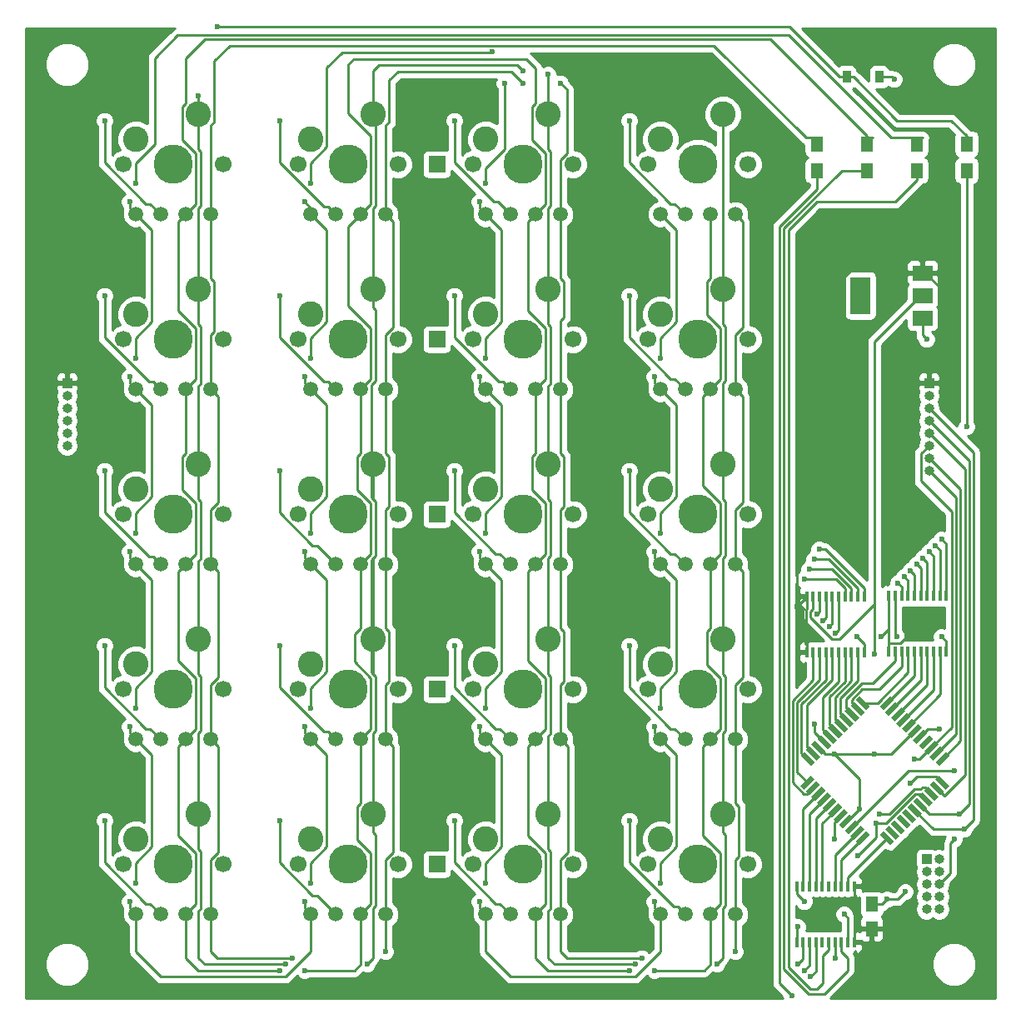
<source format=gtl>
G04 #@! TF.FileFunction,Copper,L1,Top,Signal*
%FSLAX46Y46*%
G04 Gerber Fmt 4.6, Leading zero omitted, Abs format (unit mm)*
G04 Created by KiCad (PCBNEW 4.0.6) date 2017 May 15, Monday 05:11:45*
%MOMM*%
%LPD*%
G01*
G04 APERTURE LIST*
%ADD10C,0.100000*%
%ADD11R,1.700000X1.700000*%
%ADD12C,3.980180*%
%ADD13C,2.600000*%
%ADD14C,1.699260*%
%ADD15C,1.500000*%
%ADD16R,0.398780X1.099820*%
%ADD17R,2.000000X3.800000*%
%ADD18R,2.000000X1.500000*%
%ADD19R,1.000000X1.000000*%
%ADD20O,1.000000X1.000000*%
%ADD21R,0.900000X1.200000*%
%ADD22R,1.300000X1.500000*%
%ADD23R,1.250000X1.500000*%
%ADD24C,0.600000*%
%ADD25C,0.250000*%
%ADD26C,0.254000*%
G04 APERTURE END LIST*
D10*
D11*
X112522000Y-124460000D03*
X112522000Y-106680000D03*
X112522000Y-53340000D03*
X112522000Y-71120000D03*
D12*
X103505000Y-53340000D03*
D13*
X106045000Y-48260000D03*
X99695000Y-50800000D03*
D14*
X98425000Y-53340000D03*
X108585000Y-53340000D03*
D12*
X121285000Y-71120000D03*
D13*
X123825000Y-66040000D03*
X117475000Y-68580000D03*
D14*
X116205000Y-71120000D03*
X126365000Y-71120000D03*
D12*
X139065000Y-53340000D03*
D13*
X141605000Y-48260000D03*
X135255000Y-50800000D03*
D14*
X133985000Y-53340000D03*
X144145000Y-53340000D03*
D15*
X89535000Y-58420000D03*
X81915000Y-58420000D03*
X86995000Y-58420000D03*
X84455000Y-58420000D03*
X89535000Y-76200000D03*
X81915000Y-76200000D03*
X86995000Y-76200000D03*
X84455000Y-76200000D03*
X89535000Y-93980000D03*
X81915000Y-93980000D03*
X86995000Y-93980000D03*
X84455000Y-93980000D03*
X89535000Y-111760000D03*
X81915000Y-111760000D03*
X86995000Y-111760000D03*
X84455000Y-111760000D03*
X89535000Y-129540000D03*
X81915000Y-129540000D03*
X86995000Y-129540000D03*
X84455000Y-129540000D03*
X107315000Y-129540000D03*
X99695000Y-129540000D03*
X104775000Y-129540000D03*
X102235000Y-129540000D03*
X107315000Y-111760000D03*
X99695000Y-111760000D03*
X104775000Y-111760000D03*
X102235000Y-111760000D03*
X107315000Y-93980000D03*
X99695000Y-93980000D03*
X104775000Y-93980000D03*
X102235000Y-93980000D03*
X107315000Y-76200000D03*
X99695000Y-76200000D03*
X104775000Y-76200000D03*
X102235000Y-76200000D03*
X107315000Y-58420000D03*
X99695000Y-58420000D03*
X104775000Y-58420000D03*
X102235000Y-58420000D03*
X125095000Y-58420000D03*
X117475000Y-58420000D03*
X122555000Y-58420000D03*
X120015000Y-58420000D03*
X125095000Y-76200000D03*
X117475000Y-76200000D03*
X122555000Y-76200000D03*
X120015000Y-76200000D03*
X125095000Y-93980000D03*
X117475000Y-93980000D03*
X122555000Y-93980000D03*
X120015000Y-93980000D03*
X125095000Y-111760000D03*
X117475000Y-111760000D03*
X122555000Y-111760000D03*
X120015000Y-111760000D03*
X125095000Y-129540000D03*
X117475000Y-129540000D03*
X122555000Y-129540000D03*
X120015000Y-129540000D03*
X142875000Y-129540000D03*
X135255000Y-129540000D03*
X140335000Y-129540000D03*
X137795000Y-129540000D03*
X142875000Y-111760000D03*
X135255000Y-111760000D03*
X140335000Y-111760000D03*
X137795000Y-111760000D03*
X142875000Y-93980000D03*
X135255000Y-93980000D03*
X140335000Y-93980000D03*
X137795000Y-93980000D03*
X142875000Y-76200000D03*
X135255000Y-76200000D03*
X140335000Y-76200000D03*
X137795000Y-76200000D03*
X142875000Y-58420000D03*
X135255000Y-58420000D03*
X140335000Y-58420000D03*
X137795000Y-58420000D03*
D12*
X85725000Y-53340000D03*
D13*
X88265000Y-48260000D03*
X81915000Y-50800000D03*
D14*
X80645000Y-53340000D03*
X90805000Y-53340000D03*
D12*
X85725000Y-71120000D03*
D13*
X88265000Y-66040000D03*
X81915000Y-68580000D03*
D14*
X80645000Y-71120000D03*
X90805000Y-71120000D03*
D12*
X85725000Y-88900000D03*
D13*
X88265000Y-83820000D03*
X81915000Y-86360000D03*
D14*
X80645000Y-88900000D03*
X90805000Y-88900000D03*
D12*
X85725000Y-106680000D03*
D13*
X88265000Y-101600000D03*
X81915000Y-104140000D03*
D14*
X80645000Y-106680000D03*
X90805000Y-106680000D03*
D12*
X85725000Y-124460000D03*
D13*
X88265000Y-119380000D03*
X81915000Y-121920000D03*
D14*
X80645000Y-124460000D03*
X90805000Y-124460000D03*
D12*
X103505000Y-124460000D03*
D13*
X106045000Y-119380000D03*
X99695000Y-121920000D03*
D14*
X98425000Y-124460000D03*
X108585000Y-124460000D03*
D12*
X103505000Y-106680000D03*
D13*
X106045000Y-101600000D03*
X99695000Y-104140000D03*
D14*
X98425000Y-106680000D03*
X108585000Y-106680000D03*
D12*
X103505000Y-88900000D03*
D13*
X106045000Y-83820000D03*
X99695000Y-86360000D03*
D14*
X98425000Y-88900000D03*
X108585000Y-88900000D03*
D12*
X103505000Y-71120000D03*
D13*
X106045000Y-66040000D03*
X99695000Y-68580000D03*
D14*
X98425000Y-71120000D03*
X108585000Y-71120000D03*
D12*
X121285000Y-53340000D03*
D13*
X123825000Y-48260000D03*
X117475000Y-50800000D03*
D14*
X116205000Y-53340000D03*
X126365000Y-53340000D03*
D12*
X121285000Y-88900000D03*
D13*
X123825000Y-83820000D03*
X117475000Y-86360000D03*
D14*
X116205000Y-88900000D03*
X126365000Y-88900000D03*
D12*
X121285000Y-106680000D03*
D13*
X123825000Y-101600000D03*
X117475000Y-104140000D03*
D14*
X116205000Y-106680000D03*
X126365000Y-106680000D03*
D12*
X121285000Y-124460000D03*
D13*
X123825000Y-119380000D03*
X117475000Y-121920000D03*
D14*
X116205000Y-124460000D03*
X126365000Y-124460000D03*
D12*
X139065000Y-124460000D03*
D13*
X141605000Y-119380000D03*
X135255000Y-121920000D03*
D14*
X133985000Y-124460000D03*
X144145000Y-124460000D03*
D12*
X139065000Y-106680000D03*
D13*
X141605000Y-101600000D03*
X135255000Y-104140000D03*
D14*
X133985000Y-106680000D03*
X144145000Y-106680000D03*
D12*
X139065000Y-88900000D03*
D13*
X141605000Y-83820000D03*
X135255000Y-86360000D03*
D14*
X133985000Y-88900000D03*
X144145000Y-88900000D03*
D12*
X139065000Y-71120000D03*
D13*
X141605000Y-66040000D03*
X135255000Y-68580000D03*
D14*
X133985000Y-71120000D03*
X144145000Y-71120000D03*
D10*
G36*
X155134134Y-107755188D02*
X155523042Y-107366280D01*
X156583702Y-108426940D01*
X156194794Y-108815848D01*
X155134134Y-107755188D01*
X155134134Y-107755188D01*
G37*
G36*
X154568449Y-108320874D02*
X154957357Y-107931966D01*
X156018017Y-108992626D01*
X155629109Y-109381534D01*
X154568449Y-108320874D01*
X154568449Y-108320874D01*
G37*
G36*
X154002764Y-108886559D02*
X154391672Y-108497651D01*
X155452332Y-109558311D01*
X155063424Y-109947219D01*
X154002764Y-108886559D01*
X154002764Y-108886559D01*
G37*
G36*
X153437078Y-109452244D02*
X153825986Y-109063336D01*
X154886646Y-110123996D01*
X154497738Y-110512904D01*
X153437078Y-109452244D01*
X153437078Y-109452244D01*
G37*
G36*
X152871393Y-110017930D02*
X153260301Y-109629022D01*
X154320961Y-110689682D01*
X153932053Y-111078590D01*
X152871393Y-110017930D01*
X152871393Y-110017930D01*
G37*
G36*
X152305707Y-110583615D02*
X152694615Y-110194707D01*
X153755275Y-111255367D01*
X153366367Y-111644275D01*
X152305707Y-110583615D01*
X152305707Y-110583615D01*
G37*
G36*
X151740022Y-111149301D02*
X152128930Y-110760393D01*
X153189590Y-111821053D01*
X152800682Y-112209961D01*
X151740022Y-111149301D01*
X151740022Y-111149301D01*
G37*
G36*
X151174336Y-111714986D02*
X151563244Y-111326078D01*
X152623904Y-112386738D01*
X152234996Y-112775646D01*
X151174336Y-111714986D01*
X151174336Y-111714986D01*
G37*
G36*
X150608651Y-112280672D02*
X150997559Y-111891764D01*
X152058219Y-112952424D01*
X151669311Y-113341332D01*
X150608651Y-112280672D01*
X150608651Y-112280672D01*
G37*
G36*
X150042966Y-112846357D02*
X150431874Y-112457449D01*
X151492534Y-113518109D01*
X151103626Y-113907017D01*
X150042966Y-112846357D01*
X150042966Y-112846357D01*
G37*
G36*
X149477280Y-113412042D02*
X149866188Y-113023134D01*
X150926848Y-114083794D01*
X150537940Y-114472702D01*
X149477280Y-113412042D01*
X149477280Y-113412042D01*
G37*
G36*
X149866188Y-116876866D02*
X149477280Y-116487958D01*
X150537940Y-115427298D01*
X150926848Y-115816206D01*
X149866188Y-116876866D01*
X149866188Y-116876866D01*
G37*
G36*
X150431874Y-117442551D02*
X150042966Y-117053643D01*
X151103626Y-115992983D01*
X151492534Y-116381891D01*
X150431874Y-117442551D01*
X150431874Y-117442551D01*
G37*
G36*
X150997559Y-118008236D02*
X150608651Y-117619328D01*
X151669311Y-116558668D01*
X152058219Y-116947576D01*
X150997559Y-118008236D01*
X150997559Y-118008236D01*
G37*
G36*
X151563244Y-118573922D02*
X151174336Y-118185014D01*
X152234996Y-117124354D01*
X152623904Y-117513262D01*
X151563244Y-118573922D01*
X151563244Y-118573922D01*
G37*
G36*
X152128930Y-119139607D02*
X151740022Y-118750699D01*
X152800682Y-117690039D01*
X153189590Y-118078947D01*
X152128930Y-119139607D01*
X152128930Y-119139607D01*
G37*
G36*
X152694615Y-119705293D02*
X152305707Y-119316385D01*
X153366367Y-118255725D01*
X153755275Y-118644633D01*
X152694615Y-119705293D01*
X152694615Y-119705293D01*
G37*
G36*
X153260301Y-120270978D02*
X152871393Y-119882070D01*
X153932053Y-118821410D01*
X154320961Y-119210318D01*
X153260301Y-120270978D01*
X153260301Y-120270978D01*
G37*
G36*
X153825986Y-120836664D02*
X153437078Y-120447756D01*
X154497738Y-119387096D01*
X154886646Y-119776004D01*
X153825986Y-120836664D01*
X153825986Y-120836664D01*
G37*
G36*
X154391672Y-121402349D02*
X154002764Y-121013441D01*
X155063424Y-119952781D01*
X155452332Y-120341689D01*
X154391672Y-121402349D01*
X154391672Y-121402349D01*
G37*
G36*
X154957357Y-121968034D02*
X154568449Y-121579126D01*
X155629109Y-120518466D01*
X156018017Y-120907374D01*
X154957357Y-121968034D01*
X154957357Y-121968034D01*
G37*
G36*
X155523042Y-122533720D02*
X155134134Y-122144812D01*
X156194794Y-121084152D01*
X156583702Y-121473060D01*
X155523042Y-122533720D01*
X155523042Y-122533720D01*
G37*
G36*
X157538298Y-121473060D02*
X157927206Y-121084152D01*
X158987866Y-122144812D01*
X158598958Y-122533720D01*
X157538298Y-121473060D01*
X157538298Y-121473060D01*
G37*
G36*
X158103983Y-120907374D02*
X158492891Y-120518466D01*
X159553551Y-121579126D01*
X159164643Y-121968034D01*
X158103983Y-120907374D01*
X158103983Y-120907374D01*
G37*
G36*
X158669668Y-120341689D02*
X159058576Y-119952781D01*
X160119236Y-121013441D01*
X159730328Y-121402349D01*
X158669668Y-120341689D01*
X158669668Y-120341689D01*
G37*
G36*
X159235354Y-119776004D02*
X159624262Y-119387096D01*
X160684922Y-120447756D01*
X160296014Y-120836664D01*
X159235354Y-119776004D01*
X159235354Y-119776004D01*
G37*
G36*
X159801039Y-119210318D02*
X160189947Y-118821410D01*
X161250607Y-119882070D01*
X160861699Y-120270978D01*
X159801039Y-119210318D01*
X159801039Y-119210318D01*
G37*
G36*
X160366725Y-118644633D02*
X160755633Y-118255725D01*
X161816293Y-119316385D01*
X161427385Y-119705293D01*
X160366725Y-118644633D01*
X160366725Y-118644633D01*
G37*
G36*
X160932410Y-118078947D02*
X161321318Y-117690039D01*
X162381978Y-118750699D01*
X161993070Y-119139607D01*
X160932410Y-118078947D01*
X160932410Y-118078947D01*
G37*
G36*
X161498096Y-117513262D02*
X161887004Y-117124354D01*
X162947664Y-118185014D01*
X162558756Y-118573922D01*
X161498096Y-117513262D01*
X161498096Y-117513262D01*
G37*
G36*
X162063781Y-116947576D02*
X162452689Y-116558668D01*
X163513349Y-117619328D01*
X163124441Y-118008236D01*
X162063781Y-116947576D01*
X162063781Y-116947576D01*
G37*
G36*
X162629466Y-116381891D02*
X163018374Y-115992983D01*
X164079034Y-117053643D01*
X163690126Y-117442551D01*
X162629466Y-116381891D01*
X162629466Y-116381891D01*
G37*
G36*
X163195152Y-115816206D02*
X163584060Y-115427298D01*
X164644720Y-116487958D01*
X164255812Y-116876866D01*
X163195152Y-115816206D01*
X163195152Y-115816206D01*
G37*
G36*
X163584060Y-114472702D02*
X163195152Y-114083794D01*
X164255812Y-113023134D01*
X164644720Y-113412042D01*
X163584060Y-114472702D01*
X163584060Y-114472702D01*
G37*
G36*
X163018374Y-113907017D02*
X162629466Y-113518109D01*
X163690126Y-112457449D01*
X164079034Y-112846357D01*
X163018374Y-113907017D01*
X163018374Y-113907017D01*
G37*
G36*
X162452689Y-113341332D02*
X162063781Y-112952424D01*
X163124441Y-111891764D01*
X163513349Y-112280672D01*
X162452689Y-113341332D01*
X162452689Y-113341332D01*
G37*
G36*
X161887004Y-112775646D02*
X161498096Y-112386738D01*
X162558756Y-111326078D01*
X162947664Y-111714986D01*
X161887004Y-112775646D01*
X161887004Y-112775646D01*
G37*
G36*
X161321318Y-112209961D02*
X160932410Y-111821053D01*
X161993070Y-110760393D01*
X162381978Y-111149301D01*
X161321318Y-112209961D01*
X161321318Y-112209961D01*
G37*
G36*
X160755633Y-111644275D02*
X160366725Y-111255367D01*
X161427385Y-110194707D01*
X161816293Y-110583615D01*
X160755633Y-111644275D01*
X160755633Y-111644275D01*
G37*
G36*
X160189947Y-111078590D02*
X159801039Y-110689682D01*
X160861699Y-109629022D01*
X161250607Y-110017930D01*
X160189947Y-111078590D01*
X160189947Y-111078590D01*
G37*
G36*
X159624262Y-110512904D02*
X159235354Y-110123996D01*
X160296014Y-109063336D01*
X160684922Y-109452244D01*
X159624262Y-110512904D01*
X159624262Y-110512904D01*
G37*
G36*
X159058576Y-109947219D02*
X158669668Y-109558311D01*
X159730328Y-108497651D01*
X160119236Y-108886559D01*
X159058576Y-109947219D01*
X159058576Y-109947219D01*
G37*
G36*
X158492891Y-109381534D02*
X158103983Y-108992626D01*
X159164643Y-107931966D01*
X159553551Y-108320874D01*
X158492891Y-109381534D01*
X158492891Y-109381534D01*
G37*
G36*
X157927206Y-108815848D02*
X157538298Y-108426940D01*
X158598958Y-107366280D01*
X158987866Y-107755188D01*
X157927206Y-108815848D01*
X157927206Y-108815848D01*
G37*
D16*
X158480760Y-102870000D03*
X159131000Y-102870000D03*
X159781240Y-102870000D03*
X160431480Y-102870000D03*
X161081720Y-102870000D03*
X161726880Y-102870000D03*
X162377120Y-102870000D03*
X163027360Y-102870000D03*
X163677600Y-102870000D03*
X164327840Y-102870000D03*
X164327840Y-97170240D03*
X163677600Y-97170240D03*
X163027360Y-97170240D03*
X162377120Y-97170240D03*
X161726880Y-97170240D03*
X161081720Y-97170240D03*
X160431480Y-97170240D03*
X159781240Y-97170240D03*
X159131000Y-97170240D03*
X158480760Y-97170240D03*
X150124160Y-102925880D03*
X150774400Y-102925880D03*
X151424640Y-102925880D03*
X152074880Y-102925880D03*
X152725120Y-102925880D03*
X153370280Y-102925880D03*
X154020520Y-102925880D03*
X154670760Y-102925880D03*
X155321000Y-102925880D03*
X155971240Y-102925880D03*
X155971240Y-97226120D03*
X155321000Y-97226120D03*
X154670760Y-97226120D03*
X154020520Y-97226120D03*
X153370280Y-97226120D03*
X152725120Y-97226120D03*
X152074880Y-97226120D03*
X151424640Y-97226120D03*
X150774400Y-97226120D03*
X150124160Y-97226120D03*
X154955240Y-126690120D03*
X154305000Y-126690120D03*
X153654760Y-126690120D03*
X153004520Y-126690120D03*
X152354280Y-126690120D03*
X151709120Y-126690120D03*
X151058880Y-126690120D03*
X150408640Y-126690120D03*
X149758400Y-126690120D03*
X149108160Y-126690120D03*
X149108160Y-132389880D03*
X149758400Y-132389880D03*
X150408640Y-132389880D03*
X151058880Y-132389880D03*
X151709120Y-132389880D03*
X152354280Y-132389880D03*
X153004520Y-132389880D03*
X153654760Y-132389880D03*
X154305000Y-132389880D03*
X154955240Y-132389880D03*
D17*
X155600000Y-66675000D03*
D18*
X161900000Y-66675000D03*
X161900000Y-64375000D03*
X161900000Y-68975000D03*
D19*
X162560000Y-75565000D03*
D20*
X162560000Y-76835000D03*
X162560000Y-78105000D03*
X162560000Y-79375000D03*
X162560000Y-80645000D03*
X162560000Y-81915000D03*
X162560000Y-83185000D03*
X162560000Y-84455000D03*
D19*
X74930000Y-75565000D03*
D20*
X74930000Y-76835000D03*
X74930000Y-78105000D03*
X74930000Y-79375000D03*
X74930000Y-80645000D03*
X74930000Y-81915000D03*
D21*
X154180000Y-44450000D03*
X157480000Y-44450000D03*
D22*
X161290000Y-53960000D03*
X161290000Y-51260000D03*
X151130000Y-53960000D03*
X151130000Y-51260000D03*
X156210000Y-53960000D03*
X156210000Y-51260000D03*
X166370000Y-53960000D03*
X166370000Y-51260000D03*
D23*
X156718000Y-131024000D03*
X156718000Y-128524000D03*
D11*
X112522000Y-88900000D03*
D19*
X162306000Y-123952000D03*
D20*
X163576000Y-123952000D03*
X162306000Y-125222000D03*
X163576000Y-125222000D03*
X162306000Y-126492000D03*
X163576000Y-126492000D03*
X162306000Y-127762000D03*
X163576000Y-127762000D03*
X162306000Y-129032000D03*
X163576000Y-129032000D03*
D24*
X125095000Y-45085000D03*
X121285000Y-45085000D03*
X142875000Y-133350000D03*
X133350000Y-133985000D03*
X107315000Y-133350000D03*
X97790000Y-133985000D03*
X119380000Y-45085000D03*
X118110000Y-41910000D03*
X81280000Y-57150000D03*
X81915000Y-55245000D03*
X116840000Y-57150000D03*
X117475000Y-55245000D03*
X99695000Y-55245000D03*
X99060000Y-57150000D03*
X134620000Y-128270000D03*
X135255000Y-126365000D03*
X116840000Y-128270000D03*
X117475000Y-126365000D03*
X99060000Y-128270000D03*
X99695000Y-126365000D03*
X81280000Y-128270000D03*
X81915000Y-126365000D03*
X134620000Y-110490000D03*
X135255000Y-108585000D03*
X116840000Y-110490000D03*
X117475000Y-108585000D03*
X99060000Y-110490000D03*
X99695000Y-108585000D03*
X81280000Y-110490000D03*
X81915000Y-108585000D03*
X134620000Y-92710000D03*
X135255000Y-90805000D03*
X116840000Y-92710000D03*
X117475000Y-90805000D03*
X99060000Y-92710000D03*
X99695000Y-90805000D03*
X81280000Y-92710000D03*
X81915000Y-90805000D03*
X134620000Y-74930000D03*
X135255000Y-73025000D03*
X116840000Y-74930000D03*
X117475000Y-73025000D03*
X99060000Y-74930000D03*
X99695000Y-73025000D03*
X81280000Y-74930000D03*
X81915000Y-73025000D03*
X134620000Y-135255000D03*
X132080000Y-135255000D03*
X99060000Y-135255000D03*
X96520000Y-135255000D03*
X163830000Y-91440000D03*
X132080000Y-48895000D03*
X163195000Y-92075000D03*
X114300000Y-48895000D03*
X162560000Y-92710000D03*
X96520000Y-48895000D03*
X161925000Y-93345000D03*
X78740000Y-48895000D03*
X161290000Y-93980000D03*
X132080000Y-66675000D03*
X160655000Y-94615000D03*
X114300000Y-66675000D03*
X160020000Y-95250000D03*
X96520000Y-66675000D03*
X159385000Y-95885000D03*
X78740000Y-66675000D03*
X151384000Y-92456000D03*
X132080000Y-84455000D03*
X150876000Y-93472000D03*
X114300000Y-84455000D03*
X150368000Y-94488000D03*
X96520000Y-84455000D03*
X149860000Y-95504000D03*
X78740000Y-84455000D03*
X153035000Y-100965000D03*
X132080000Y-102235000D03*
X152400000Y-100330000D03*
X114300000Y-102235000D03*
X151765000Y-99695000D03*
X96520000Y-102235000D03*
X151130000Y-99060000D03*
X78740000Y-102235000D03*
X149225000Y-130810000D03*
X132080000Y-120015000D03*
X149225000Y-134620000D03*
X114300000Y-120015000D03*
X149860000Y-135255000D03*
X96520000Y-120015000D03*
X150495000Y-135890000D03*
X78740000Y-120015000D03*
X153029760Y-133985000D03*
X148590000Y-137795000D03*
X123825000Y-44201116D03*
X121285000Y-43815000D03*
X88265000Y-46355000D03*
X90170000Y-39370000D03*
X140970000Y-134620000D03*
X132715000Y-134620000D03*
X105410000Y-134620000D03*
X97155000Y-134620000D03*
X155321000Y-123571000D03*
X160147000Y-127254000D03*
X158305500Y-128016000D03*
X157162500Y-120332500D03*
X149860000Y-128270000D03*
X159004000Y-44704000D03*
X162306000Y-71120000D03*
X155194000Y-101346000D03*
X163830000Y-101346000D03*
X150876000Y-110236000D03*
X163576000Y-110744000D03*
X152908000Y-121920000D03*
X157670500Y-101346000D03*
X149098000Y-98298000D03*
X160274000Y-101346000D03*
X145288000Y-68072000D03*
X150622000Y-68072000D03*
X167386000Y-75692000D03*
X165354000Y-75692000D03*
X165100000Y-121920000D03*
X166116000Y-120904000D03*
X165608000Y-119380000D03*
X160655000Y-116205000D03*
X161036000Y-113792000D03*
X153924000Y-129540000D03*
X159258000Y-101346000D03*
X156972000Y-103124000D03*
X156972000Y-113284000D03*
X152908000Y-113284000D03*
X155448000Y-118872000D03*
X157480000Y-119380000D03*
X166370000Y-80010000D03*
X165100000Y-114935000D03*
D25*
X125095000Y-45085000D02*
X125730000Y-45720000D01*
X125730000Y-45720000D02*
X125730000Y-52236545D01*
X108585000Y-43890002D02*
X120090002Y-43890002D01*
X120090002Y-43890002D02*
X121285000Y-45085000D01*
X91440000Y-41275000D02*
X89890001Y-42824999D01*
X89890001Y-42824999D02*
X89890001Y-49040001D01*
X89890001Y-49040001D02*
X89535000Y-49395002D01*
X89535000Y-49395002D02*
X89535000Y-58420000D01*
X140695000Y-41275000D02*
X91440000Y-41275000D01*
X151130000Y-50610000D02*
X150030000Y-50610000D01*
X150030000Y-50610000D02*
X140695000Y-41275000D01*
X125730000Y-52236545D02*
X125095000Y-52871545D01*
X125095000Y-52871545D02*
X125095000Y-58420000D01*
X107670001Y-44805001D02*
X108585000Y-43890002D01*
X107315000Y-58420000D02*
X107315000Y-49395002D01*
X107315000Y-49395002D02*
X107670001Y-49040001D01*
X107670001Y-49040001D02*
X107670001Y-44805001D01*
X142875000Y-133350000D02*
X142875000Y-129540000D01*
X125730000Y-133985000D02*
X133350000Y-133985000D01*
X125095000Y-133350000D02*
X125730000Y-133985000D01*
X125095000Y-129540000D02*
X125095000Y-133350000D01*
X107315000Y-133350000D02*
X107315000Y-129540000D01*
X90170000Y-133985000D02*
X97790000Y-133985000D01*
X89535000Y-133350000D02*
X90170000Y-133985000D01*
X89535000Y-129540000D02*
X89535000Y-133350000D01*
X125095000Y-111760000D02*
X125844999Y-112509999D01*
X125844999Y-112509999D02*
X125844999Y-123285369D01*
X125844999Y-123285369D02*
X125095000Y-124035368D01*
X125095000Y-124035368D02*
X125095000Y-129540000D01*
X125095000Y-93980000D02*
X125095000Y-100464998D01*
X125095000Y-100464998D02*
X125450001Y-100819999D01*
X125095000Y-106211545D02*
X125095000Y-111760000D01*
X125450001Y-100819999D02*
X125450001Y-105856544D01*
X125450001Y-105856544D02*
X125095000Y-106211545D01*
X125095000Y-76200000D02*
X125095000Y-82684998D01*
X125095000Y-82684998D02*
X125450001Y-83039999D01*
X125450001Y-83039999D02*
X125450001Y-88076544D01*
X125450001Y-88076544D02*
X125095000Y-88431545D01*
X125095000Y-88431545D02*
X125095000Y-93980000D01*
X125095000Y-58420000D02*
X125095000Y-64904998D01*
X125095000Y-69215000D02*
X125095000Y-76200000D01*
X125095000Y-64904998D02*
X125450001Y-65259999D01*
X125450001Y-65259999D02*
X125450001Y-68859999D01*
X125450001Y-68859999D02*
X125095000Y-69215000D01*
X107315000Y-124035368D02*
X107315000Y-129540000D01*
X107315000Y-111760000D02*
X108064999Y-112509999D01*
X108064999Y-112509999D02*
X108064999Y-123285369D01*
X108064999Y-123285369D02*
X107315000Y-124035368D01*
X107315000Y-93980000D02*
X107315000Y-100464998D01*
X107315000Y-100464998D02*
X107670001Y-100819999D01*
X107670001Y-100819999D02*
X107670001Y-105856544D01*
X107670001Y-105856544D02*
X107315000Y-106211545D01*
X107315000Y-106211545D02*
X107315000Y-111760000D01*
X107315000Y-76200000D02*
X107315000Y-82684998D01*
X107315000Y-82684998D02*
X107670001Y-83039999D01*
X107670001Y-83039999D02*
X107670001Y-88076544D01*
X107670001Y-88076544D02*
X107315000Y-88431545D01*
X107315000Y-88431545D02*
X107315000Y-93980000D01*
X107315000Y-58420000D02*
X108064999Y-59169999D01*
X108064999Y-59169999D02*
X108064999Y-69945369D01*
X108064999Y-69945369D02*
X107315000Y-70695368D01*
X107315000Y-70695368D02*
X107315000Y-76200000D01*
X142875000Y-111760000D02*
X142875000Y-118244998D01*
X142875000Y-118244998D02*
X143230001Y-118599999D01*
X143230001Y-118599999D02*
X143230001Y-123636544D01*
X143230001Y-123636544D02*
X142875000Y-123991545D01*
X142875000Y-123991545D02*
X142875000Y-129540000D01*
X142875000Y-93980000D02*
X143624999Y-94729999D01*
X143624999Y-94729999D02*
X143624999Y-105505369D01*
X143624999Y-105505369D02*
X142875000Y-106255368D01*
X142875000Y-106255368D02*
X142875000Y-111760000D01*
X142875000Y-76200000D02*
X143624999Y-76949999D01*
X143624999Y-76949999D02*
X143624999Y-87725369D01*
X143624999Y-87725369D02*
X142875000Y-88475368D01*
X142875000Y-88475368D02*
X142875000Y-93980000D01*
X142875000Y-58420000D02*
X143624999Y-59169999D01*
X142875000Y-70651545D02*
X142875000Y-76200000D01*
X143624999Y-59169999D02*
X143624999Y-69901546D01*
X143624999Y-69901546D02*
X142875000Y-70651545D01*
X89535000Y-111760000D02*
X90284999Y-112509999D01*
X90284999Y-112509999D02*
X90284999Y-123285369D01*
X89535000Y-124035368D02*
X89535000Y-129540000D01*
X90284999Y-123285369D02*
X89535000Y-124035368D01*
X89535000Y-93980000D02*
X90284999Y-94729999D01*
X90284999Y-94729999D02*
X90284999Y-105461546D01*
X90284999Y-105461546D02*
X89535000Y-106211545D01*
X89535000Y-106211545D02*
X89535000Y-111760000D01*
X89535000Y-76200000D02*
X90284999Y-76949999D01*
X90284999Y-76949999D02*
X90284999Y-87725369D01*
X90284999Y-87725369D02*
X89535000Y-88475368D01*
X89535000Y-88475368D02*
X89535000Y-93980000D01*
X89535000Y-58420000D02*
X89535000Y-64904998D01*
X89535000Y-64904998D02*
X89890001Y-65259999D01*
X89890001Y-65259999D02*
X89890001Y-70296544D01*
X89890001Y-70296544D02*
X89535000Y-70651545D01*
X89535000Y-70651545D02*
X89535000Y-76200000D01*
X119380000Y-45085000D02*
X119380000Y-51818664D01*
X119380000Y-51818664D02*
X117475000Y-53723664D01*
X117475000Y-53723664D02*
X117475000Y-55245000D01*
X102870000Y-41985002D02*
X118034998Y-41985002D01*
X118034998Y-41985002D02*
X118110000Y-41910000D01*
X158704998Y-50610000D02*
X148284988Y-40189990D01*
X81915000Y-55245000D02*
X81915000Y-53205002D01*
X81915000Y-53205002D02*
X83820000Y-51300002D01*
X83820000Y-51300002D02*
X83820000Y-42545000D01*
X83820000Y-42545000D02*
X86175010Y-40189990D01*
X86175010Y-40189990D02*
X148284988Y-40189990D01*
X81280000Y-57150000D02*
X81280000Y-57785000D01*
X81280000Y-57785000D02*
X81915000Y-58420000D01*
X161925000Y-50610000D02*
X158704998Y-50610000D01*
X81915000Y-58420000D02*
X81915000Y-57785000D01*
X116840000Y-57150000D02*
X116840000Y-57785000D01*
X116840000Y-57785000D02*
X117475000Y-58420000D01*
X101320001Y-43535001D02*
X102870000Y-41985002D01*
X99695000Y-55245000D02*
X99695000Y-53205002D01*
X99695000Y-53205002D02*
X101320001Y-51580001D01*
X101320001Y-51580001D02*
X101320001Y-43535001D01*
X99695000Y-57785000D02*
X99060000Y-57150000D01*
X99695000Y-58420000D02*
X99695000Y-57785000D01*
X135255000Y-129540000D02*
X135255000Y-133350000D01*
X135255000Y-133350000D02*
X132715000Y-135890000D01*
X132715000Y-135890000D02*
X120015000Y-135890000D01*
X120015000Y-135890000D02*
X117475000Y-133350000D01*
X117475000Y-133350000D02*
X117475000Y-129540000D01*
X81915000Y-129540000D02*
X81915000Y-133350000D01*
X99695000Y-133350000D02*
X99695000Y-129540000D01*
X81915000Y-133350000D02*
X84455000Y-135890000D01*
X84455000Y-135890000D02*
X97155000Y-135890000D01*
X97155000Y-135890000D02*
X99695000Y-133350000D01*
X134620000Y-128270000D02*
X134620000Y-128905000D01*
X134620000Y-128905000D02*
X135255000Y-129540000D01*
X135255000Y-111760000D02*
X136880001Y-113385001D01*
X136880001Y-113385001D02*
X136880001Y-122700001D01*
X136880001Y-122700001D02*
X135255000Y-124325002D01*
X135255000Y-124325002D02*
X135255000Y-126365000D01*
X116840000Y-128270000D02*
X116840000Y-128905000D01*
X116840000Y-128905000D02*
X117475000Y-129540000D01*
X117475000Y-111760000D02*
X119100001Y-113385001D01*
X119100001Y-113385001D02*
X119100001Y-122700001D01*
X119100001Y-122700001D02*
X117475000Y-124325002D01*
X117475000Y-124325002D02*
X117475000Y-126365000D01*
X99060000Y-128270000D02*
X99060000Y-128905000D01*
X99060000Y-128905000D02*
X99695000Y-129540000D01*
X99695000Y-111760000D02*
X101320001Y-113385001D01*
X101320001Y-113385001D02*
X101320001Y-122700001D01*
X101320001Y-122700001D02*
X99695000Y-124325002D01*
X99695000Y-124325002D02*
X99695000Y-126365000D01*
X81280000Y-128270000D02*
X81280000Y-128905000D01*
X81280000Y-128905000D02*
X81915000Y-129540000D01*
X81915000Y-111760000D02*
X83540001Y-113385001D01*
X83540001Y-122700001D02*
X81915000Y-124325002D01*
X81915000Y-124325002D02*
X81915000Y-126365000D01*
X83540001Y-113385001D02*
X83540001Y-122700001D01*
X134620000Y-110490000D02*
X134620000Y-111125000D01*
X134620000Y-111125000D02*
X135255000Y-111760000D01*
X135255000Y-93980000D02*
X136880001Y-95605001D01*
X136880001Y-95605001D02*
X136880001Y-104920001D01*
X136880001Y-104920001D02*
X135255000Y-106545002D01*
X135255000Y-106545002D02*
X135255000Y-108585000D01*
X116840000Y-110490000D02*
X116840000Y-111125000D01*
X116840000Y-111125000D02*
X117475000Y-111760000D01*
X117475000Y-93980000D02*
X119100001Y-95605001D01*
X119100001Y-95605001D02*
X119100001Y-104920001D01*
X119100001Y-104920001D02*
X117475000Y-106545002D01*
X117475000Y-106545002D02*
X117475000Y-108585000D01*
X99060000Y-110490000D02*
X99060000Y-111125000D01*
X99060000Y-111125000D02*
X99695000Y-111760000D01*
X99695000Y-93980000D02*
X101320001Y-95605001D01*
X101320001Y-95605001D02*
X101320001Y-104920001D01*
X99695000Y-106545002D02*
X99695000Y-108585000D01*
X101320001Y-104920001D02*
X99695000Y-106545002D01*
X81280000Y-110490000D02*
X81280000Y-111125000D01*
X81280000Y-111125000D02*
X81915000Y-111760000D01*
X81915000Y-93980000D02*
X83540001Y-95605001D01*
X83540001Y-95605001D02*
X83540001Y-104920001D01*
X83540001Y-104920001D02*
X81915000Y-106545002D01*
X81915000Y-106545002D02*
X81915000Y-108585000D01*
X134620000Y-92710000D02*
X134620000Y-93345000D01*
X134620000Y-93345000D02*
X135255000Y-93980000D01*
X135255000Y-76200000D02*
X136880001Y-77825001D01*
X136880001Y-87140001D02*
X135255000Y-88765002D01*
X136880001Y-77825001D02*
X136880001Y-87140001D01*
X135255000Y-88765002D02*
X135255000Y-90805000D01*
X116840000Y-92710000D02*
X116840000Y-93345000D01*
X116840000Y-93345000D02*
X117475000Y-93980000D01*
X117475000Y-76200000D02*
X119100001Y-77825001D01*
X119100001Y-77825001D02*
X119100001Y-87140001D01*
X119100001Y-87140001D02*
X117475000Y-88765002D01*
X117475000Y-88765002D02*
X117475000Y-90805000D01*
X99060000Y-92710000D02*
X99060000Y-93345000D01*
X99060000Y-93345000D02*
X99695000Y-93980000D01*
X99695000Y-76200000D02*
X101320001Y-77825001D01*
X101320001Y-77825001D02*
X101320001Y-87140001D01*
X101320001Y-87140001D02*
X99695000Y-88765002D01*
X99695000Y-88765002D02*
X99695000Y-90805000D01*
X81280000Y-92710000D02*
X81280000Y-93345000D01*
X81280000Y-93345000D02*
X81915000Y-93980000D01*
X81915000Y-76200000D02*
X83540001Y-77825001D01*
X83540001Y-77825001D02*
X83540001Y-87140001D01*
X83540001Y-87140001D02*
X81915000Y-88765002D01*
X81915000Y-88765002D02*
X81915000Y-90805000D01*
X134620000Y-74930000D02*
X134620000Y-75565000D01*
X134620000Y-75565000D02*
X135255000Y-76200000D01*
X135255000Y-58420000D02*
X136880001Y-60045001D01*
X136880001Y-60045001D02*
X136880001Y-69360001D01*
X136880001Y-69360001D02*
X135255000Y-70985002D01*
X135255000Y-70985002D02*
X135255000Y-73025000D01*
X116840000Y-74930000D02*
X116840000Y-75565000D01*
X116840000Y-75565000D02*
X117475000Y-76200000D01*
X117475000Y-58420000D02*
X119100001Y-60045001D01*
X119100001Y-60045001D02*
X119100001Y-69360001D01*
X119100001Y-69360001D02*
X117475000Y-70985002D01*
X117475000Y-70985002D02*
X117475000Y-73025000D01*
X99060000Y-74930000D02*
X99060000Y-75565000D01*
X99060000Y-75565000D02*
X99695000Y-76200000D01*
X99695000Y-58420000D02*
X101320001Y-60045001D01*
X101320001Y-60045001D02*
X101320001Y-69360001D01*
X101320001Y-69360001D02*
X99695000Y-70985002D01*
X99695000Y-70985002D02*
X99695000Y-73025000D01*
X81280000Y-74930000D02*
X81280000Y-75565000D01*
X81280000Y-75565000D02*
X81915000Y-76200000D01*
X81915000Y-58420000D02*
X83540001Y-60045001D01*
X83540001Y-60045001D02*
X83540001Y-69360001D01*
X83540001Y-69360001D02*
X81915000Y-70985002D01*
X81915000Y-70985002D02*
X81915000Y-73025000D01*
X104775000Y-58420000D02*
X105820091Y-57374909D01*
X105820091Y-57374909D02*
X105820091Y-50440093D01*
X103505000Y-48125002D02*
X103505000Y-43180000D01*
X105820091Y-50440093D02*
X103505000Y-48125002D01*
X123600091Y-57374909D02*
X122555000Y-58420000D01*
X103505000Y-43180000D02*
X104074998Y-42610002D01*
X104074998Y-42610002D02*
X121597476Y-42610002D01*
X121597476Y-42610002D02*
X122555000Y-43567526D01*
X122555000Y-43567526D02*
X122555000Y-47124998D01*
X122555000Y-47124998D02*
X122199999Y-47479999D01*
X122199999Y-47479999D02*
X122199999Y-50828663D01*
X122199999Y-50828663D02*
X123600091Y-52228755D01*
X123600091Y-52228755D02*
X123600091Y-57374909D01*
X86995000Y-42545000D02*
X86995000Y-47124998D01*
X86995000Y-47124998D02*
X86639999Y-47479999D01*
X86639999Y-47479999D02*
X86639999Y-50828663D01*
X86639999Y-50828663D02*
X88040091Y-52228755D01*
X88040091Y-57374909D02*
X86995000Y-58420000D01*
X88040091Y-52228755D02*
X88040091Y-57374909D01*
X88900000Y-40640000D02*
X86995000Y-42545000D01*
X146390000Y-40640000D02*
X88900000Y-40640000D01*
X156210000Y-50610000D02*
X156210000Y-50460000D01*
X156210000Y-50460000D02*
X146390000Y-40640000D01*
X140335000Y-134620000D02*
X140335000Y-129540000D01*
X139700000Y-135255000D02*
X140335000Y-134620000D01*
X134620000Y-135255000D02*
X139700000Y-135255000D01*
X123825000Y-135255000D02*
X132080000Y-135255000D01*
X122555000Y-133985000D02*
X123825000Y-135255000D01*
X122555000Y-129540000D02*
X122555000Y-133985000D01*
X99060000Y-135255000D02*
X104140000Y-135255000D01*
X104140000Y-135255000D02*
X104775000Y-134620000D01*
X104775000Y-134620000D02*
X104775000Y-129540000D01*
X86995000Y-133985000D02*
X88265000Y-135255000D01*
X88265000Y-135255000D02*
X96520000Y-135255000D01*
X86995000Y-129540000D02*
X86995000Y-133985000D01*
X140335000Y-111760000D02*
X139585001Y-112509999D01*
X139585001Y-112509999D02*
X139585001Y-121553665D01*
X139585001Y-121553665D02*
X141380091Y-123348755D01*
X141380091Y-128494909D02*
X140335000Y-129540000D01*
X141380091Y-123348755D02*
X141380091Y-128494909D01*
X140335000Y-93980000D02*
X140335000Y-100464998D01*
X140335000Y-100464998D02*
X139979999Y-100819999D01*
X139979999Y-100819999D02*
X139979999Y-104168663D01*
X139979999Y-104168663D02*
X141380091Y-105568755D01*
X141380091Y-105568755D02*
X141380091Y-110714909D01*
X141380091Y-110714909D02*
X140335000Y-111760000D01*
X140335000Y-76200000D02*
X139585001Y-76949999D01*
X139585001Y-76949999D02*
X139585001Y-85993665D01*
X139585001Y-85993665D02*
X141380091Y-87788755D01*
X141380091Y-87788755D02*
X141380091Y-92934909D01*
X141380091Y-92934909D02*
X140335000Y-93980000D01*
X140335000Y-58420000D02*
X140335000Y-64904998D01*
X140335000Y-64904998D02*
X139979999Y-65259999D01*
X139979999Y-65259999D02*
X139979999Y-68608663D01*
X139979999Y-68608663D02*
X141380091Y-70008755D01*
X141380091Y-70008755D02*
X141380091Y-75154909D01*
X141380091Y-75154909D02*
X140335000Y-76200000D01*
X122555000Y-58420000D02*
X121805001Y-59169999D01*
X121805001Y-68213665D02*
X123600091Y-70008755D01*
X121805001Y-59169999D02*
X121805001Y-68213665D01*
X123600091Y-70008755D02*
X123600091Y-75154909D01*
X123600091Y-75154909D02*
X122555000Y-76200000D01*
X122555000Y-76200000D02*
X122555000Y-82684998D01*
X122555000Y-82684998D02*
X122199999Y-83039999D01*
X122199999Y-83039999D02*
X122199999Y-86388663D01*
X122199999Y-86388663D02*
X123600091Y-87788755D01*
X123600091Y-92934909D02*
X122555000Y-93980000D01*
X123600091Y-87788755D02*
X123600091Y-92934909D01*
X122555000Y-93980000D02*
X121805001Y-94729999D01*
X123600091Y-110714909D02*
X122555000Y-111760000D01*
X121805001Y-94729999D02*
X121805001Y-103773665D01*
X121805001Y-103773665D02*
X123600091Y-105568755D01*
X123600091Y-105568755D02*
X123600091Y-110714909D01*
X122555000Y-111760000D02*
X121805001Y-112509999D01*
X121805001Y-112509999D02*
X121805001Y-121553665D01*
X121805001Y-121553665D02*
X123600091Y-123348755D01*
X123600091Y-123348755D02*
X123600091Y-128494909D01*
X123600091Y-128494909D02*
X122555000Y-129540000D01*
X104775000Y-111760000D02*
X104775000Y-118244998D01*
X104775000Y-118244998D02*
X104419999Y-118599999D01*
X104419999Y-118599999D02*
X104419999Y-121948663D01*
X104419999Y-121948663D02*
X105820091Y-123348755D01*
X105820091Y-123348755D02*
X105820091Y-128494909D01*
X105820091Y-128494909D02*
X104775000Y-129540000D01*
X104775000Y-93980000D02*
X104775000Y-100464998D01*
X104775000Y-100464998D02*
X104140000Y-101099998D01*
X105820091Y-105568755D02*
X105820091Y-110714909D01*
X104140000Y-101099998D02*
X104140000Y-103888664D01*
X104140000Y-103888664D02*
X105820091Y-105568755D01*
X105820091Y-110714909D02*
X104775000Y-111760000D01*
X104775000Y-76200000D02*
X104775000Y-82684998D01*
X104775000Y-82684998D02*
X104419999Y-83039999D01*
X104419999Y-86388663D02*
X105820091Y-87788755D01*
X104419999Y-83039999D02*
X104419999Y-86388663D01*
X105820091Y-87788755D02*
X105820091Y-92934909D01*
X105820091Y-92934909D02*
X104775000Y-93980000D01*
X104775000Y-58420000D02*
X103505000Y-59690000D01*
X103505000Y-59690000D02*
X103505000Y-67693664D01*
X103505000Y-67693664D02*
X105820091Y-70008755D01*
X105820091Y-70008755D02*
X105820091Y-75154909D01*
X105820091Y-75154909D02*
X104775000Y-76200000D01*
X86995000Y-111760000D02*
X86245001Y-112509999D01*
X86245001Y-112509999D02*
X86245001Y-121553665D01*
X86245001Y-121553665D02*
X88040091Y-123348755D01*
X88040091Y-123348755D02*
X88040091Y-128494909D01*
X88040091Y-128494909D02*
X86995000Y-129540000D01*
X86995000Y-93980000D02*
X86245001Y-94729999D01*
X86245001Y-94729999D02*
X86245001Y-103773665D01*
X88040091Y-110714909D02*
X86995000Y-111760000D01*
X86245001Y-103773665D02*
X88040091Y-105568755D01*
X88040091Y-105568755D02*
X88040091Y-110714909D01*
X86995000Y-76200000D02*
X86995000Y-82684998D01*
X86995000Y-82684998D02*
X86639999Y-83039999D01*
X86639999Y-83039999D02*
X86639999Y-86388663D01*
X86639999Y-86388663D02*
X88040091Y-87788755D01*
X88040091Y-87788755D02*
X88040091Y-92934909D01*
X88040091Y-92934909D02*
X86995000Y-93980000D01*
X86995000Y-58420000D02*
X86245001Y-59169999D01*
X86245001Y-68213665D02*
X88040091Y-70008755D01*
X86245001Y-59169999D02*
X86245001Y-68213665D01*
X88040091Y-70008755D02*
X88040091Y-75154909D01*
X88040091Y-75154909D02*
X86995000Y-76200000D01*
X155745000Y-50610000D02*
X156845000Y-50610000D01*
X164327840Y-97170240D02*
X164327840Y-91937840D01*
X164327840Y-91937840D02*
X163830000Y-91440000D01*
X132080000Y-53173455D02*
X132080000Y-48895000D01*
X137795000Y-58420000D02*
X136719999Y-57344999D01*
X136719999Y-57344999D02*
X136251544Y-57344999D01*
X136251544Y-57344999D02*
X132080000Y-53173455D01*
X163677600Y-97170240D02*
X163677600Y-92557600D01*
X163677600Y-92557600D02*
X163195000Y-92075000D01*
X114300000Y-53173455D02*
X114300000Y-48895000D01*
X120015000Y-58420000D02*
X118745000Y-57150000D01*
X118745000Y-57150000D02*
X118276545Y-57150000D01*
X118276545Y-57150000D02*
X114300000Y-53173455D01*
X163027360Y-97170240D02*
X163027360Y-93177360D01*
X163027360Y-93177360D02*
X162560000Y-92710000D01*
X96520000Y-53173455D02*
X96520000Y-48895000D01*
X102235000Y-58420000D02*
X101485001Y-57670001D01*
X101485001Y-57670001D02*
X101016546Y-57670001D01*
X101016546Y-57670001D02*
X96520000Y-53173455D01*
X162377120Y-97170240D02*
X162377120Y-93797120D01*
X162377120Y-93797120D02*
X161925000Y-93345000D01*
X78740000Y-53173455D02*
X78740000Y-48895000D01*
X84455000Y-58420000D02*
X83379999Y-57344999D01*
X83379999Y-57344999D02*
X82911544Y-57344999D01*
X82911544Y-57344999D02*
X78740000Y-53173455D01*
X161726880Y-97170240D02*
X161726880Y-94416880D01*
X161726880Y-94416880D02*
X161290000Y-93980000D01*
X132080000Y-70953455D02*
X132080000Y-66675000D01*
X137795000Y-76200000D02*
X136719999Y-75124999D01*
X136719999Y-75124999D02*
X136251544Y-75124999D01*
X136251544Y-75124999D02*
X132080000Y-70953455D01*
X161081720Y-97170240D02*
X161081720Y-95041720D01*
X161081720Y-95041720D02*
X160655000Y-94615000D01*
X114300000Y-70953455D02*
X114300000Y-66675000D01*
X120015000Y-76200000D02*
X119265001Y-75450001D01*
X119265001Y-75450001D02*
X118796546Y-75450001D01*
X118796546Y-75450001D02*
X114300000Y-70953455D01*
X160431480Y-97170240D02*
X160431480Y-95661480D01*
X160431480Y-95661480D02*
X160020000Y-95250000D01*
X96520000Y-70953455D02*
X96520000Y-66675000D01*
X102235000Y-76200000D02*
X101485001Y-75450001D01*
X101016546Y-75450001D02*
X96520000Y-70953455D01*
X101485001Y-75450001D02*
X101016546Y-75450001D01*
X159781240Y-97170240D02*
X159781240Y-96281240D01*
X159781240Y-96281240D02*
X159385000Y-95885000D01*
X78740000Y-70953455D02*
X78740000Y-66675000D01*
X84455000Y-76200000D02*
X83705001Y-75450001D01*
X83705001Y-75450001D02*
X83236546Y-75450001D01*
X83236546Y-75450001D02*
X78740000Y-70953455D01*
X155971240Y-97226120D02*
X155971240Y-96426210D01*
X155971240Y-96426210D02*
X152001030Y-92456000D01*
X152001030Y-92456000D02*
X151384000Y-92456000D01*
X132080000Y-88733455D02*
X132080000Y-84455000D01*
X137795000Y-93980000D02*
X136719999Y-92904999D01*
X136719999Y-92904999D02*
X136251544Y-92904999D01*
X136251544Y-92904999D02*
X132080000Y-88733455D01*
X155321000Y-97226120D02*
X155321000Y-96426210D01*
X155321000Y-96426210D02*
X152366790Y-93472000D01*
X152366790Y-93472000D02*
X150876000Y-93472000D01*
X114300000Y-88733455D02*
X114300000Y-84455000D01*
X120015000Y-93980000D02*
X118939999Y-92904999D01*
X118471544Y-92904999D02*
X114300000Y-88733455D01*
X118939999Y-92904999D02*
X118471544Y-92904999D01*
X154670760Y-97226120D02*
X154670760Y-96426210D01*
X154670760Y-96426210D02*
X152732550Y-94488000D01*
X152732550Y-94488000D02*
X150368000Y-94488000D01*
X96520000Y-88733455D02*
X96520000Y-84455000D01*
X102235000Y-93980000D02*
X100330000Y-92075000D01*
X100330000Y-92075000D02*
X99861545Y-92075000D01*
X99861545Y-92075000D02*
X96520000Y-88733455D01*
X154020520Y-97226120D02*
X154020520Y-96426210D01*
X154020520Y-96426210D02*
X153098310Y-95504000D01*
X153098310Y-95504000D02*
X149860000Y-95504000D01*
X78740000Y-88733455D02*
X78740000Y-84455000D01*
X84455000Y-93980000D02*
X83705001Y-93230001D01*
X83705001Y-93230001D02*
X83236546Y-93230001D01*
X83236546Y-93230001D02*
X78740000Y-88733455D01*
X153370280Y-97226120D02*
X153370280Y-100629720D01*
X153370280Y-100629720D02*
X153035000Y-100965000D01*
X132080000Y-106513455D02*
X132080000Y-102235000D01*
X137795000Y-111760000D02*
X136719999Y-110684999D01*
X136719999Y-110684999D02*
X136251544Y-110684999D01*
X136251544Y-110684999D02*
X132080000Y-106513455D01*
X152725120Y-97226120D02*
X152725120Y-100004880D01*
X152725120Y-100004880D02*
X152400000Y-100330000D01*
X114300000Y-106513455D02*
X114300000Y-102235000D01*
X120015000Y-111760000D02*
X118939999Y-110684999D01*
X118939999Y-110684999D02*
X118471544Y-110684999D01*
X118471544Y-110684999D02*
X114300000Y-106513455D01*
X152074880Y-97226120D02*
X152074880Y-99385120D01*
X152074880Y-99385120D02*
X151765000Y-99695000D01*
X96520000Y-106513455D02*
X96520000Y-102235000D01*
X102235000Y-111760000D02*
X101485001Y-111010001D01*
X101485001Y-111010001D02*
X101016546Y-111010001D01*
X101016546Y-111010001D02*
X96520000Y-106513455D01*
X151424640Y-97226120D02*
X151424640Y-98765360D01*
X151424640Y-98765360D02*
X151130000Y-99060000D01*
X78740000Y-106513455D02*
X78740000Y-102235000D01*
X84455000Y-111760000D02*
X83379999Y-110684999D01*
X83379999Y-110684999D02*
X82911544Y-110684999D01*
X82911544Y-110684999D02*
X78740000Y-106513455D01*
X149108160Y-132389880D02*
X149108160Y-130926840D01*
X149108160Y-130926840D02*
X149225000Y-130810000D01*
X132080000Y-124293455D02*
X132080000Y-120015000D01*
X137795000Y-129540000D02*
X137045001Y-128790001D01*
X137045001Y-128790001D02*
X136576546Y-128790001D01*
X136576546Y-128790001D02*
X132080000Y-124293455D01*
X149758400Y-132389880D02*
X149758400Y-134086600D01*
X149758400Y-134086600D02*
X149225000Y-134620000D01*
X114300000Y-124293455D02*
X114300000Y-120015000D01*
X120015000Y-129540000D02*
X118939999Y-128464999D01*
X118939999Y-128464999D02*
X118471544Y-128464999D01*
X118471544Y-128464999D02*
X114300000Y-124293455D01*
X150408640Y-132389880D02*
X150408640Y-134706360D01*
X150408640Y-134706360D02*
X149860000Y-135255000D01*
X96520000Y-124293455D02*
X96520000Y-120015000D01*
X102235000Y-129540000D02*
X100330000Y-127635000D01*
X100330000Y-127635000D02*
X99861545Y-127635000D01*
X99861545Y-127635000D02*
X96520000Y-124293455D01*
X151058880Y-132389880D02*
X151058880Y-135326120D01*
X151058880Y-135326120D02*
X150495000Y-135890000D01*
X78740000Y-124293455D02*
X78740000Y-120015000D01*
X84455000Y-129540000D02*
X83379999Y-128464999D01*
X83379999Y-128464999D02*
X82911544Y-128464999D01*
X82911544Y-128464999D02*
X78740000Y-124293455D01*
X150496410Y-137160000D02*
X151130000Y-137160000D01*
X151765000Y-133779070D02*
X151765000Y-136525000D01*
X151765000Y-136525000D02*
X151130000Y-137160000D01*
X152354280Y-132389880D02*
X152354280Y-133189790D01*
X152354280Y-133189790D02*
X151765000Y-133779070D01*
X161290000Y-53960000D02*
X161290000Y-54960000D01*
X161290000Y-54960000D02*
X159100000Y-57150000D01*
X159100000Y-57150000D02*
X151130000Y-57150000D01*
X148250994Y-60029006D02*
X148250994Y-134914584D01*
X151130000Y-57150000D02*
X148250994Y-60029006D01*
X148250994Y-134914584D02*
X150496410Y-137160000D01*
X153029760Y-133985000D02*
X153029760Y-132415120D01*
X153029760Y-132415120D02*
X153004520Y-132389880D01*
X147320000Y-59687180D02*
X147320000Y-136525000D01*
X147320000Y-136525000D02*
X148590000Y-137795000D01*
X151130000Y-55877180D02*
X147320000Y-59687180D01*
X151130000Y-53960000D02*
X151130000Y-55877180D01*
X153654760Y-132389880D02*
X153654760Y-133334760D01*
X147800985Y-135100985D02*
X147800984Y-59842606D01*
X147800984Y-59842606D02*
X153683590Y-53960000D01*
X153654760Y-133334760D02*
X154305000Y-133985000D01*
X154305000Y-133985000D02*
X154305000Y-135255000D01*
X150310010Y-137610010D02*
X147800985Y-135100985D01*
X154305000Y-135255000D02*
X151949991Y-137610009D01*
X151949991Y-137610009D02*
X150310010Y-137610010D01*
X153683590Y-53960000D02*
X156210000Y-53960000D01*
X123825000Y-44201116D02*
X123825000Y-48260000D01*
X106624998Y-43235002D02*
X120705002Y-43235002D01*
X120705002Y-43235002D02*
X121285000Y-43815000D01*
X164805000Y-48895000D02*
X159325000Y-48895000D01*
X159325000Y-48895000D02*
X154880000Y-44450000D01*
X154880000Y-44450000D02*
X154180000Y-44450000D01*
X166370000Y-50610000D02*
X166370000Y-50460000D01*
X166370000Y-50460000D02*
X164805000Y-48895000D01*
X88265000Y-46355000D02*
X88265000Y-48260000D01*
X154180000Y-44450000D02*
X153480000Y-44450000D01*
X148400000Y-39370000D02*
X90170000Y-39370000D01*
X153480000Y-44450000D02*
X148400000Y-39370000D01*
X88265000Y-48260000D02*
X88265000Y-51817254D01*
X88265000Y-51817254D02*
X88490101Y-52042355D01*
X88490101Y-52042355D02*
X88490100Y-57561310D01*
X88490100Y-57561310D02*
X88265000Y-57786410D01*
X88265000Y-57786410D02*
X88265000Y-66040000D01*
X106045000Y-43815000D02*
X106624998Y-43235002D01*
X106045000Y-48260000D02*
X106045000Y-43815000D01*
X106045000Y-48260000D02*
X106270101Y-48485101D01*
X106270101Y-48485101D02*
X106270101Y-57561309D01*
X106270101Y-57561309D02*
X106045000Y-57786410D01*
X106045000Y-57786410D02*
X106045000Y-66040000D01*
X123825000Y-48260000D02*
X123825000Y-51817254D01*
X123825000Y-51817254D02*
X124050101Y-52042355D01*
X124050101Y-52042355D02*
X124050101Y-57561309D01*
X124050101Y-57561309D02*
X123825000Y-57786410D01*
X123825000Y-57786410D02*
X123825000Y-66040000D01*
X141605000Y-133985000D02*
X141605000Y-128906410D01*
X141605000Y-128906410D02*
X141830101Y-128681309D01*
X141605000Y-121218477D02*
X141605000Y-119380000D01*
X141830101Y-128681309D02*
X141830101Y-121443578D01*
X141830101Y-121443578D02*
X141605000Y-121218477D01*
X140970000Y-134620000D02*
X141605000Y-133985000D01*
X123825000Y-133985000D02*
X124460000Y-134620000D01*
X124460000Y-134620000D02*
X132715000Y-134620000D01*
X123825000Y-129218998D02*
X123825000Y-133985000D01*
X123825000Y-119380000D02*
X123825000Y-122937254D01*
X123825000Y-122937254D02*
X124050101Y-123162355D01*
X124050101Y-123162355D02*
X124050101Y-128993897D01*
X124050101Y-128993897D02*
X123825000Y-129218998D01*
X106045000Y-133985000D02*
X106045000Y-128906410D01*
X106045000Y-128906410D02*
X106270101Y-128681309D01*
X106270101Y-128681309D02*
X106270101Y-121443578D01*
X106270101Y-121443578D02*
X106045000Y-121218477D01*
X106045000Y-121218477D02*
X106045000Y-119380000D01*
X105410000Y-134620000D02*
X106045000Y-133985000D01*
X88265000Y-133985000D02*
X88900000Y-134620000D01*
X88900000Y-134620000D02*
X97155000Y-134620000D01*
X88265000Y-119380000D02*
X88265000Y-122937254D01*
X88265000Y-122937254D02*
X88490101Y-123162355D01*
X88490101Y-123162355D02*
X88490101Y-128993897D01*
X88490101Y-128993897D02*
X88265000Y-129218998D01*
X88265000Y-129218998D02*
X88265000Y-133985000D01*
X106045000Y-66040000D02*
X106045000Y-67878477D01*
X106045000Y-67878477D02*
X106270100Y-68103577D01*
X106270100Y-68103577D02*
X106270100Y-75341310D01*
X106270100Y-75341310D02*
X105850001Y-75761409D01*
X105850001Y-75761409D02*
X105850001Y-87182255D01*
X106270101Y-87602355D02*
X106270100Y-93121310D01*
X105850001Y-87182255D02*
X106270101Y-87602355D01*
X106270100Y-93121310D02*
X105850001Y-93541409D01*
X105850001Y-93541409D02*
X105850001Y-104962255D01*
X105850001Y-104962255D02*
X106270101Y-105382355D01*
X106045000Y-101600000D02*
X106045000Y-105157254D01*
X106045000Y-105157254D02*
X106270101Y-105382355D01*
X106270101Y-105382355D02*
X106270101Y-110901309D01*
X106270101Y-110901309D02*
X106045000Y-111126410D01*
X106045000Y-111126410D02*
X106045000Y-119380000D01*
X106045000Y-83820000D02*
X106045000Y-87377254D01*
X106045000Y-87377254D02*
X106270101Y-87602355D01*
X106270100Y-93121310D02*
X106045000Y-93346410D01*
X106045000Y-93346410D02*
X106045000Y-101600000D01*
X123825000Y-101600000D02*
X123825000Y-105157254D01*
X123825000Y-105157254D02*
X124050101Y-105382355D01*
X124050101Y-105382355D02*
X124050101Y-111213897D01*
X124050101Y-111213897D02*
X123825000Y-111438998D01*
X123825000Y-111438998D02*
X123825000Y-119380000D01*
X123825000Y-83820000D02*
X123825000Y-87377254D01*
X123825000Y-87377254D02*
X124050102Y-87602357D01*
X124050100Y-93121310D02*
X123825000Y-93346410D01*
X124050102Y-87602357D02*
X124050100Y-93121310D01*
X123825000Y-93346410D02*
X123825000Y-101600000D01*
X123825000Y-66040000D02*
X123825000Y-69597254D01*
X123825000Y-69597254D02*
X124050101Y-69822355D01*
X124050101Y-69822355D02*
X124050101Y-75653897D01*
X124050101Y-75653897D02*
X123825000Y-75878998D01*
X123825000Y-75878998D02*
X123825000Y-83820000D01*
X141605000Y-101600000D02*
X141605000Y-105157254D01*
X141605000Y-111126410D02*
X141605000Y-119380000D01*
X141605000Y-105157254D02*
X141830101Y-105382355D01*
X141830101Y-105382355D02*
X141830101Y-110901309D01*
X141830101Y-110901309D02*
X141605000Y-111126410D01*
X141605000Y-83820000D02*
X141605000Y-87377254D01*
X141605000Y-87377254D02*
X141830101Y-87602355D01*
X141830101Y-87602355D02*
X141830100Y-93121310D01*
X141605000Y-93346410D02*
X141605000Y-101600000D01*
X141830100Y-93121310D02*
X141605000Y-93346410D01*
X141605000Y-66040000D02*
X141605000Y-69597254D01*
X141605000Y-69597254D02*
X141830101Y-69822355D01*
X141830101Y-69822355D02*
X141830101Y-75341309D01*
X141605000Y-75566410D02*
X141605000Y-83820000D01*
X141830101Y-75341309D02*
X141605000Y-75566410D01*
X141605000Y-48260000D02*
X141605000Y-66040000D01*
X88265000Y-101600000D02*
X88265000Y-105157254D01*
X88265000Y-105157254D02*
X88490101Y-105382355D01*
X88490101Y-110901309D02*
X88265000Y-111126410D01*
X88490101Y-105382355D02*
X88490101Y-110901309D01*
X88265000Y-111126410D02*
X88265000Y-119380000D01*
X88265000Y-83820000D02*
X88265000Y-87377254D01*
X88265000Y-87377254D02*
X88490101Y-87602355D01*
X88490101Y-87602355D02*
X88490101Y-93433897D01*
X88490101Y-93433897D02*
X88265000Y-93658998D01*
X88265000Y-93658998D02*
X88265000Y-101600000D01*
X88265000Y-66040000D02*
X88265000Y-69597254D01*
X88265000Y-69597254D02*
X88490101Y-69822355D01*
X88490101Y-69822355D02*
X88490101Y-75653897D01*
X88490101Y-75653897D02*
X88265000Y-75878998D01*
X88265000Y-75878998D02*
X88265000Y-83820000D01*
X155858918Y-108091064D02*
X157338936Y-108091064D01*
X157338936Y-108091064D02*
X160431480Y-104998520D01*
X160431480Y-104998520D02*
X160431480Y-102870000D01*
X157480000Y-106680000D02*
X159781240Y-104378760D01*
X159781240Y-104378760D02*
X159781240Y-102870000D01*
X155749688Y-106680000D02*
X157480000Y-106680000D01*
X155293233Y-108656750D02*
X154692193Y-108055710D01*
X154692193Y-108055710D02*
X154692193Y-107737495D01*
X154692193Y-107737495D02*
X155749688Y-106680000D01*
X155748278Y-106045000D02*
X156845000Y-106045000D01*
X156845000Y-106045000D02*
X159131000Y-103759000D01*
X159131000Y-103759000D02*
X159131000Y-102870000D01*
X154727548Y-109222435D02*
X154126508Y-108621395D01*
X154126508Y-108621395D02*
X154126508Y-107666770D01*
X154126508Y-107666770D02*
X155748278Y-106045000D01*
X155321000Y-102925880D02*
X155321000Y-105835868D01*
X155321000Y-105835868D02*
X153560822Y-107596046D01*
X153560822Y-107596046D02*
X153560822Y-109187080D01*
X153560822Y-109187080D02*
X154161862Y-109788120D01*
X154670760Y-102925880D02*
X154670760Y-105849698D01*
X154670760Y-105849698D02*
X152995137Y-107525321D01*
X152995137Y-107525321D02*
X152995137Y-109752766D01*
X152995137Y-109752766D02*
X153596177Y-110353806D01*
X154020520Y-102925880D02*
X154020520Y-105863528D01*
X154020520Y-105863528D02*
X152429451Y-107454597D01*
X152429451Y-107454597D02*
X152429451Y-110318451D01*
X152429451Y-110318451D02*
X153030491Y-110919491D01*
X153370280Y-102925880D02*
X153370280Y-105877358D01*
X153370280Y-105877358D02*
X151765000Y-107482638D01*
X151765000Y-107482638D02*
X151765000Y-110785371D01*
X151765000Y-110785371D02*
X152464806Y-111485177D01*
X152725120Y-102925880D02*
X152725120Y-105719880D01*
X152725120Y-105719880D02*
X150166710Y-108278290D01*
X150166710Y-108278290D02*
X150166710Y-112581193D01*
X150166710Y-112581193D02*
X150767750Y-113182233D01*
X152074880Y-102925880D02*
X152074880Y-105733710D01*
X152074880Y-105733710D02*
X149601024Y-108207566D01*
X149601024Y-108207566D02*
X149601024Y-113146878D01*
X149601024Y-113146878D02*
X150202064Y-113747918D01*
X151424640Y-102925880D02*
X151424640Y-105747540D01*
X151424640Y-105747540D02*
X149151014Y-108021166D01*
X149151014Y-108021166D02*
X149151014Y-115101032D01*
X149151014Y-115101032D02*
X150202064Y-116152082D01*
X150774400Y-102925880D02*
X150774400Y-105761370D01*
X150774400Y-105761370D02*
X148701004Y-107834766D01*
X149848495Y-117318807D02*
X150166710Y-117318807D01*
X148701004Y-107834766D02*
X148701004Y-116171316D01*
X148701004Y-116171316D02*
X149848495Y-117318807D01*
X150166710Y-117318807D02*
X150767750Y-116717767D01*
X149758400Y-126690120D02*
X149758400Y-118858487D01*
X149758400Y-118858487D02*
X151333435Y-117283452D01*
X150408640Y-126690120D02*
X150408640Y-119339618D01*
X150408640Y-119339618D02*
X151899120Y-117849138D01*
X151058880Y-126690120D02*
X151058880Y-119820749D01*
X151058880Y-119820749D02*
X152464806Y-118414823D01*
X151709120Y-126690120D02*
X151709120Y-120301880D01*
X151709120Y-120301880D02*
X153030491Y-118980509D01*
X153004520Y-126690120D02*
X153004520Y-123531963D01*
X153004520Y-123531963D02*
X155293233Y-121243250D01*
X153654760Y-126690120D02*
X153654760Y-124013094D01*
X153654760Y-124013094D02*
X155858918Y-121808936D01*
X154305000Y-126690120D02*
X154305000Y-125767018D01*
X154305000Y-125767018D02*
X158263082Y-121808936D01*
X160525823Y-110353806D02*
X163677600Y-107202029D01*
X163677600Y-107202029D02*
X163677600Y-102870000D01*
X159960138Y-109788120D02*
X163027360Y-106720898D01*
X163027360Y-106720898D02*
X163027360Y-102870000D01*
X159394452Y-109222435D02*
X162377120Y-106239767D01*
X162377120Y-106239767D02*
X162377120Y-102870000D01*
X158828767Y-108656750D02*
X161726880Y-105758637D01*
X161726880Y-105758637D02*
X161726880Y-102870000D01*
X158263082Y-108091064D02*
X161081720Y-105272426D01*
X161081720Y-105272426D02*
X161081720Y-102870000D01*
X157162500Y-120332500D02*
X157162500Y-121729500D01*
X157162500Y-121729500D02*
X155321000Y-123571000D01*
X158305500Y-128016000D02*
X159385000Y-128016000D01*
X159385000Y-128016000D02*
X160147000Y-127254000D01*
X156718000Y-128524000D02*
X157797500Y-128524000D01*
X157797500Y-128524000D02*
X158305500Y-128016000D01*
X162222880Y-117849138D02*
X161738771Y-117365029D01*
X161738771Y-117365029D02*
X161186694Y-117365029D01*
X158219223Y-120332500D02*
X157162500Y-120332500D01*
X161186694Y-117365029D02*
X158219223Y-120332500D01*
X149108160Y-126690120D02*
X149108160Y-127518160D01*
X149108160Y-127518160D02*
X149860000Y-128270000D01*
X157480000Y-44450000D02*
X158750000Y-44450000D01*
X158750000Y-44450000D02*
X159004000Y-44704000D01*
X161900000Y-68975000D02*
X161900000Y-70714000D01*
X161900000Y-70714000D02*
X162306000Y-71120000D01*
X155971240Y-102925880D02*
X155971240Y-102123240D01*
X155971240Y-102123240D02*
X155194000Y-101346000D01*
X164327840Y-102870000D02*
X164327840Y-101843840D01*
X164327840Y-101843840D02*
X163830000Y-101346000D01*
X151899120Y-112050862D02*
X150876000Y-111027742D01*
X150876000Y-111027742D02*
X150876000Y-110236000D01*
X161657194Y-111485177D02*
X162398371Y-110744000D01*
X162398371Y-110744000D02*
X163576000Y-110744000D01*
X153596177Y-119546194D02*
X152908000Y-120234371D01*
X152908000Y-120234371D02*
X152908000Y-121920000D01*
X162222880Y-117849138D02*
X161940053Y-117849138D01*
X158480760Y-97170240D02*
X158480760Y-100535740D01*
X158480760Y-100535740D02*
X157670500Y-101346000D01*
X149098000Y-98298000D02*
X149098000Y-98252280D01*
X149098000Y-98252280D02*
X150124160Y-97226120D01*
X156718000Y-131024000D02*
X156718000Y-132024000D01*
X156718000Y-132024000D02*
X156352120Y-132389880D01*
X156352120Y-132389880D02*
X155404630Y-132389880D01*
X155404630Y-132389880D02*
X154955240Y-132389880D01*
X158480760Y-102870000D02*
X158480760Y-102070090D01*
X158480760Y-102070090D02*
X158579849Y-101971001D01*
X158579849Y-101971001D02*
X159648999Y-101971001D01*
X159648999Y-101971001D02*
X160274000Y-101346000D01*
X145288000Y-68072000D02*
X145288000Y-67310000D01*
X149098000Y-96649350D02*
X149098000Y-90932000D01*
X150622000Y-89408000D02*
X149098000Y-90932000D01*
X150622000Y-68072000D02*
X150622000Y-89408000D01*
X161009000Y-62484000D02*
X156210000Y-62484000D01*
X156210000Y-62484000D02*
X150622000Y-68072000D01*
X161900000Y-64375000D02*
X161900000Y-63375000D01*
X161900000Y-63375000D02*
X161009000Y-62484000D01*
X154955240Y-126690120D02*
X154955240Y-132389880D01*
X162560000Y-75565000D02*
X165227000Y-75565000D01*
X165227000Y-75565000D02*
X165354000Y-75692000D01*
X150124160Y-97226120D02*
X149674770Y-97226120D01*
X149674770Y-97226120D02*
X149098000Y-96649350D01*
X150124160Y-97226120D02*
X150124160Y-98504428D01*
X150124160Y-98504428D02*
X150054989Y-98573599D01*
X150054989Y-98573599D02*
X150054989Y-102056799D01*
X150054989Y-102056799D02*
X150124160Y-102125970D01*
X150124160Y-102125970D02*
X150124160Y-102925880D01*
X158480760Y-102870000D02*
X158480760Y-97170240D01*
X161900000Y-64375000D02*
X162150000Y-64375000D01*
X163830000Y-66055000D02*
X163830000Y-75045000D01*
X162150000Y-64375000D02*
X163830000Y-66055000D01*
X163830000Y-75045000D02*
X163310000Y-75565000D01*
X163310000Y-75565000D02*
X162560000Y-75565000D01*
X163919936Y-113747918D02*
X165752251Y-111915603D01*
X165752251Y-111915603D02*
X165752251Y-86377251D01*
X165752251Y-86377251D02*
X162560000Y-83185000D01*
X163919936Y-113747918D02*
X163434571Y-114233283D01*
X164719000Y-122301000D02*
X164719000Y-125349000D01*
X164719000Y-125349000D02*
X163576000Y-126492000D01*
X165100000Y-121920000D02*
X164719000Y-122301000D01*
X162560000Y-84455000D02*
X165302241Y-87197241D01*
X165302241Y-87197241D02*
X165302241Y-111234242D01*
X165302241Y-111234242D02*
X163354250Y-113182233D01*
X162560000Y-78105000D02*
X167102278Y-82647278D01*
X167102278Y-82647278D02*
X167102278Y-119917722D01*
X167102278Y-119917722D02*
X166116000Y-120904000D01*
X166116000Y-120904000D02*
X163015000Y-120904000D01*
X163015000Y-120904000D02*
X161091509Y-118980509D01*
X162560000Y-79375000D02*
X166652270Y-83467270D01*
X166652270Y-83467270D02*
X166652269Y-118335731D01*
X165608000Y-119380000D02*
X162622371Y-119380000D01*
X166652269Y-118335731D02*
X165608000Y-119380000D01*
X162622371Y-119380000D02*
X161657194Y-118414823D01*
X163354250Y-116717767D02*
X164111483Y-117475000D01*
X164111483Y-117475000D02*
X164117312Y-117475000D01*
X166202260Y-84287260D02*
X162560000Y-80645000D01*
X164117312Y-117475000D02*
X166202260Y-115390052D01*
X166202260Y-115390052D02*
X166202260Y-84287260D01*
X163919936Y-116152082D02*
X163318896Y-115551042D01*
X163318896Y-115551042D02*
X161308958Y-115551042D01*
X161308958Y-115551042D02*
X160655000Y-116205000D01*
X162788565Y-112616548D02*
X161613113Y-113792000D01*
X161613113Y-113792000D02*
X161036000Y-113792000D01*
X164852231Y-88652231D02*
X161734999Y-85534999D01*
X161734999Y-85534999D02*
X161734999Y-82740001D01*
X161734999Y-82740001D02*
X162560000Y-81915000D01*
X162788565Y-112616548D02*
X164852231Y-110552882D01*
X164852231Y-110552882D02*
X164852231Y-88652231D01*
X154305000Y-132389880D02*
X154305000Y-129921000D01*
X154305000Y-129921000D02*
X153924000Y-129540000D01*
X159131000Y-97170240D02*
X159131000Y-101219000D01*
X159131000Y-101219000D02*
X159258000Y-101346000D01*
X156972000Y-103124000D02*
X156972000Y-98044000D01*
X156972000Y-98044000D02*
X156972000Y-71353000D01*
X150774400Y-97226120D02*
X150774400Y-98490598D01*
X150774400Y-98490598D02*
X150504999Y-98759999D01*
X150504999Y-98759999D02*
X150504999Y-99360001D01*
X150504999Y-99360001D02*
X152734999Y-101590001D01*
X152734999Y-101590001D02*
X153425999Y-101590001D01*
X153425999Y-101590001D02*
X156972000Y-98044000D01*
X161650000Y-66675000D02*
X161900000Y-66675000D01*
X156972000Y-71353000D02*
X161650000Y-66675000D01*
X156972000Y-113284000D02*
X152908000Y-113284000D01*
X158727000Y-113284000D02*
X156972000Y-113284000D01*
X155448000Y-118872000D02*
X155448000Y-115824000D01*
X155448000Y-115824000D02*
X152908000Y-113284000D01*
X161091509Y-110919491D02*
X158727000Y-113284000D01*
X151333435Y-112616548D02*
X152000887Y-113284000D01*
X152000887Y-113284000D02*
X152908000Y-113284000D01*
X154161862Y-120111880D02*
X154208120Y-120111880D01*
X154208120Y-120111880D02*
X155448000Y-118872000D01*
X161075313Y-116840000D02*
X158535313Y-119380000D01*
X158535313Y-119380000D02*
X157480000Y-119380000D01*
X161711724Y-116840000D02*
X161075313Y-116840000D01*
X162788565Y-117283452D02*
X162187525Y-116682412D01*
X162187525Y-116682412D02*
X161869312Y-116682412D01*
X161869312Y-116682412D02*
X161711724Y-116840000D01*
X166370000Y-53960000D02*
X166370000Y-80010000D01*
X154727548Y-120677565D02*
X160470113Y-114935000D01*
X160470113Y-114935000D02*
X165100000Y-114935000D01*
D26*
G36*
X169290000Y-138090000D02*
X152544802Y-138090000D01*
X154842401Y-135792401D01*
X155007148Y-135545839D01*
X155065000Y-135255000D01*
X155065000Y-135062619D01*
X162864613Y-135062619D01*
X163204155Y-135884372D01*
X163832321Y-136513636D01*
X164653481Y-136854611D01*
X165542619Y-136855387D01*
X166364372Y-136515845D01*
X166993636Y-135887679D01*
X167334611Y-135066519D01*
X167335387Y-134177381D01*
X166995845Y-133355628D01*
X166367679Y-132726364D01*
X165546519Y-132385389D01*
X164657381Y-132384613D01*
X163835628Y-132724155D01*
X163206364Y-133352321D01*
X162865389Y-134173481D01*
X162864613Y-135062619D01*
X155065000Y-135062619D01*
X155065000Y-133985000D01*
X155027843Y-133798201D01*
X155007148Y-133694160D01*
X154856079Y-133468069D01*
X154955831Y-133403880D01*
X155054935Y-133258836D01*
X155054935Y-133416040D01*
X155213685Y-133574790D01*
X155280939Y-133574790D01*
X155514328Y-133478117D01*
X155692957Y-133299489D01*
X155789630Y-133066100D01*
X155789630Y-132675630D01*
X155630880Y-132516880D01*
X155151830Y-132516880D01*
X155151830Y-132262880D01*
X155630880Y-132262880D01*
X155657367Y-132236393D01*
X155733301Y-132312327D01*
X155966690Y-132409000D01*
X156432250Y-132409000D01*
X156591000Y-132250250D01*
X156591000Y-131151000D01*
X156845000Y-131151000D01*
X156845000Y-132250250D01*
X157003750Y-132409000D01*
X157469310Y-132409000D01*
X157702699Y-132312327D01*
X157881327Y-132133698D01*
X157978000Y-131900309D01*
X157978000Y-131309750D01*
X157819250Y-131151000D01*
X156845000Y-131151000D01*
X156591000Y-131151000D01*
X155616750Y-131151000D01*
X155480231Y-131287519D01*
X155280939Y-131204970D01*
X155213685Y-131204970D01*
X155082242Y-131336413D01*
X155082242Y-131204970D01*
X155065000Y-131204970D01*
X155065000Y-129921000D01*
X155020253Y-129696045D01*
X155007148Y-129630160D01*
X154859115Y-129408613D01*
X154859162Y-129354833D01*
X154717117Y-129011057D01*
X154454327Y-128747808D01*
X154110799Y-128605162D01*
X153738833Y-128604838D01*
X153395057Y-128746883D01*
X153131808Y-129009673D01*
X152989162Y-129353201D01*
X152988838Y-129725167D01*
X153130883Y-130068943D01*
X153393673Y-130332192D01*
X153545000Y-130395029D01*
X153545000Y-131192530D01*
X153455370Y-131192530D01*
X153325024Y-131217056D01*
X153203910Y-131192530D01*
X152805130Y-131192530D01*
X152674784Y-131217056D01*
X152553670Y-131192530D01*
X152154890Y-131192530D01*
X152027178Y-131216561D01*
X151908510Y-131192530D01*
X151509730Y-131192530D01*
X151379384Y-131217056D01*
X151258270Y-131192530D01*
X150859490Y-131192530D01*
X150729144Y-131217056D01*
X150608030Y-131192530D01*
X150209250Y-131192530D01*
X150078904Y-131217056D01*
X150069195Y-131215090D01*
X150159838Y-130996799D01*
X150160162Y-130624833D01*
X150018117Y-130281057D01*
X149755327Y-130017808D01*
X149411799Y-129875162D01*
X149039833Y-129874838D01*
X149010994Y-129886754D01*
X149010994Y-128663681D01*
X149066883Y-128798943D01*
X149329673Y-129062192D01*
X149673201Y-129204838D01*
X150045167Y-129205162D01*
X150388943Y-129063117D01*
X150652192Y-128800327D01*
X150794838Y-128456799D01*
X150795162Y-128084833D01*
X150705997Y-127869036D01*
X150738376Y-127862944D01*
X150859490Y-127887470D01*
X151258270Y-127887470D01*
X151388616Y-127862944D01*
X151509730Y-127887470D01*
X151908510Y-127887470D01*
X152036222Y-127863439D01*
X152154890Y-127887470D01*
X152553670Y-127887470D01*
X152684016Y-127862944D01*
X152805130Y-127887470D01*
X153203910Y-127887470D01*
X153334256Y-127862944D01*
X153455370Y-127887470D01*
X153854150Y-127887470D01*
X153984496Y-127862944D01*
X154105610Y-127887470D01*
X154504390Y-127887470D01*
X154611099Y-127867391D01*
X154629541Y-127875030D01*
X154696795Y-127875030D01*
X154726066Y-127845759D01*
X154739707Y-127843192D01*
X154955831Y-127704120D01*
X155054935Y-127559076D01*
X155054935Y-127716280D01*
X155213685Y-127875030D01*
X155280939Y-127875030D01*
X155445560Y-127806842D01*
X155445560Y-129274000D01*
X155489838Y-129509317D01*
X155628910Y-129725441D01*
X155697006Y-129771969D01*
X155554673Y-129914302D01*
X155458000Y-130147691D01*
X155458000Y-130738250D01*
X155616750Y-130897000D01*
X156591000Y-130897000D01*
X156591000Y-130877000D01*
X156845000Y-130877000D01*
X156845000Y-130897000D01*
X157819250Y-130897000D01*
X157978000Y-130738250D01*
X157978000Y-130147691D01*
X157881327Y-129914302D01*
X157740090Y-129773064D01*
X157794441Y-129738090D01*
X157939431Y-129525890D01*
X157990440Y-129274000D01*
X157990440Y-129245621D01*
X158088339Y-129226148D01*
X158334901Y-129061401D01*
X158445180Y-128951122D01*
X158490667Y-128951162D01*
X158834443Y-128809117D01*
X158867618Y-128776000D01*
X159385000Y-128776000D01*
X159675839Y-128718148D01*
X159922401Y-128553401D01*
X160286680Y-128189122D01*
X160332167Y-128189162D01*
X160675943Y-128047117D01*
X160939192Y-127784327D01*
X161081838Y-127440799D01*
X161082162Y-127068833D01*
X160940117Y-126725057D01*
X160677327Y-126461808D01*
X160333799Y-126319162D01*
X159961833Y-126318838D01*
X159618057Y-126460883D01*
X159354808Y-126723673D01*
X159212162Y-127067201D01*
X159212121Y-127114077D01*
X159070198Y-127256000D01*
X158867963Y-127256000D01*
X158835827Y-127223808D01*
X158492299Y-127081162D01*
X158120333Y-127080838D01*
X157776557Y-127222883D01*
X157729687Y-127269672D01*
X157594890Y-127177569D01*
X157343000Y-127126560D01*
X156093000Y-127126560D01*
X155857683Y-127170838D01*
X155789630Y-127214629D01*
X155789630Y-126975870D01*
X155630880Y-126817120D01*
X155151830Y-126817120D01*
X155151830Y-126563120D01*
X155630880Y-126563120D01*
X155789630Y-126404370D01*
X155789630Y-126013900D01*
X155692957Y-125780511D01*
X155529633Y-125617187D01*
X158149550Y-122997270D01*
X158338852Y-123126614D01*
X158590014Y-123181098D01*
X158842585Y-123133574D01*
X159056767Y-122991529D01*
X159445675Y-122602621D01*
X159520068Y-122493744D01*
X159622452Y-122425843D01*
X160011360Y-122036935D01*
X160085751Y-121928060D01*
X160188137Y-121860158D01*
X160577045Y-121471250D01*
X160651435Y-121362376D01*
X160753823Y-121294473D01*
X161142731Y-120905565D01*
X161217124Y-120796688D01*
X161319508Y-120728787D01*
X161542247Y-120506049D01*
X162477599Y-121441401D01*
X162724161Y-121606148D01*
X163015000Y-121664000D01*
X164193897Y-121664000D01*
X164165162Y-121733201D01*
X164165114Y-121788271D01*
X164016852Y-122010161D01*
X163959000Y-122301000D01*
X163959000Y-122888761D01*
X163598236Y-122817000D01*
X163553764Y-122817000D01*
X163125979Y-122902092D01*
X163057890Y-122855569D01*
X162806000Y-122804560D01*
X161806000Y-122804560D01*
X161570683Y-122848838D01*
X161354559Y-122987910D01*
X161209569Y-123200110D01*
X161158560Y-123452000D01*
X161158560Y-124452000D01*
X161202838Y-124687317D01*
X161251586Y-124763073D01*
X161235161Y-124787654D01*
X161148764Y-125222000D01*
X161235161Y-125656346D01*
X161369234Y-125857000D01*
X161235161Y-126057654D01*
X161148764Y-126492000D01*
X161235161Y-126926346D01*
X161369234Y-127127000D01*
X161235161Y-127327654D01*
X161148764Y-127762000D01*
X161235161Y-128196346D01*
X161369234Y-128397000D01*
X161235161Y-128597654D01*
X161148764Y-129032000D01*
X161235161Y-129466346D01*
X161481198Y-129834566D01*
X161849418Y-130080603D01*
X162283764Y-130167000D01*
X162328236Y-130167000D01*
X162762582Y-130080603D01*
X162941000Y-129961388D01*
X163119418Y-130080603D01*
X163553764Y-130167000D01*
X163598236Y-130167000D01*
X164032582Y-130080603D01*
X164400802Y-129834566D01*
X164646839Y-129466346D01*
X164733236Y-129032000D01*
X164646839Y-128597654D01*
X164512766Y-128397000D01*
X164646839Y-128196346D01*
X164733236Y-127762000D01*
X164646839Y-127327654D01*
X164512766Y-127127000D01*
X164646839Y-126926346D01*
X164733236Y-126492000D01*
X164719559Y-126423243D01*
X165256401Y-125886401D01*
X165421148Y-125639839D01*
X165479000Y-125349000D01*
X165479000Y-122775072D01*
X165628943Y-122713117D01*
X165892192Y-122450327D01*
X166034838Y-122106799D01*
X166035071Y-121838930D01*
X166301167Y-121839162D01*
X166644943Y-121697117D01*
X166908192Y-121434327D01*
X167050838Y-121090799D01*
X167050879Y-121043923D01*
X167639679Y-120455123D01*
X167804426Y-120208561D01*
X167862278Y-119917722D01*
X167862278Y-82647278D01*
X167804426Y-82356439D01*
X167639679Y-82109877D01*
X166474894Y-80945092D01*
X166555167Y-80945162D01*
X166898943Y-80803117D01*
X167162192Y-80540327D01*
X167304838Y-80196799D01*
X167305162Y-79824833D01*
X167163117Y-79481057D01*
X167130000Y-79447882D01*
X167130000Y-55336742D01*
X167255317Y-55313162D01*
X167471441Y-55174090D01*
X167616431Y-54961890D01*
X167667440Y-54710000D01*
X167667440Y-53210000D01*
X167623162Y-52974683D01*
X167484090Y-52758559D01*
X167271890Y-52613569D01*
X167258803Y-52610919D01*
X167471441Y-52474090D01*
X167616431Y-52261890D01*
X167667440Y-52010000D01*
X167667440Y-50510000D01*
X167623162Y-50274683D01*
X167484090Y-50058559D01*
X167271890Y-49913569D01*
X167020000Y-49862560D01*
X166847362Y-49862560D01*
X165342401Y-48357599D01*
X165095839Y-48192852D01*
X164805000Y-48135000D01*
X159639802Y-48135000D01*
X157202242Y-45697440D01*
X157930000Y-45697440D01*
X158165317Y-45653162D01*
X158381441Y-45514090D01*
X158426178Y-45448615D01*
X158473673Y-45496192D01*
X158817201Y-45638838D01*
X159189167Y-45639162D01*
X159532943Y-45497117D01*
X159796192Y-45234327D01*
X159938838Y-44890799D01*
X159939162Y-44518833D01*
X159797117Y-44175057D01*
X159534327Y-43911808D01*
X159190799Y-43769162D01*
X159072578Y-43769059D01*
X159040839Y-43747852D01*
X158750000Y-43690000D01*
X158547334Y-43690000D01*
X158534656Y-43622619D01*
X162864613Y-43622619D01*
X163204155Y-44444372D01*
X163832321Y-45073636D01*
X164653481Y-45414611D01*
X165542619Y-45415387D01*
X166364372Y-45075845D01*
X166993636Y-44447679D01*
X167334611Y-43626519D01*
X167335387Y-42737381D01*
X166995845Y-41915628D01*
X166367679Y-41286364D01*
X165546519Y-40945389D01*
X164657381Y-40944613D01*
X163835628Y-41284155D01*
X163206364Y-41912321D01*
X162865389Y-42733481D01*
X162864613Y-43622619D01*
X158534656Y-43622619D01*
X158533162Y-43614683D01*
X158394090Y-43398559D01*
X158181890Y-43253569D01*
X157930000Y-43202560D01*
X157030000Y-43202560D01*
X156794683Y-43246838D01*
X156578559Y-43385910D01*
X156433569Y-43598110D01*
X156382560Y-43850000D01*
X156382560Y-44877758D01*
X155417401Y-43912599D01*
X155270785Y-43814634D01*
X155233162Y-43614683D01*
X155094090Y-43398559D01*
X154881890Y-43253569D01*
X154630000Y-43202560D01*
X153730000Y-43202560D01*
X153494683Y-43246838D01*
X153407646Y-43302844D01*
X149614802Y-39510000D01*
X169290000Y-39510000D01*
X169290000Y-138090000D01*
X169290000Y-138090000D01*
G37*
X169290000Y-138090000D02*
X152544802Y-138090000D01*
X154842401Y-135792401D01*
X155007148Y-135545839D01*
X155065000Y-135255000D01*
X155065000Y-135062619D01*
X162864613Y-135062619D01*
X163204155Y-135884372D01*
X163832321Y-136513636D01*
X164653481Y-136854611D01*
X165542619Y-136855387D01*
X166364372Y-136515845D01*
X166993636Y-135887679D01*
X167334611Y-135066519D01*
X167335387Y-134177381D01*
X166995845Y-133355628D01*
X166367679Y-132726364D01*
X165546519Y-132385389D01*
X164657381Y-132384613D01*
X163835628Y-132724155D01*
X163206364Y-133352321D01*
X162865389Y-134173481D01*
X162864613Y-135062619D01*
X155065000Y-135062619D01*
X155065000Y-133985000D01*
X155027843Y-133798201D01*
X155007148Y-133694160D01*
X154856079Y-133468069D01*
X154955831Y-133403880D01*
X155054935Y-133258836D01*
X155054935Y-133416040D01*
X155213685Y-133574790D01*
X155280939Y-133574790D01*
X155514328Y-133478117D01*
X155692957Y-133299489D01*
X155789630Y-133066100D01*
X155789630Y-132675630D01*
X155630880Y-132516880D01*
X155151830Y-132516880D01*
X155151830Y-132262880D01*
X155630880Y-132262880D01*
X155657367Y-132236393D01*
X155733301Y-132312327D01*
X155966690Y-132409000D01*
X156432250Y-132409000D01*
X156591000Y-132250250D01*
X156591000Y-131151000D01*
X156845000Y-131151000D01*
X156845000Y-132250250D01*
X157003750Y-132409000D01*
X157469310Y-132409000D01*
X157702699Y-132312327D01*
X157881327Y-132133698D01*
X157978000Y-131900309D01*
X157978000Y-131309750D01*
X157819250Y-131151000D01*
X156845000Y-131151000D01*
X156591000Y-131151000D01*
X155616750Y-131151000D01*
X155480231Y-131287519D01*
X155280939Y-131204970D01*
X155213685Y-131204970D01*
X155082242Y-131336413D01*
X155082242Y-131204970D01*
X155065000Y-131204970D01*
X155065000Y-129921000D01*
X155020253Y-129696045D01*
X155007148Y-129630160D01*
X154859115Y-129408613D01*
X154859162Y-129354833D01*
X154717117Y-129011057D01*
X154454327Y-128747808D01*
X154110799Y-128605162D01*
X153738833Y-128604838D01*
X153395057Y-128746883D01*
X153131808Y-129009673D01*
X152989162Y-129353201D01*
X152988838Y-129725167D01*
X153130883Y-130068943D01*
X153393673Y-130332192D01*
X153545000Y-130395029D01*
X153545000Y-131192530D01*
X153455370Y-131192530D01*
X153325024Y-131217056D01*
X153203910Y-131192530D01*
X152805130Y-131192530D01*
X152674784Y-131217056D01*
X152553670Y-131192530D01*
X152154890Y-131192530D01*
X152027178Y-131216561D01*
X151908510Y-131192530D01*
X151509730Y-131192530D01*
X151379384Y-131217056D01*
X151258270Y-131192530D01*
X150859490Y-131192530D01*
X150729144Y-131217056D01*
X150608030Y-131192530D01*
X150209250Y-131192530D01*
X150078904Y-131217056D01*
X150069195Y-131215090D01*
X150159838Y-130996799D01*
X150160162Y-130624833D01*
X150018117Y-130281057D01*
X149755327Y-130017808D01*
X149411799Y-129875162D01*
X149039833Y-129874838D01*
X149010994Y-129886754D01*
X149010994Y-128663681D01*
X149066883Y-128798943D01*
X149329673Y-129062192D01*
X149673201Y-129204838D01*
X150045167Y-129205162D01*
X150388943Y-129063117D01*
X150652192Y-128800327D01*
X150794838Y-128456799D01*
X150795162Y-128084833D01*
X150705997Y-127869036D01*
X150738376Y-127862944D01*
X150859490Y-127887470D01*
X151258270Y-127887470D01*
X151388616Y-127862944D01*
X151509730Y-127887470D01*
X151908510Y-127887470D01*
X152036222Y-127863439D01*
X152154890Y-127887470D01*
X152553670Y-127887470D01*
X152684016Y-127862944D01*
X152805130Y-127887470D01*
X153203910Y-127887470D01*
X153334256Y-127862944D01*
X153455370Y-127887470D01*
X153854150Y-127887470D01*
X153984496Y-127862944D01*
X154105610Y-127887470D01*
X154504390Y-127887470D01*
X154611099Y-127867391D01*
X154629541Y-127875030D01*
X154696795Y-127875030D01*
X154726066Y-127845759D01*
X154739707Y-127843192D01*
X154955831Y-127704120D01*
X155054935Y-127559076D01*
X155054935Y-127716280D01*
X155213685Y-127875030D01*
X155280939Y-127875030D01*
X155445560Y-127806842D01*
X155445560Y-129274000D01*
X155489838Y-129509317D01*
X155628910Y-129725441D01*
X155697006Y-129771969D01*
X155554673Y-129914302D01*
X155458000Y-130147691D01*
X155458000Y-130738250D01*
X155616750Y-130897000D01*
X156591000Y-130897000D01*
X156591000Y-130877000D01*
X156845000Y-130877000D01*
X156845000Y-130897000D01*
X157819250Y-130897000D01*
X157978000Y-130738250D01*
X157978000Y-130147691D01*
X157881327Y-129914302D01*
X157740090Y-129773064D01*
X157794441Y-129738090D01*
X157939431Y-129525890D01*
X157990440Y-129274000D01*
X157990440Y-129245621D01*
X158088339Y-129226148D01*
X158334901Y-129061401D01*
X158445180Y-128951122D01*
X158490667Y-128951162D01*
X158834443Y-128809117D01*
X158867618Y-128776000D01*
X159385000Y-128776000D01*
X159675839Y-128718148D01*
X159922401Y-128553401D01*
X160286680Y-128189122D01*
X160332167Y-128189162D01*
X160675943Y-128047117D01*
X160939192Y-127784327D01*
X161081838Y-127440799D01*
X161082162Y-127068833D01*
X160940117Y-126725057D01*
X160677327Y-126461808D01*
X160333799Y-126319162D01*
X159961833Y-126318838D01*
X159618057Y-126460883D01*
X159354808Y-126723673D01*
X159212162Y-127067201D01*
X159212121Y-127114077D01*
X159070198Y-127256000D01*
X158867963Y-127256000D01*
X158835827Y-127223808D01*
X158492299Y-127081162D01*
X158120333Y-127080838D01*
X157776557Y-127222883D01*
X157729687Y-127269672D01*
X157594890Y-127177569D01*
X157343000Y-127126560D01*
X156093000Y-127126560D01*
X155857683Y-127170838D01*
X155789630Y-127214629D01*
X155789630Y-126975870D01*
X155630880Y-126817120D01*
X155151830Y-126817120D01*
X155151830Y-126563120D01*
X155630880Y-126563120D01*
X155789630Y-126404370D01*
X155789630Y-126013900D01*
X155692957Y-125780511D01*
X155529633Y-125617187D01*
X158149550Y-122997270D01*
X158338852Y-123126614D01*
X158590014Y-123181098D01*
X158842585Y-123133574D01*
X159056767Y-122991529D01*
X159445675Y-122602621D01*
X159520068Y-122493744D01*
X159622452Y-122425843D01*
X160011360Y-122036935D01*
X160085751Y-121928060D01*
X160188137Y-121860158D01*
X160577045Y-121471250D01*
X160651435Y-121362376D01*
X160753823Y-121294473D01*
X161142731Y-120905565D01*
X161217124Y-120796688D01*
X161319508Y-120728787D01*
X161542247Y-120506049D01*
X162477599Y-121441401D01*
X162724161Y-121606148D01*
X163015000Y-121664000D01*
X164193897Y-121664000D01*
X164165162Y-121733201D01*
X164165114Y-121788271D01*
X164016852Y-122010161D01*
X163959000Y-122301000D01*
X163959000Y-122888761D01*
X163598236Y-122817000D01*
X163553764Y-122817000D01*
X163125979Y-122902092D01*
X163057890Y-122855569D01*
X162806000Y-122804560D01*
X161806000Y-122804560D01*
X161570683Y-122848838D01*
X161354559Y-122987910D01*
X161209569Y-123200110D01*
X161158560Y-123452000D01*
X161158560Y-124452000D01*
X161202838Y-124687317D01*
X161251586Y-124763073D01*
X161235161Y-124787654D01*
X161148764Y-125222000D01*
X161235161Y-125656346D01*
X161369234Y-125857000D01*
X161235161Y-126057654D01*
X161148764Y-126492000D01*
X161235161Y-126926346D01*
X161369234Y-127127000D01*
X161235161Y-127327654D01*
X161148764Y-127762000D01*
X161235161Y-128196346D01*
X161369234Y-128397000D01*
X161235161Y-128597654D01*
X161148764Y-129032000D01*
X161235161Y-129466346D01*
X161481198Y-129834566D01*
X161849418Y-130080603D01*
X162283764Y-130167000D01*
X162328236Y-130167000D01*
X162762582Y-130080603D01*
X162941000Y-129961388D01*
X163119418Y-130080603D01*
X163553764Y-130167000D01*
X163598236Y-130167000D01*
X164032582Y-130080603D01*
X164400802Y-129834566D01*
X164646839Y-129466346D01*
X164733236Y-129032000D01*
X164646839Y-128597654D01*
X164512766Y-128397000D01*
X164646839Y-128196346D01*
X164733236Y-127762000D01*
X164646839Y-127327654D01*
X164512766Y-127127000D01*
X164646839Y-126926346D01*
X164733236Y-126492000D01*
X164719559Y-126423243D01*
X165256401Y-125886401D01*
X165421148Y-125639839D01*
X165479000Y-125349000D01*
X165479000Y-122775072D01*
X165628943Y-122713117D01*
X165892192Y-122450327D01*
X166034838Y-122106799D01*
X166035071Y-121838930D01*
X166301167Y-121839162D01*
X166644943Y-121697117D01*
X166908192Y-121434327D01*
X167050838Y-121090799D01*
X167050879Y-121043923D01*
X167639679Y-120455123D01*
X167804426Y-120208561D01*
X167862278Y-119917722D01*
X167862278Y-82647278D01*
X167804426Y-82356439D01*
X167639679Y-82109877D01*
X166474894Y-80945092D01*
X166555167Y-80945162D01*
X166898943Y-80803117D01*
X167162192Y-80540327D01*
X167304838Y-80196799D01*
X167305162Y-79824833D01*
X167163117Y-79481057D01*
X167130000Y-79447882D01*
X167130000Y-55336742D01*
X167255317Y-55313162D01*
X167471441Y-55174090D01*
X167616431Y-54961890D01*
X167667440Y-54710000D01*
X167667440Y-53210000D01*
X167623162Y-52974683D01*
X167484090Y-52758559D01*
X167271890Y-52613569D01*
X167258803Y-52610919D01*
X167471441Y-52474090D01*
X167616431Y-52261890D01*
X167667440Y-52010000D01*
X167667440Y-50510000D01*
X167623162Y-50274683D01*
X167484090Y-50058559D01*
X167271890Y-49913569D01*
X167020000Y-49862560D01*
X166847362Y-49862560D01*
X165342401Y-48357599D01*
X165095839Y-48192852D01*
X164805000Y-48135000D01*
X159639802Y-48135000D01*
X157202242Y-45697440D01*
X157930000Y-45697440D01*
X158165317Y-45653162D01*
X158381441Y-45514090D01*
X158426178Y-45448615D01*
X158473673Y-45496192D01*
X158817201Y-45638838D01*
X159189167Y-45639162D01*
X159532943Y-45497117D01*
X159796192Y-45234327D01*
X159938838Y-44890799D01*
X159939162Y-44518833D01*
X159797117Y-44175057D01*
X159534327Y-43911808D01*
X159190799Y-43769162D01*
X159072578Y-43769059D01*
X159040839Y-43747852D01*
X158750000Y-43690000D01*
X158547334Y-43690000D01*
X158534656Y-43622619D01*
X162864613Y-43622619D01*
X163204155Y-44444372D01*
X163832321Y-45073636D01*
X164653481Y-45414611D01*
X165542619Y-45415387D01*
X166364372Y-45075845D01*
X166993636Y-44447679D01*
X167334611Y-43626519D01*
X167335387Y-42737381D01*
X166995845Y-41915628D01*
X166367679Y-41286364D01*
X165546519Y-40945389D01*
X164657381Y-40944613D01*
X163835628Y-41284155D01*
X163206364Y-41912321D01*
X162865389Y-42733481D01*
X162864613Y-43622619D01*
X158534656Y-43622619D01*
X158533162Y-43614683D01*
X158394090Y-43398559D01*
X158181890Y-43253569D01*
X157930000Y-43202560D01*
X157030000Y-43202560D01*
X156794683Y-43246838D01*
X156578559Y-43385910D01*
X156433569Y-43598110D01*
X156382560Y-43850000D01*
X156382560Y-44877758D01*
X155417401Y-43912599D01*
X155270785Y-43814634D01*
X155233162Y-43614683D01*
X155094090Y-43398559D01*
X154881890Y-43253569D01*
X154630000Y-43202560D01*
X153730000Y-43202560D01*
X153494683Y-43246838D01*
X153407646Y-43302844D01*
X149614802Y-39510000D01*
X169290000Y-39510000D01*
X169290000Y-138090000D01*
G36*
X85637609Y-39652589D02*
X83282599Y-42007599D01*
X83117852Y-42254161D01*
X83060000Y-42545000D01*
X83060000Y-49208105D01*
X83012521Y-49160543D01*
X82301584Y-48865337D01*
X81531793Y-48864665D01*
X80820342Y-49158630D01*
X80275543Y-49702479D01*
X79980337Y-50413416D01*
X79979665Y-51183207D01*
X80270953Y-51888180D01*
X79805123Y-52080658D01*
X79500000Y-52385249D01*
X79500000Y-49457463D01*
X79532192Y-49425327D01*
X79674838Y-49081799D01*
X79675162Y-48709833D01*
X79533117Y-48366057D01*
X79270327Y-48102808D01*
X78926799Y-47960162D01*
X78554833Y-47959838D01*
X78211057Y-48101883D01*
X77947808Y-48364673D01*
X77805162Y-48708201D01*
X77804838Y-49080167D01*
X77946883Y-49423943D01*
X77980000Y-49457118D01*
X77980000Y-53173455D01*
X78037852Y-53464294D01*
X78202599Y-53710856D01*
X80820099Y-56328356D01*
X80751057Y-56356883D01*
X80487808Y-56619673D01*
X80345162Y-56963201D01*
X80344838Y-57335167D01*
X80486883Y-57678943D01*
X80520000Y-57712118D01*
X80520000Y-57785000D01*
X80571504Y-58043926D01*
X80530241Y-58143298D01*
X80529760Y-58694285D01*
X80740169Y-59203515D01*
X81129436Y-59593461D01*
X81638298Y-59804759D01*
X82189285Y-59805240D01*
X82214868Y-59794670D01*
X82780001Y-60359803D01*
X82780001Y-66843993D01*
X82301584Y-66645337D01*
X81531793Y-66644665D01*
X80820342Y-66938630D01*
X80275543Y-67482479D01*
X79980337Y-68193416D01*
X79979665Y-68963207D01*
X80270953Y-69668180D01*
X79805123Y-69860658D01*
X79500000Y-70165249D01*
X79500000Y-67237463D01*
X79532192Y-67205327D01*
X79674838Y-66861799D01*
X79675162Y-66489833D01*
X79533117Y-66146057D01*
X79270327Y-65882808D01*
X78926799Y-65740162D01*
X78554833Y-65739838D01*
X78211057Y-65881883D01*
X77947808Y-66144673D01*
X77805162Y-66488201D01*
X77804838Y-66860167D01*
X77946883Y-67203943D01*
X77980000Y-67237118D01*
X77980000Y-70953455D01*
X78037852Y-71244294D01*
X78202599Y-71490856D01*
X80820099Y-74108356D01*
X80751057Y-74136883D01*
X80487808Y-74399673D01*
X80345162Y-74743201D01*
X80344838Y-75115167D01*
X80486883Y-75458943D01*
X80520000Y-75492118D01*
X80520000Y-75565000D01*
X80571504Y-75823926D01*
X80530241Y-75923298D01*
X80529760Y-76474285D01*
X80740169Y-76983515D01*
X81129436Y-77373461D01*
X81638298Y-77584759D01*
X82189285Y-77585240D01*
X82214868Y-77574670D01*
X82780001Y-78139803D01*
X82780001Y-84623993D01*
X82301584Y-84425337D01*
X81531793Y-84424665D01*
X80820342Y-84718630D01*
X80275543Y-85262479D01*
X79980337Y-85973416D01*
X79979665Y-86743207D01*
X80270953Y-87448180D01*
X79805123Y-87640658D01*
X79500000Y-87945249D01*
X79500000Y-85017463D01*
X79532192Y-84985327D01*
X79674838Y-84641799D01*
X79675162Y-84269833D01*
X79533117Y-83926057D01*
X79270327Y-83662808D01*
X78926799Y-83520162D01*
X78554833Y-83519838D01*
X78211057Y-83661883D01*
X77947808Y-83924673D01*
X77805162Y-84268201D01*
X77804838Y-84640167D01*
X77946883Y-84983943D01*
X77980000Y-85017118D01*
X77980000Y-88733455D01*
X78037852Y-89024294D01*
X78202599Y-89270856D01*
X80820099Y-91888356D01*
X80751057Y-91916883D01*
X80487808Y-92179673D01*
X80345162Y-92523201D01*
X80344838Y-92895167D01*
X80486883Y-93238943D01*
X80520000Y-93272118D01*
X80520000Y-93345000D01*
X80571504Y-93603926D01*
X80530241Y-93703298D01*
X80529760Y-94254285D01*
X80740169Y-94763515D01*
X81129436Y-95153461D01*
X81638298Y-95364759D01*
X82189285Y-95365240D01*
X82214868Y-95354670D01*
X82780001Y-95919803D01*
X82780001Y-102403993D01*
X82301584Y-102205337D01*
X81531793Y-102204665D01*
X80820342Y-102498630D01*
X80275543Y-103042479D01*
X79980337Y-103753416D01*
X79979665Y-104523207D01*
X80270953Y-105228180D01*
X79805123Y-105420658D01*
X79500000Y-105725249D01*
X79500000Y-102797463D01*
X79532192Y-102765327D01*
X79674838Y-102421799D01*
X79675162Y-102049833D01*
X79533117Y-101706057D01*
X79270327Y-101442808D01*
X78926799Y-101300162D01*
X78554833Y-101299838D01*
X78211057Y-101441883D01*
X77947808Y-101704673D01*
X77805162Y-102048201D01*
X77804838Y-102420167D01*
X77946883Y-102763943D01*
X77980000Y-102797118D01*
X77980000Y-106513455D01*
X78037852Y-106804294D01*
X78202599Y-107050856D01*
X80820099Y-109668356D01*
X80751057Y-109696883D01*
X80487808Y-109959673D01*
X80345162Y-110303201D01*
X80344838Y-110675167D01*
X80486883Y-111018943D01*
X80520000Y-111052118D01*
X80520000Y-111125000D01*
X80571504Y-111383926D01*
X80530241Y-111483298D01*
X80529760Y-112034285D01*
X80740169Y-112543515D01*
X81129436Y-112933461D01*
X81638298Y-113144759D01*
X82189285Y-113145240D01*
X82214868Y-113134670D01*
X82780001Y-113699803D01*
X82780001Y-120183993D01*
X82301584Y-119985337D01*
X81531793Y-119984665D01*
X80820342Y-120278630D01*
X80275543Y-120822479D01*
X79980337Y-121533416D01*
X79979665Y-122303207D01*
X80270953Y-123008180D01*
X79805123Y-123200658D01*
X79500000Y-123505249D01*
X79500000Y-120577463D01*
X79532192Y-120545327D01*
X79674838Y-120201799D01*
X79675162Y-119829833D01*
X79533117Y-119486057D01*
X79270327Y-119222808D01*
X78926799Y-119080162D01*
X78554833Y-119079838D01*
X78211057Y-119221883D01*
X77947808Y-119484673D01*
X77805162Y-119828201D01*
X77804838Y-120200167D01*
X77946883Y-120543943D01*
X77980000Y-120577118D01*
X77980000Y-124293455D01*
X78037852Y-124584294D01*
X78202599Y-124830856D01*
X80820099Y-127448356D01*
X80751057Y-127476883D01*
X80487808Y-127739673D01*
X80345162Y-128083201D01*
X80344838Y-128455167D01*
X80486883Y-128798943D01*
X80520000Y-128832118D01*
X80520000Y-128905000D01*
X80571504Y-129163926D01*
X80530241Y-129263298D01*
X80529760Y-129814285D01*
X80740169Y-130323515D01*
X81129436Y-130713461D01*
X81155000Y-130724076D01*
X81155000Y-133350000D01*
X81212852Y-133640839D01*
X81377599Y-133887401D01*
X83917599Y-136427401D01*
X84164160Y-136592148D01*
X84212414Y-136601746D01*
X84455000Y-136650000D01*
X97155000Y-136650000D01*
X97445839Y-136592148D01*
X97692401Y-136427401D01*
X98301341Y-135818461D01*
X98529673Y-136047192D01*
X98873201Y-136189838D01*
X99245167Y-136190162D01*
X99588943Y-136048117D01*
X99622118Y-136015000D01*
X104140000Y-136015000D01*
X104430839Y-135957148D01*
X104677401Y-135792401D01*
X105005402Y-135464400D01*
X105223201Y-135554838D01*
X105595167Y-135555162D01*
X105938943Y-135413117D01*
X106202192Y-135150327D01*
X106344838Y-134806799D01*
X106344879Y-134759923D01*
X106582401Y-134522401D01*
X106747148Y-134275839D01*
X106775550Y-134133053D01*
X106784673Y-134142192D01*
X107128201Y-134284838D01*
X107500167Y-134285162D01*
X107843943Y-134143117D01*
X108107192Y-133880327D01*
X108249838Y-133536799D01*
X108250162Y-133164833D01*
X108108117Y-132821057D01*
X108075000Y-132787882D01*
X108075000Y-130724547D01*
X108098515Y-130714831D01*
X108488461Y-130325564D01*
X108699759Y-129816702D01*
X108700240Y-129265715D01*
X108489831Y-128756485D01*
X108100564Y-128366539D01*
X108075000Y-128355924D01*
X108075000Y-125855763D01*
X108288393Y-125944372D01*
X108879016Y-125944888D01*
X109424877Y-125719342D01*
X109842874Y-125302074D01*
X110069372Y-124756607D01*
X110069888Y-124165984D01*
X109844342Y-123620123D01*
X109427074Y-123202126D01*
X108881607Y-122975628D01*
X108824999Y-122975579D01*
X108824999Y-112509999D01*
X108767147Y-112219160D01*
X108678861Y-112087030D01*
X108699759Y-112036702D01*
X108700240Y-111485715D01*
X108489831Y-110976485D01*
X108100564Y-110586539D01*
X108075000Y-110575924D01*
X108075000Y-108075763D01*
X108288393Y-108164372D01*
X108879016Y-108164888D01*
X109424877Y-107939342D01*
X109842874Y-107522074D01*
X110069372Y-106976607D01*
X110069888Y-106385984D01*
X109844342Y-105840123D01*
X109427074Y-105422126D01*
X108881607Y-105195628D01*
X108430001Y-105195233D01*
X108430001Y-100819999D01*
X108429416Y-100817057D01*
X108372149Y-100529159D01*
X108207402Y-100282598D01*
X108075000Y-100150196D01*
X108075000Y-95164547D01*
X108098515Y-95154831D01*
X108488461Y-94765564D01*
X108699759Y-94256702D01*
X108700240Y-93705715D01*
X108489831Y-93196485D01*
X108100564Y-92806539D01*
X108075000Y-92795924D01*
X108075000Y-90295763D01*
X108288393Y-90384372D01*
X108879016Y-90384888D01*
X109424877Y-90159342D01*
X109842874Y-89742074D01*
X110069372Y-89196607D01*
X110069888Y-88605984D01*
X109844342Y-88060123D01*
X109427074Y-87642126D01*
X108881607Y-87415628D01*
X108430001Y-87415233D01*
X108430001Y-83039999D01*
X108428179Y-83030840D01*
X108372149Y-82749159D01*
X108207402Y-82502598D01*
X108075000Y-82370196D01*
X108075000Y-77384547D01*
X108098515Y-77374831D01*
X108488461Y-76985564D01*
X108699759Y-76476702D01*
X108700240Y-75925715D01*
X108489831Y-75416485D01*
X108100564Y-75026539D01*
X108075000Y-75015924D01*
X108075000Y-72515763D01*
X108288393Y-72604372D01*
X108879016Y-72604888D01*
X109424877Y-72379342D01*
X109842874Y-71962074D01*
X110069372Y-71416607D01*
X110069888Y-70825984D01*
X109844342Y-70280123D01*
X109427074Y-69862126D01*
X108881607Y-69635628D01*
X108824999Y-69635579D01*
X108824999Y-59169999D01*
X108767147Y-58879160D01*
X108678861Y-58747030D01*
X108699759Y-58696702D01*
X108700240Y-58145715D01*
X108489831Y-57636485D01*
X108100564Y-57246539D01*
X108075000Y-57235924D01*
X108075000Y-54735763D01*
X108288393Y-54824372D01*
X108879016Y-54824888D01*
X109424877Y-54599342D01*
X109842874Y-54182074D01*
X110069372Y-53636607D01*
X110069888Y-53045984D01*
X109844342Y-52500123D01*
X109427074Y-52082126D01*
X108881607Y-51855628D01*
X108290984Y-51855112D01*
X108075000Y-51944355D01*
X108075000Y-49709804D01*
X108207402Y-49577402D01*
X108372149Y-49330841D01*
X108430001Y-49040001D01*
X108430001Y-45119803D01*
X108899802Y-44650002D01*
X118548224Y-44650002D01*
X118445162Y-44898201D01*
X118444838Y-45270167D01*
X118586883Y-45613943D01*
X118620000Y-45647118D01*
X118620000Y-49208105D01*
X118572521Y-49160543D01*
X117861584Y-48865337D01*
X117091793Y-48864665D01*
X116380342Y-49158630D01*
X115835543Y-49702479D01*
X115540337Y-50413416D01*
X115539665Y-51183207D01*
X115830953Y-51888180D01*
X115365123Y-52080658D01*
X115060000Y-52385249D01*
X115060000Y-49457463D01*
X115092192Y-49425327D01*
X115234838Y-49081799D01*
X115235162Y-48709833D01*
X115093117Y-48366057D01*
X114830327Y-48102808D01*
X114486799Y-47960162D01*
X114114833Y-47959838D01*
X113771057Y-48101883D01*
X113507808Y-48364673D01*
X113365162Y-48708201D01*
X113364838Y-49080167D01*
X113506883Y-49423943D01*
X113540000Y-49457118D01*
X113540000Y-51876581D01*
X113372000Y-51842560D01*
X111672000Y-51842560D01*
X111436683Y-51886838D01*
X111220559Y-52025910D01*
X111075569Y-52238110D01*
X111024560Y-52490000D01*
X111024560Y-54190000D01*
X111068838Y-54425317D01*
X111207910Y-54641441D01*
X111420110Y-54786431D01*
X111672000Y-54837440D01*
X113372000Y-54837440D01*
X113607317Y-54793162D01*
X113823441Y-54654090D01*
X113968431Y-54441890D01*
X114019440Y-54190000D01*
X114019440Y-53967697D01*
X116380099Y-56328356D01*
X116311057Y-56356883D01*
X116047808Y-56619673D01*
X115905162Y-56963201D01*
X115904838Y-57335167D01*
X116046883Y-57678943D01*
X116080000Y-57712118D01*
X116080000Y-57785000D01*
X116131504Y-58043926D01*
X116090241Y-58143298D01*
X116089760Y-58694285D01*
X116300169Y-59203515D01*
X116689436Y-59593461D01*
X117198298Y-59804759D01*
X117749285Y-59805240D01*
X117774868Y-59794670D01*
X118340001Y-60359803D01*
X118340001Y-66843993D01*
X117861584Y-66645337D01*
X117091793Y-66644665D01*
X116380342Y-66938630D01*
X115835543Y-67482479D01*
X115540337Y-68193416D01*
X115539665Y-68963207D01*
X115830953Y-69668180D01*
X115365123Y-69860658D01*
X115060000Y-70165249D01*
X115060000Y-67237463D01*
X115092192Y-67205327D01*
X115234838Y-66861799D01*
X115235162Y-66489833D01*
X115093117Y-66146057D01*
X114830327Y-65882808D01*
X114486799Y-65740162D01*
X114114833Y-65739838D01*
X113771057Y-65881883D01*
X113507808Y-66144673D01*
X113365162Y-66488201D01*
X113364838Y-66860167D01*
X113506883Y-67203943D01*
X113540000Y-67237118D01*
X113540000Y-69656581D01*
X113372000Y-69622560D01*
X111672000Y-69622560D01*
X111436683Y-69666838D01*
X111220559Y-69805910D01*
X111075569Y-70018110D01*
X111024560Y-70270000D01*
X111024560Y-71970000D01*
X111068838Y-72205317D01*
X111207910Y-72421441D01*
X111420110Y-72566431D01*
X111672000Y-72617440D01*
X113372000Y-72617440D01*
X113607317Y-72573162D01*
X113823441Y-72434090D01*
X113968431Y-72221890D01*
X114019440Y-71970000D01*
X114019440Y-71747697D01*
X116380099Y-74108356D01*
X116311057Y-74136883D01*
X116047808Y-74399673D01*
X115905162Y-74743201D01*
X115904838Y-75115167D01*
X116046883Y-75458943D01*
X116080000Y-75492118D01*
X116080000Y-75565000D01*
X116131504Y-75823926D01*
X116090241Y-75923298D01*
X116089760Y-76474285D01*
X116300169Y-76983515D01*
X116689436Y-77373461D01*
X117198298Y-77584759D01*
X117749285Y-77585240D01*
X117774868Y-77574670D01*
X118340001Y-78139803D01*
X118340001Y-84623993D01*
X117861584Y-84425337D01*
X117091793Y-84424665D01*
X116380342Y-84718630D01*
X115835543Y-85262479D01*
X115540337Y-85973416D01*
X115539665Y-86743207D01*
X115830953Y-87448180D01*
X115365123Y-87640658D01*
X115060000Y-87945249D01*
X115060000Y-85017463D01*
X115092192Y-84985327D01*
X115234838Y-84641799D01*
X115235162Y-84269833D01*
X115093117Y-83926057D01*
X114830327Y-83662808D01*
X114486799Y-83520162D01*
X114114833Y-83519838D01*
X113771057Y-83661883D01*
X113507808Y-83924673D01*
X113365162Y-84268201D01*
X113364838Y-84640167D01*
X113506883Y-84983943D01*
X113540000Y-85017118D01*
X113540000Y-87436581D01*
X113372000Y-87402560D01*
X111672000Y-87402560D01*
X111436683Y-87446838D01*
X111220559Y-87585910D01*
X111075569Y-87798110D01*
X111024560Y-88050000D01*
X111024560Y-89750000D01*
X111068838Y-89985317D01*
X111207910Y-90201441D01*
X111420110Y-90346431D01*
X111672000Y-90397440D01*
X113372000Y-90397440D01*
X113607317Y-90353162D01*
X113823441Y-90214090D01*
X113968431Y-90001890D01*
X114019440Y-89750000D01*
X114019440Y-89527697D01*
X116380099Y-91888356D01*
X116311057Y-91916883D01*
X116047808Y-92179673D01*
X115905162Y-92523201D01*
X115904838Y-92895167D01*
X116046883Y-93238943D01*
X116080000Y-93272118D01*
X116080000Y-93345000D01*
X116131504Y-93603926D01*
X116090241Y-93703298D01*
X116089760Y-94254285D01*
X116300169Y-94763515D01*
X116689436Y-95153461D01*
X117198298Y-95364759D01*
X117749285Y-95365240D01*
X117774868Y-95354670D01*
X118340001Y-95919803D01*
X118340001Y-102403993D01*
X117861584Y-102205337D01*
X117091793Y-102204665D01*
X116380342Y-102498630D01*
X115835543Y-103042479D01*
X115540337Y-103753416D01*
X115539665Y-104523207D01*
X115830953Y-105228180D01*
X115365123Y-105420658D01*
X115060000Y-105725249D01*
X115060000Y-102797463D01*
X115092192Y-102765327D01*
X115234838Y-102421799D01*
X115235162Y-102049833D01*
X115093117Y-101706057D01*
X114830327Y-101442808D01*
X114486799Y-101300162D01*
X114114833Y-101299838D01*
X113771057Y-101441883D01*
X113507808Y-101704673D01*
X113365162Y-102048201D01*
X113364838Y-102420167D01*
X113506883Y-102763943D01*
X113540000Y-102797118D01*
X113540000Y-105216581D01*
X113372000Y-105182560D01*
X111672000Y-105182560D01*
X111436683Y-105226838D01*
X111220559Y-105365910D01*
X111075569Y-105578110D01*
X111024560Y-105830000D01*
X111024560Y-107530000D01*
X111068838Y-107765317D01*
X111207910Y-107981441D01*
X111420110Y-108126431D01*
X111672000Y-108177440D01*
X113372000Y-108177440D01*
X113607317Y-108133162D01*
X113823441Y-107994090D01*
X113968431Y-107781890D01*
X114019440Y-107530000D01*
X114019440Y-107307697D01*
X116380099Y-109668356D01*
X116311057Y-109696883D01*
X116047808Y-109959673D01*
X115905162Y-110303201D01*
X115904838Y-110675167D01*
X116046883Y-111018943D01*
X116080000Y-111052118D01*
X116080000Y-111125000D01*
X116131504Y-111383926D01*
X116090241Y-111483298D01*
X116089760Y-112034285D01*
X116300169Y-112543515D01*
X116689436Y-112933461D01*
X117198298Y-113144759D01*
X117749285Y-113145240D01*
X117774868Y-113134670D01*
X118340001Y-113699803D01*
X118340001Y-120183993D01*
X117861584Y-119985337D01*
X117091793Y-119984665D01*
X116380342Y-120278630D01*
X115835543Y-120822479D01*
X115540337Y-121533416D01*
X115539665Y-122303207D01*
X115830953Y-123008180D01*
X115365123Y-123200658D01*
X115060000Y-123505249D01*
X115060000Y-120577463D01*
X115092192Y-120545327D01*
X115234838Y-120201799D01*
X115235162Y-119829833D01*
X115093117Y-119486057D01*
X114830327Y-119222808D01*
X114486799Y-119080162D01*
X114114833Y-119079838D01*
X113771057Y-119221883D01*
X113507808Y-119484673D01*
X113365162Y-119828201D01*
X113364838Y-120200167D01*
X113506883Y-120543943D01*
X113540000Y-120577118D01*
X113540000Y-122996581D01*
X113372000Y-122962560D01*
X111672000Y-122962560D01*
X111436683Y-123006838D01*
X111220559Y-123145910D01*
X111075569Y-123358110D01*
X111024560Y-123610000D01*
X111024560Y-125310000D01*
X111068838Y-125545317D01*
X111207910Y-125761441D01*
X111420110Y-125906431D01*
X111672000Y-125957440D01*
X113372000Y-125957440D01*
X113607317Y-125913162D01*
X113823441Y-125774090D01*
X113968431Y-125561890D01*
X114019440Y-125310000D01*
X114019440Y-125087697D01*
X116380099Y-127448356D01*
X116311057Y-127476883D01*
X116047808Y-127739673D01*
X115905162Y-128083201D01*
X115904838Y-128455167D01*
X116046883Y-128798943D01*
X116080000Y-128832118D01*
X116080000Y-128905000D01*
X116131504Y-129163926D01*
X116090241Y-129263298D01*
X116089760Y-129814285D01*
X116300169Y-130323515D01*
X116689436Y-130713461D01*
X116715000Y-130724076D01*
X116715000Y-133350000D01*
X116772852Y-133640839D01*
X116937599Y-133887401D01*
X119477599Y-136427401D01*
X119724160Y-136592148D01*
X119772414Y-136601746D01*
X120015000Y-136650000D01*
X132715000Y-136650000D01*
X133005839Y-136592148D01*
X133252401Y-136427401D01*
X133861341Y-135818461D01*
X134089673Y-136047192D01*
X134433201Y-136189838D01*
X134805167Y-136190162D01*
X135148943Y-136048117D01*
X135182118Y-136015000D01*
X139700000Y-136015000D01*
X139990839Y-135957148D01*
X140237401Y-135792401D01*
X140565402Y-135464400D01*
X140783201Y-135554838D01*
X141155167Y-135555162D01*
X141498943Y-135413117D01*
X141762192Y-135150327D01*
X141904838Y-134806799D01*
X141904879Y-134759923D01*
X142142401Y-134522401D01*
X142307148Y-134275839D01*
X142335550Y-134133053D01*
X142344673Y-134142192D01*
X142688201Y-134284838D01*
X143060167Y-134285162D01*
X143403943Y-134143117D01*
X143667192Y-133880327D01*
X143809838Y-133536799D01*
X143810162Y-133164833D01*
X143668117Y-132821057D01*
X143635000Y-132787882D01*
X143635000Y-130724547D01*
X143658515Y-130714831D01*
X144048461Y-130325564D01*
X144259759Y-129816702D01*
X144260240Y-129265715D01*
X144049831Y-128756485D01*
X143660564Y-128366539D01*
X143635000Y-128355924D01*
X143635000Y-125855763D01*
X143848393Y-125944372D01*
X144439016Y-125944888D01*
X144984877Y-125719342D01*
X145402874Y-125302074D01*
X145629372Y-124756607D01*
X145629888Y-124165984D01*
X145404342Y-123620123D01*
X144987074Y-123202126D01*
X144441607Y-122975628D01*
X143990001Y-122975233D01*
X143990001Y-118599999D01*
X143977421Y-118536756D01*
X143932149Y-118309159D01*
X143767402Y-118062598D01*
X143635000Y-117930196D01*
X143635000Y-112944547D01*
X143658515Y-112934831D01*
X144048461Y-112545564D01*
X144259759Y-112036702D01*
X144260240Y-111485715D01*
X144049831Y-110976485D01*
X143660564Y-110586539D01*
X143635000Y-110575924D01*
X143635000Y-108075763D01*
X143848393Y-108164372D01*
X144439016Y-108164888D01*
X144984877Y-107939342D01*
X145402874Y-107522074D01*
X145629372Y-106976607D01*
X145629888Y-106385984D01*
X145404342Y-105840123D01*
X144987074Y-105422126D01*
X144441607Y-105195628D01*
X144384999Y-105195579D01*
X144384999Y-94729999D01*
X144327147Y-94439160D01*
X144238861Y-94307030D01*
X144259759Y-94256702D01*
X144260240Y-93705715D01*
X144049831Y-93196485D01*
X143660564Y-92806539D01*
X143635000Y-92795924D01*
X143635000Y-90295763D01*
X143848393Y-90384372D01*
X144439016Y-90384888D01*
X144984877Y-90159342D01*
X145402874Y-89742074D01*
X145629372Y-89196607D01*
X145629888Y-88605984D01*
X145404342Y-88060123D01*
X144987074Y-87642126D01*
X144441607Y-87415628D01*
X144384999Y-87415579D01*
X144384999Y-76949999D01*
X144327147Y-76659160D01*
X144238861Y-76527030D01*
X144259759Y-76476702D01*
X144260240Y-75925715D01*
X144049831Y-75416485D01*
X143660564Y-75026539D01*
X143635000Y-75015924D01*
X143635000Y-72515763D01*
X143848393Y-72604372D01*
X144439016Y-72604888D01*
X144984877Y-72379342D01*
X145402874Y-71962074D01*
X145629372Y-71416607D01*
X145629888Y-70825984D01*
X145404342Y-70280123D01*
X144987074Y-69862126D01*
X144441607Y-69635628D01*
X144384999Y-69635579D01*
X144384999Y-59169999D01*
X144327147Y-58879160D01*
X144238861Y-58747030D01*
X144259759Y-58696702D01*
X144260240Y-58145715D01*
X144049831Y-57636485D01*
X143660564Y-57246539D01*
X143151702Y-57035241D01*
X142600715Y-57034760D01*
X142365000Y-57132155D01*
X142365000Y-53634016D01*
X142660112Y-53634016D01*
X142885658Y-54179877D01*
X143302926Y-54597874D01*
X143848393Y-54824372D01*
X144439016Y-54824888D01*
X144984877Y-54599342D01*
X145402874Y-54182074D01*
X145629372Y-53636607D01*
X145629888Y-53045984D01*
X145404342Y-52500123D01*
X144987074Y-52082126D01*
X144441607Y-51855628D01*
X143850984Y-51855112D01*
X143305123Y-52080658D01*
X142887126Y-52497926D01*
X142660628Y-53043393D01*
X142660112Y-53634016D01*
X142365000Y-53634016D01*
X142365000Y-50039648D01*
X142699658Y-49901370D01*
X143244457Y-49357521D01*
X143539663Y-48646584D01*
X143540335Y-47876793D01*
X143246370Y-47165342D01*
X142702521Y-46620543D01*
X141991584Y-46325337D01*
X141221793Y-46324665D01*
X140510342Y-46618630D01*
X139965543Y-47162479D01*
X139670337Y-47873416D01*
X139669665Y-48643207D01*
X139963630Y-49354658D01*
X140507479Y-49899457D01*
X140845000Y-50039608D01*
X140845000Y-51407427D01*
X140553936Y-51115854D01*
X139589454Y-50715366D01*
X138545128Y-50714455D01*
X137579948Y-51113259D01*
X136965354Y-51726781D01*
X137189663Y-51186584D01*
X137190335Y-50416793D01*
X136896370Y-49705342D01*
X136352521Y-49160543D01*
X135641584Y-48865337D01*
X134871793Y-48864665D01*
X134160342Y-49158630D01*
X133615543Y-49702479D01*
X133320337Y-50413416D01*
X133319665Y-51183207D01*
X133610953Y-51888180D01*
X133145123Y-52080658D01*
X132840000Y-52385249D01*
X132840000Y-49457463D01*
X132872192Y-49425327D01*
X133014838Y-49081799D01*
X133015162Y-48709833D01*
X132873117Y-48366057D01*
X132610327Y-48102808D01*
X132266799Y-47960162D01*
X131894833Y-47959838D01*
X131551057Y-48101883D01*
X131287808Y-48364673D01*
X131145162Y-48708201D01*
X131144838Y-49080167D01*
X131286883Y-49423943D01*
X131320000Y-49457118D01*
X131320000Y-53173455D01*
X131377852Y-53464294D01*
X131542599Y-53710856D01*
X134899896Y-57068153D01*
X134471485Y-57245169D01*
X134081539Y-57634436D01*
X133870241Y-58143298D01*
X133869760Y-58694285D01*
X134080169Y-59203515D01*
X134469436Y-59593461D01*
X134978298Y-59804759D01*
X135529285Y-59805240D01*
X135554868Y-59794670D01*
X136120001Y-60359803D01*
X136120001Y-66843993D01*
X135641584Y-66645337D01*
X134871793Y-66644665D01*
X134160342Y-66938630D01*
X133615543Y-67482479D01*
X133320337Y-68193416D01*
X133319665Y-68963207D01*
X133610953Y-69668180D01*
X133145123Y-69860658D01*
X132840000Y-70165249D01*
X132840000Y-67237463D01*
X132872192Y-67205327D01*
X133014838Y-66861799D01*
X133015162Y-66489833D01*
X132873117Y-66146057D01*
X132610327Y-65882808D01*
X132266799Y-65740162D01*
X131894833Y-65739838D01*
X131551057Y-65881883D01*
X131287808Y-66144673D01*
X131145162Y-66488201D01*
X131144838Y-66860167D01*
X131286883Y-67203943D01*
X131320000Y-67237118D01*
X131320000Y-70953455D01*
X131377852Y-71244294D01*
X131542599Y-71490856D01*
X134160099Y-74108356D01*
X134091057Y-74136883D01*
X133827808Y-74399673D01*
X133685162Y-74743201D01*
X133684838Y-75115167D01*
X133826883Y-75458943D01*
X133860000Y-75492118D01*
X133860000Y-75565000D01*
X133911504Y-75823926D01*
X133870241Y-75923298D01*
X133869760Y-76474285D01*
X134080169Y-76983515D01*
X134469436Y-77373461D01*
X134978298Y-77584759D01*
X135529285Y-77585240D01*
X135554868Y-77574670D01*
X136120001Y-78139803D01*
X136120001Y-84623993D01*
X135641584Y-84425337D01*
X134871793Y-84424665D01*
X134160342Y-84718630D01*
X133615543Y-85262479D01*
X133320337Y-85973416D01*
X133319665Y-86743207D01*
X133610953Y-87448180D01*
X133145123Y-87640658D01*
X132840000Y-87945249D01*
X132840000Y-85017463D01*
X132872192Y-84985327D01*
X133014838Y-84641799D01*
X133015162Y-84269833D01*
X132873117Y-83926057D01*
X132610327Y-83662808D01*
X132266799Y-83520162D01*
X131894833Y-83519838D01*
X131551057Y-83661883D01*
X131287808Y-83924673D01*
X131145162Y-84268201D01*
X131144838Y-84640167D01*
X131286883Y-84983943D01*
X131320000Y-85017118D01*
X131320000Y-88733455D01*
X131377852Y-89024294D01*
X131542599Y-89270856D01*
X134160099Y-91888356D01*
X134091057Y-91916883D01*
X133827808Y-92179673D01*
X133685162Y-92523201D01*
X133684838Y-92895167D01*
X133826883Y-93238943D01*
X133860000Y-93272118D01*
X133860000Y-93345000D01*
X133911504Y-93603926D01*
X133870241Y-93703298D01*
X133869760Y-94254285D01*
X134080169Y-94763515D01*
X134469436Y-95153461D01*
X134978298Y-95364759D01*
X135529285Y-95365240D01*
X135554868Y-95354670D01*
X136120001Y-95919803D01*
X136120001Y-102403993D01*
X135641584Y-102205337D01*
X134871793Y-102204665D01*
X134160342Y-102498630D01*
X133615543Y-103042479D01*
X133320337Y-103753416D01*
X133319665Y-104523207D01*
X133610953Y-105228180D01*
X133145123Y-105420658D01*
X132840000Y-105725249D01*
X132840000Y-102797463D01*
X132872192Y-102765327D01*
X133014838Y-102421799D01*
X133015162Y-102049833D01*
X132873117Y-101706057D01*
X132610327Y-101442808D01*
X132266799Y-101300162D01*
X131894833Y-101299838D01*
X131551057Y-101441883D01*
X131287808Y-101704673D01*
X131145162Y-102048201D01*
X131144838Y-102420167D01*
X131286883Y-102763943D01*
X131320000Y-102797118D01*
X131320000Y-106513455D01*
X131377852Y-106804294D01*
X131542599Y-107050856D01*
X134160099Y-109668356D01*
X134091057Y-109696883D01*
X133827808Y-109959673D01*
X133685162Y-110303201D01*
X133684838Y-110675167D01*
X133826883Y-111018943D01*
X133860000Y-111052118D01*
X133860000Y-111125000D01*
X133911504Y-111383926D01*
X133870241Y-111483298D01*
X133869760Y-112034285D01*
X134080169Y-112543515D01*
X134469436Y-112933461D01*
X134978298Y-113144759D01*
X135529285Y-113145240D01*
X135554868Y-113134670D01*
X136120001Y-113699803D01*
X136120001Y-120183993D01*
X135641584Y-119985337D01*
X134871793Y-119984665D01*
X134160342Y-120278630D01*
X133615543Y-120822479D01*
X133320337Y-121533416D01*
X133319665Y-122303207D01*
X133610953Y-123008180D01*
X133145123Y-123200658D01*
X132840000Y-123505249D01*
X132840000Y-120577463D01*
X132872192Y-120545327D01*
X133014838Y-120201799D01*
X133015162Y-119829833D01*
X132873117Y-119486057D01*
X132610327Y-119222808D01*
X132266799Y-119080162D01*
X131894833Y-119079838D01*
X131551057Y-119221883D01*
X131287808Y-119484673D01*
X131145162Y-119828201D01*
X131144838Y-120200167D01*
X131286883Y-120543943D01*
X131320000Y-120577118D01*
X131320000Y-124293455D01*
X131377852Y-124584294D01*
X131542599Y-124830856D01*
X134160099Y-127448356D01*
X134091057Y-127476883D01*
X133827808Y-127739673D01*
X133685162Y-128083201D01*
X133684838Y-128455167D01*
X133826883Y-128798943D01*
X133860000Y-128832118D01*
X133860000Y-128905000D01*
X133911504Y-129163926D01*
X133870241Y-129263298D01*
X133869760Y-129814285D01*
X134080169Y-130323515D01*
X134469436Y-130713461D01*
X134495000Y-130724076D01*
X134495000Y-133035198D01*
X134108659Y-133421539D01*
X133880327Y-133192808D01*
X133536799Y-133050162D01*
X133164833Y-133049838D01*
X132821057Y-133191883D01*
X132787882Y-133225000D01*
X126044802Y-133225000D01*
X125855000Y-133035198D01*
X125855000Y-130724547D01*
X125878515Y-130714831D01*
X126268461Y-130325564D01*
X126479759Y-129816702D01*
X126480240Y-129265715D01*
X126269831Y-128756485D01*
X125880564Y-128366539D01*
X125855000Y-128355924D01*
X125855000Y-125855763D01*
X126068393Y-125944372D01*
X126659016Y-125944888D01*
X127204877Y-125719342D01*
X127622874Y-125302074D01*
X127849372Y-124756607D01*
X127849888Y-124165984D01*
X127624342Y-123620123D01*
X127207074Y-123202126D01*
X126661607Y-122975628D01*
X126604999Y-122975579D01*
X126604999Y-112509999D01*
X126547147Y-112219160D01*
X126458861Y-112087030D01*
X126479759Y-112036702D01*
X126480240Y-111485715D01*
X126269831Y-110976485D01*
X125880564Y-110586539D01*
X125855000Y-110575924D01*
X125855000Y-108075763D01*
X126068393Y-108164372D01*
X126659016Y-108164888D01*
X127204877Y-107939342D01*
X127622874Y-107522074D01*
X127849372Y-106976607D01*
X127849888Y-106385984D01*
X127624342Y-105840123D01*
X127207074Y-105422126D01*
X126661607Y-105195628D01*
X126210001Y-105195233D01*
X126210001Y-100819999D01*
X126209416Y-100817057D01*
X126152149Y-100529159D01*
X125987402Y-100282598D01*
X125855000Y-100150196D01*
X125855000Y-95164547D01*
X125878515Y-95154831D01*
X126268461Y-94765564D01*
X126479759Y-94256702D01*
X126480240Y-93705715D01*
X126269831Y-93196485D01*
X125880564Y-92806539D01*
X125855000Y-92795924D01*
X125855000Y-90295763D01*
X126068393Y-90384372D01*
X126659016Y-90384888D01*
X127204877Y-90159342D01*
X127622874Y-89742074D01*
X127849372Y-89196607D01*
X127849888Y-88605984D01*
X127624342Y-88060123D01*
X127207074Y-87642126D01*
X126661607Y-87415628D01*
X126210001Y-87415233D01*
X126210001Y-83039999D01*
X126208179Y-83030840D01*
X126152149Y-82749159D01*
X125987402Y-82502598D01*
X125855000Y-82370196D01*
X125855000Y-77384547D01*
X125878515Y-77374831D01*
X126268461Y-76985564D01*
X126479759Y-76476702D01*
X126480240Y-75925715D01*
X126269831Y-75416485D01*
X125880564Y-75026539D01*
X125855000Y-75015924D01*
X125855000Y-72515763D01*
X126068393Y-72604372D01*
X126659016Y-72604888D01*
X127204877Y-72379342D01*
X127622874Y-71962074D01*
X127849372Y-71416607D01*
X127849888Y-70825984D01*
X127624342Y-70280123D01*
X127207074Y-69862126D01*
X126661607Y-69635628D01*
X126070984Y-69635112D01*
X125855000Y-69724355D01*
X125855000Y-69529802D01*
X125987402Y-69397400D01*
X126152149Y-69150839D01*
X126210001Y-68859999D01*
X126210001Y-65259999D01*
X126208273Y-65251310D01*
X126152149Y-64969159D01*
X125987402Y-64722598D01*
X125855000Y-64590196D01*
X125855000Y-59604547D01*
X125878515Y-59594831D01*
X126268461Y-59205564D01*
X126479759Y-58696702D01*
X126480240Y-58145715D01*
X126269831Y-57636485D01*
X125880564Y-57246539D01*
X125855000Y-57235924D01*
X125855000Y-54735763D01*
X126068393Y-54824372D01*
X126659016Y-54824888D01*
X127204877Y-54599342D01*
X127622874Y-54182074D01*
X127849372Y-53636607D01*
X127849888Y-53045984D01*
X127624342Y-52500123D01*
X127207074Y-52082126D01*
X126661607Y-51855628D01*
X126490000Y-51855478D01*
X126490000Y-45720000D01*
X126432148Y-45429161D01*
X126267401Y-45182599D01*
X126030122Y-44945320D01*
X126030162Y-44899833D01*
X125888117Y-44556057D01*
X125625327Y-44292808D01*
X125281799Y-44150162D01*
X124909833Y-44149838D01*
X124759991Y-44211751D01*
X124760162Y-44015949D01*
X124618117Y-43672173D01*
X124355327Y-43408924D01*
X124011799Y-43266278D01*
X123639833Y-43265954D01*
X123296057Y-43407999D01*
X123285387Y-43418651D01*
X123258737Y-43284673D01*
X123257148Y-43276686D01*
X123092401Y-43030125D01*
X122134877Y-42072601D01*
X122078603Y-42035000D01*
X140380198Y-42035000D01*
X149492599Y-51147401D01*
X149739161Y-51312148D01*
X149832560Y-51330726D01*
X149832560Y-52010000D01*
X149876838Y-52245317D01*
X150015910Y-52461441D01*
X150228110Y-52606431D01*
X150241197Y-52609081D01*
X150028559Y-52745910D01*
X149883569Y-52958110D01*
X149832560Y-53210000D01*
X149832560Y-54710000D01*
X149876838Y-54945317D01*
X150015910Y-55161441D01*
X150228110Y-55306431D01*
X150370000Y-55335164D01*
X150370000Y-55562378D01*
X146782599Y-59149779D01*
X146617852Y-59396341D01*
X146560000Y-59687180D01*
X146560000Y-136525000D01*
X146617852Y-136815839D01*
X146782599Y-137062401D01*
X147654878Y-137934680D01*
X147654838Y-137980167D01*
X147700220Y-138090000D01*
X70710000Y-138090000D01*
X70710000Y-135062619D01*
X72694613Y-135062619D01*
X73034155Y-135884372D01*
X73662321Y-136513636D01*
X74483481Y-136854611D01*
X75372619Y-136855387D01*
X76194372Y-136515845D01*
X76823636Y-135887679D01*
X77164611Y-135066519D01*
X77165387Y-134177381D01*
X76825845Y-133355628D01*
X76197679Y-132726364D01*
X75376519Y-132385389D01*
X74487381Y-132384613D01*
X73665628Y-132724155D01*
X73036364Y-133352321D01*
X72695389Y-134173481D01*
X72694613Y-135062619D01*
X70710000Y-135062619D01*
X70710000Y-76835000D01*
X73772764Y-76835000D01*
X73859161Y-77269346D01*
X73993234Y-77470000D01*
X73859161Y-77670654D01*
X73772764Y-78105000D01*
X73859161Y-78539346D01*
X73993234Y-78740000D01*
X73859161Y-78940654D01*
X73772764Y-79375000D01*
X73859161Y-79809346D01*
X73993234Y-80010000D01*
X73859161Y-80210654D01*
X73772764Y-80645000D01*
X73859161Y-81079346D01*
X73993234Y-81280000D01*
X73859161Y-81480654D01*
X73772764Y-81915000D01*
X73859161Y-82349346D01*
X74105198Y-82717566D01*
X74473418Y-82963603D01*
X74907764Y-83050000D01*
X74952236Y-83050000D01*
X75386582Y-82963603D01*
X75754802Y-82717566D01*
X76000839Y-82349346D01*
X76087236Y-81915000D01*
X76000839Y-81480654D01*
X75866766Y-81280000D01*
X76000839Y-81079346D01*
X76087236Y-80645000D01*
X76000839Y-80210654D01*
X75866766Y-80010000D01*
X76000839Y-79809346D01*
X76087236Y-79375000D01*
X76000839Y-78940654D01*
X75866766Y-78740000D01*
X76000839Y-78539346D01*
X76087236Y-78105000D01*
X76000839Y-77670654D01*
X75866766Y-77470000D01*
X76000839Y-77269346D01*
X76087236Y-76835000D01*
X76000839Y-76400654D01*
X75986917Y-76379818D01*
X76065000Y-76191310D01*
X76065000Y-75850750D01*
X75906250Y-75692000D01*
X75057000Y-75692000D01*
X75057000Y-75712000D01*
X75012564Y-75712000D01*
X74952236Y-75700000D01*
X74907764Y-75700000D01*
X74847436Y-75712000D01*
X74803000Y-75712000D01*
X74803000Y-75692000D01*
X73953750Y-75692000D01*
X73795000Y-75850750D01*
X73795000Y-76191310D01*
X73873083Y-76379818D01*
X73859161Y-76400654D01*
X73772764Y-76835000D01*
X70710000Y-76835000D01*
X70710000Y-74938690D01*
X73795000Y-74938690D01*
X73795000Y-75279250D01*
X73953750Y-75438000D01*
X74803000Y-75438000D01*
X74803000Y-74588750D01*
X75057000Y-74588750D01*
X75057000Y-75438000D01*
X75906250Y-75438000D01*
X76065000Y-75279250D01*
X76065000Y-74938690D01*
X75968327Y-74705301D01*
X75789698Y-74526673D01*
X75556309Y-74430000D01*
X75215750Y-74430000D01*
X75057000Y-74588750D01*
X74803000Y-74588750D01*
X74644250Y-74430000D01*
X74303691Y-74430000D01*
X74070302Y-74526673D01*
X73891673Y-74705301D01*
X73795000Y-74938690D01*
X70710000Y-74938690D01*
X70710000Y-43622619D01*
X72694613Y-43622619D01*
X73034155Y-44444372D01*
X73662321Y-45073636D01*
X74483481Y-45414611D01*
X75372619Y-45415387D01*
X76194372Y-45075845D01*
X76823636Y-44447679D01*
X77164611Y-43626519D01*
X77165387Y-42737381D01*
X76825845Y-41915628D01*
X76197679Y-41286364D01*
X75376519Y-40945389D01*
X74487381Y-40944613D01*
X73665628Y-41284155D01*
X73036364Y-41912321D01*
X72695389Y-42733481D01*
X72694613Y-43622619D01*
X70710000Y-43622619D01*
X70710000Y-39510000D01*
X85851009Y-39510000D01*
X85637609Y-39652589D01*
X85637609Y-39652589D01*
G37*
X85637609Y-39652589D02*
X83282599Y-42007599D01*
X83117852Y-42254161D01*
X83060000Y-42545000D01*
X83060000Y-49208105D01*
X83012521Y-49160543D01*
X82301584Y-48865337D01*
X81531793Y-48864665D01*
X80820342Y-49158630D01*
X80275543Y-49702479D01*
X79980337Y-50413416D01*
X79979665Y-51183207D01*
X80270953Y-51888180D01*
X79805123Y-52080658D01*
X79500000Y-52385249D01*
X79500000Y-49457463D01*
X79532192Y-49425327D01*
X79674838Y-49081799D01*
X79675162Y-48709833D01*
X79533117Y-48366057D01*
X79270327Y-48102808D01*
X78926799Y-47960162D01*
X78554833Y-47959838D01*
X78211057Y-48101883D01*
X77947808Y-48364673D01*
X77805162Y-48708201D01*
X77804838Y-49080167D01*
X77946883Y-49423943D01*
X77980000Y-49457118D01*
X77980000Y-53173455D01*
X78037852Y-53464294D01*
X78202599Y-53710856D01*
X80820099Y-56328356D01*
X80751057Y-56356883D01*
X80487808Y-56619673D01*
X80345162Y-56963201D01*
X80344838Y-57335167D01*
X80486883Y-57678943D01*
X80520000Y-57712118D01*
X80520000Y-57785000D01*
X80571504Y-58043926D01*
X80530241Y-58143298D01*
X80529760Y-58694285D01*
X80740169Y-59203515D01*
X81129436Y-59593461D01*
X81638298Y-59804759D01*
X82189285Y-59805240D01*
X82214868Y-59794670D01*
X82780001Y-60359803D01*
X82780001Y-66843993D01*
X82301584Y-66645337D01*
X81531793Y-66644665D01*
X80820342Y-66938630D01*
X80275543Y-67482479D01*
X79980337Y-68193416D01*
X79979665Y-68963207D01*
X80270953Y-69668180D01*
X79805123Y-69860658D01*
X79500000Y-70165249D01*
X79500000Y-67237463D01*
X79532192Y-67205327D01*
X79674838Y-66861799D01*
X79675162Y-66489833D01*
X79533117Y-66146057D01*
X79270327Y-65882808D01*
X78926799Y-65740162D01*
X78554833Y-65739838D01*
X78211057Y-65881883D01*
X77947808Y-66144673D01*
X77805162Y-66488201D01*
X77804838Y-66860167D01*
X77946883Y-67203943D01*
X77980000Y-67237118D01*
X77980000Y-70953455D01*
X78037852Y-71244294D01*
X78202599Y-71490856D01*
X80820099Y-74108356D01*
X80751057Y-74136883D01*
X80487808Y-74399673D01*
X80345162Y-74743201D01*
X80344838Y-75115167D01*
X80486883Y-75458943D01*
X80520000Y-75492118D01*
X80520000Y-75565000D01*
X80571504Y-75823926D01*
X80530241Y-75923298D01*
X80529760Y-76474285D01*
X80740169Y-76983515D01*
X81129436Y-77373461D01*
X81638298Y-77584759D01*
X82189285Y-77585240D01*
X82214868Y-77574670D01*
X82780001Y-78139803D01*
X82780001Y-84623993D01*
X82301584Y-84425337D01*
X81531793Y-84424665D01*
X80820342Y-84718630D01*
X80275543Y-85262479D01*
X79980337Y-85973416D01*
X79979665Y-86743207D01*
X80270953Y-87448180D01*
X79805123Y-87640658D01*
X79500000Y-87945249D01*
X79500000Y-85017463D01*
X79532192Y-84985327D01*
X79674838Y-84641799D01*
X79675162Y-84269833D01*
X79533117Y-83926057D01*
X79270327Y-83662808D01*
X78926799Y-83520162D01*
X78554833Y-83519838D01*
X78211057Y-83661883D01*
X77947808Y-83924673D01*
X77805162Y-84268201D01*
X77804838Y-84640167D01*
X77946883Y-84983943D01*
X77980000Y-85017118D01*
X77980000Y-88733455D01*
X78037852Y-89024294D01*
X78202599Y-89270856D01*
X80820099Y-91888356D01*
X80751057Y-91916883D01*
X80487808Y-92179673D01*
X80345162Y-92523201D01*
X80344838Y-92895167D01*
X80486883Y-93238943D01*
X80520000Y-93272118D01*
X80520000Y-93345000D01*
X80571504Y-93603926D01*
X80530241Y-93703298D01*
X80529760Y-94254285D01*
X80740169Y-94763515D01*
X81129436Y-95153461D01*
X81638298Y-95364759D01*
X82189285Y-95365240D01*
X82214868Y-95354670D01*
X82780001Y-95919803D01*
X82780001Y-102403993D01*
X82301584Y-102205337D01*
X81531793Y-102204665D01*
X80820342Y-102498630D01*
X80275543Y-103042479D01*
X79980337Y-103753416D01*
X79979665Y-104523207D01*
X80270953Y-105228180D01*
X79805123Y-105420658D01*
X79500000Y-105725249D01*
X79500000Y-102797463D01*
X79532192Y-102765327D01*
X79674838Y-102421799D01*
X79675162Y-102049833D01*
X79533117Y-101706057D01*
X79270327Y-101442808D01*
X78926799Y-101300162D01*
X78554833Y-101299838D01*
X78211057Y-101441883D01*
X77947808Y-101704673D01*
X77805162Y-102048201D01*
X77804838Y-102420167D01*
X77946883Y-102763943D01*
X77980000Y-102797118D01*
X77980000Y-106513455D01*
X78037852Y-106804294D01*
X78202599Y-107050856D01*
X80820099Y-109668356D01*
X80751057Y-109696883D01*
X80487808Y-109959673D01*
X80345162Y-110303201D01*
X80344838Y-110675167D01*
X80486883Y-111018943D01*
X80520000Y-111052118D01*
X80520000Y-111125000D01*
X80571504Y-111383926D01*
X80530241Y-111483298D01*
X80529760Y-112034285D01*
X80740169Y-112543515D01*
X81129436Y-112933461D01*
X81638298Y-113144759D01*
X82189285Y-113145240D01*
X82214868Y-113134670D01*
X82780001Y-113699803D01*
X82780001Y-120183993D01*
X82301584Y-119985337D01*
X81531793Y-119984665D01*
X80820342Y-120278630D01*
X80275543Y-120822479D01*
X79980337Y-121533416D01*
X79979665Y-122303207D01*
X80270953Y-123008180D01*
X79805123Y-123200658D01*
X79500000Y-123505249D01*
X79500000Y-120577463D01*
X79532192Y-120545327D01*
X79674838Y-120201799D01*
X79675162Y-119829833D01*
X79533117Y-119486057D01*
X79270327Y-119222808D01*
X78926799Y-119080162D01*
X78554833Y-119079838D01*
X78211057Y-119221883D01*
X77947808Y-119484673D01*
X77805162Y-119828201D01*
X77804838Y-120200167D01*
X77946883Y-120543943D01*
X77980000Y-120577118D01*
X77980000Y-124293455D01*
X78037852Y-124584294D01*
X78202599Y-124830856D01*
X80820099Y-127448356D01*
X80751057Y-127476883D01*
X80487808Y-127739673D01*
X80345162Y-128083201D01*
X80344838Y-128455167D01*
X80486883Y-128798943D01*
X80520000Y-128832118D01*
X80520000Y-128905000D01*
X80571504Y-129163926D01*
X80530241Y-129263298D01*
X80529760Y-129814285D01*
X80740169Y-130323515D01*
X81129436Y-130713461D01*
X81155000Y-130724076D01*
X81155000Y-133350000D01*
X81212852Y-133640839D01*
X81377599Y-133887401D01*
X83917599Y-136427401D01*
X84164160Y-136592148D01*
X84212414Y-136601746D01*
X84455000Y-136650000D01*
X97155000Y-136650000D01*
X97445839Y-136592148D01*
X97692401Y-136427401D01*
X98301341Y-135818461D01*
X98529673Y-136047192D01*
X98873201Y-136189838D01*
X99245167Y-136190162D01*
X99588943Y-136048117D01*
X99622118Y-136015000D01*
X104140000Y-136015000D01*
X104430839Y-135957148D01*
X104677401Y-135792401D01*
X105005402Y-135464400D01*
X105223201Y-135554838D01*
X105595167Y-135555162D01*
X105938943Y-135413117D01*
X106202192Y-135150327D01*
X106344838Y-134806799D01*
X106344879Y-134759923D01*
X106582401Y-134522401D01*
X106747148Y-134275839D01*
X106775550Y-134133053D01*
X106784673Y-134142192D01*
X107128201Y-134284838D01*
X107500167Y-134285162D01*
X107843943Y-134143117D01*
X108107192Y-133880327D01*
X108249838Y-133536799D01*
X108250162Y-133164833D01*
X108108117Y-132821057D01*
X108075000Y-132787882D01*
X108075000Y-130724547D01*
X108098515Y-130714831D01*
X108488461Y-130325564D01*
X108699759Y-129816702D01*
X108700240Y-129265715D01*
X108489831Y-128756485D01*
X108100564Y-128366539D01*
X108075000Y-128355924D01*
X108075000Y-125855763D01*
X108288393Y-125944372D01*
X108879016Y-125944888D01*
X109424877Y-125719342D01*
X109842874Y-125302074D01*
X110069372Y-124756607D01*
X110069888Y-124165984D01*
X109844342Y-123620123D01*
X109427074Y-123202126D01*
X108881607Y-122975628D01*
X108824999Y-122975579D01*
X108824999Y-112509999D01*
X108767147Y-112219160D01*
X108678861Y-112087030D01*
X108699759Y-112036702D01*
X108700240Y-111485715D01*
X108489831Y-110976485D01*
X108100564Y-110586539D01*
X108075000Y-110575924D01*
X108075000Y-108075763D01*
X108288393Y-108164372D01*
X108879016Y-108164888D01*
X109424877Y-107939342D01*
X109842874Y-107522074D01*
X110069372Y-106976607D01*
X110069888Y-106385984D01*
X109844342Y-105840123D01*
X109427074Y-105422126D01*
X108881607Y-105195628D01*
X108430001Y-105195233D01*
X108430001Y-100819999D01*
X108429416Y-100817057D01*
X108372149Y-100529159D01*
X108207402Y-100282598D01*
X108075000Y-100150196D01*
X108075000Y-95164547D01*
X108098515Y-95154831D01*
X108488461Y-94765564D01*
X108699759Y-94256702D01*
X108700240Y-93705715D01*
X108489831Y-93196485D01*
X108100564Y-92806539D01*
X108075000Y-92795924D01*
X108075000Y-90295763D01*
X108288393Y-90384372D01*
X108879016Y-90384888D01*
X109424877Y-90159342D01*
X109842874Y-89742074D01*
X110069372Y-89196607D01*
X110069888Y-88605984D01*
X109844342Y-88060123D01*
X109427074Y-87642126D01*
X108881607Y-87415628D01*
X108430001Y-87415233D01*
X108430001Y-83039999D01*
X108428179Y-83030840D01*
X108372149Y-82749159D01*
X108207402Y-82502598D01*
X108075000Y-82370196D01*
X108075000Y-77384547D01*
X108098515Y-77374831D01*
X108488461Y-76985564D01*
X108699759Y-76476702D01*
X108700240Y-75925715D01*
X108489831Y-75416485D01*
X108100564Y-75026539D01*
X108075000Y-75015924D01*
X108075000Y-72515763D01*
X108288393Y-72604372D01*
X108879016Y-72604888D01*
X109424877Y-72379342D01*
X109842874Y-71962074D01*
X110069372Y-71416607D01*
X110069888Y-70825984D01*
X109844342Y-70280123D01*
X109427074Y-69862126D01*
X108881607Y-69635628D01*
X108824999Y-69635579D01*
X108824999Y-59169999D01*
X108767147Y-58879160D01*
X108678861Y-58747030D01*
X108699759Y-58696702D01*
X108700240Y-58145715D01*
X108489831Y-57636485D01*
X108100564Y-57246539D01*
X108075000Y-57235924D01*
X108075000Y-54735763D01*
X108288393Y-54824372D01*
X108879016Y-54824888D01*
X109424877Y-54599342D01*
X109842874Y-54182074D01*
X110069372Y-53636607D01*
X110069888Y-53045984D01*
X109844342Y-52500123D01*
X109427074Y-52082126D01*
X108881607Y-51855628D01*
X108290984Y-51855112D01*
X108075000Y-51944355D01*
X108075000Y-49709804D01*
X108207402Y-49577402D01*
X108372149Y-49330841D01*
X108430001Y-49040001D01*
X108430001Y-45119803D01*
X108899802Y-44650002D01*
X118548224Y-44650002D01*
X118445162Y-44898201D01*
X118444838Y-45270167D01*
X118586883Y-45613943D01*
X118620000Y-45647118D01*
X118620000Y-49208105D01*
X118572521Y-49160543D01*
X117861584Y-48865337D01*
X117091793Y-48864665D01*
X116380342Y-49158630D01*
X115835543Y-49702479D01*
X115540337Y-50413416D01*
X115539665Y-51183207D01*
X115830953Y-51888180D01*
X115365123Y-52080658D01*
X115060000Y-52385249D01*
X115060000Y-49457463D01*
X115092192Y-49425327D01*
X115234838Y-49081799D01*
X115235162Y-48709833D01*
X115093117Y-48366057D01*
X114830327Y-48102808D01*
X114486799Y-47960162D01*
X114114833Y-47959838D01*
X113771057Y-48101883D01*
X113507808Y-48364673D01*
X113365162Y-48708201D01*
X113364838Y-49080167D01*
X113506883Y-49423943D01*
X113540000Y-49457118D01*
X113540000Y-51876581D01*
X113372000Y-51842560D01*
X111672000Y-51842560D01*
X111436683Y-51886838D01*
X111220559Y-52025910D01*
X111075569Y-52238110D01*
X111024560Y-52490000D01*
X111024560Y-54190000D01*
X111068838Y-54425317D01*
X111207910Y-54641441D01*
X111420110Y-54786431D01*
X111672000Y-54837440D01*
X113372000Y-54837440D01*
X113607317Y-54793162D01*
X113823441Y-54654090D01*
X113968431Y-54441890D01*
X114019440Y-54190000D01*
X114019440Y-53967697D01*
X116380099Y-56328356D01*
X116311057Y-56356883D01*
X116047808Y-56619673D01*
X115905162Y-56963201D01*
X115904838Y-57335167D01*
X116046883Y-57678943D01*
X116080000Y-57712118D01*
X116080000Y-57785000D01*
X116131504Y-58043926D01*
X116090241Y-58143298D01*
X116089760Y-58694285D01*
X116300169Y-59203515D01*
X116689436Y-59593461D01*
X117198298Y-59804759D01*
X117749285Y-59805240D01*
X117774868Y-59794670D01*
X118340001Y-60359803D01*
X118340001Y-66843993D01*
X117861584Y-66645337D01*
X117091793Y-66644665D01*
X116380342Y-66938630D01*
X115835543Y-67482479D01*
X115540337Y-68193416D01*
X115539665Y-68963207D01*
X115830953Y-69668180D01*
X115365123Y-69860658D01*
X115060000Y-70165249D01*
X115060000Y-67237463D01*
X115092192Y-67205327D01*
X115234838Y-66861799D01*
X115235162Y-66489833D01*
X115093117Y-66146057D01*
X114830327Y-65882808D01*
X114486799Y-65740162D01*
X114114833Y-65739838D01*
X113771057Y-65881883D01*
X113507808Y-66144673D01*
X113365162Y-66488201D01*
X113364838Y-66860167D01*
X113506883Y-67203943D01*
X113540000Y-67237118D01*
X113540000Y-69656581D01*
X113372000Y-69622560D01*
X111672000Y-69622560D01*
X111436683Y-69666838D01*
X111220559Y-69805910D01*
X111075569Y-70018110D01*
X111024560Y-70270000D01*
X111024560Y-71970000D01*
X111068838Y-72205317D01*
X111207910Y-72421441D01*
X111420110Y-72566431D01*
X111672000Y-72617440D01*
X113372000Y-72617440D01*
X113607317Y-72573162D01*
X113823441Y-72434090D01*
X113968431Y-72221890D01*
X114019440Y-71970000D01*
X114019440Y-71747697D01*
X116380099Y-74108356D01*
X116311057Y-74136883D01*
X116047808Y-74399673D01*
X115905162Y-74743201D01*
X115904838Y-75115167D01*
X116046883Y-75458943D01*
X116080000Y-75492118D01*
X116080000Y-75565000D01*
X116131504Y-75823926D01*
X116090241Y-75923298D01*
X116089760Y-76474285D01*
X116300169Y-76983515D01*
X116689436Y-77373461D01*
X117198298Y-77584759D01*
X117749285Y-77585240D01*
X117774868Y-77574670D01*
X118340001Y-78139803D01*
X118340001Y-84623993D01*
X117861584Y-84425337D01*
X117091793Y-84424665D01*
X116380342Y-84718630D01*
X115835543Y-85262479D01*
X115540337Y-85973416D01*
X115539665Y-86743207D01*
X115830953Y-87448180D01*
X115365123Y-87640658D01*
X115060000Y-87945249D01*
X115060000Y-85017463D01*
X115092192Y-84985327D01*
X115234838Y-84641799D01*
X115235162Y-84269833D01*
X115093117Y-83926057D01*
X114830327Y-83662808D01*
X114486799Y-83520162D01*
X114114833Y-83519838D01*
X113771057Y-83661883D01*
X113507808Y-83924673D01*
X113365162Y-84268201D01*
X113364838Y-84640167D01*
X113506883Y-84983943D01*
X113540000Y-85017118D01*
X113540000Y-87436581D01*
X113372000Y-87402560D01*
X111672000Y-87402560D01*
X111436683Y-87446838D01*
X111220559Y-87585910D01*
X111075569Y-87798110D01*
X111024560Y-88050000D01*
X111024560Y-89750000D01*
X111068838Y-89985317D01*
X111207910Y-90201441D01*
X111420110Y-90346431D01*
X111672000Y-90397440D01*
X113372000Y-90397440D01*
X113607317Y-90353162D01*
X113823441Y-90214090D01*
X113968431Y-90001890D01*
X114019440Y-89750000D01*
X114019440Y-89527697D01*
X116380099Y-91888356D01*
X116311057Y-91916883D01*
X116047808Y-92179673D01*
X115905162Y-92523201D01*
X115904838Y-92895167D01*
X116046883Y-93238943D01*
X116080000Y-93272118D01*
X116080000Y-93345000D01*
X116131504Y-93603926D01*
X116090241Y-93703298D01*
X116089760Y-94254285D01*
X116300169Y-94763515D01*
X116689436Y-95153461D01*
X117198298Y-95364759D01*
X117749285Y-95365240D01*
X117774868Y-95354670D01*
X118340001Y-95919803D01*
X118340001Y-102403993D01*
X117861584Y-102205337D01*
X117091793Y-102204665D01*
X116380342Y-102498630D01*
X115835543Y-103042479D01*
X115540337Y-103753416D01*
X115539665Y-104523207D01*
X115830953Y-105228180D01*
X115365123Y-105420658D01*
X115060000Y-105725249D01*
X115060000Y-102797463D01*
X115092192Y-102765327D01*
X115234838Y-102421799D01*
X115235162Y-102049833D01*
X115093117Y-101706057D01*
X114830327Y-101442808D01*
X114486799Y-101300162D01*
X114114833Y-101299838D01*
X113771057Y-101441883D01*
X113507808Y-101704673D01*
X113365162Y-102048201D01*
X113364838Y-102420167D01*
X113506883Y-102763943D01*
X113540000Y-102797118D01*
X113540000Y-105216581D01*
X113372000Y-105182560D01*
X111672000Y-105182560D01*
X111436683Y-105226838D01*
X111220559Y-105365910D01*
X111075569Y-105578110D01*
X111024560Y-105830000D01*
X111024560Y-107530000D01*
X111068838Y-107765317D01*
X111207910Y-107981441D01*
X111420110Y-108126431D01*
X111672000Y-108177440D01*
X113372000Y-108177440D01*
X113607317Y-108133162D01*
X113823441Y-107994090D01*
X113968431Y-107781890D01*
X114019440Y-107530000D01*
X114019440Y-107307697D01*
X116380099Y-109668356D01*
X116311057Y-109696883D01*
X116047808Y-109959673D01*
X115905162Y-110303201D01*
X115904838Y-110675167D01*
X116046883Y-111018943D01*
X116080000Y-111052118D01*
X116080000Y-111125000D01*
X116131504Y-111383926D01*
X116090241Y-111483298D01*
X116089760Y-112034285D01*
X116300169Y-112543515D01*
X116689436Y-112933461D01*
X117198298Y-113144759D01*
X117749285Y-113145240D01*
X117774868Y-113134670D01*
X118340001Y-113699803D01*
X118340001Y-120183993D01*
X117861584Y-119985337D01*
X117091793Y-119984665D01*
X116380342Y-120278630D01*
X115835543Y-120822479D01*
X115540337Y-121533416D01*
X115539665Y-122303207D01*
X115830953Y-123008180D01*
X115365123Y-123200658D01*
X115060000Y-123505249D01*
X115060000Y-120577463D01*
X115092192Y-120545327D01*
X115234838Y-120201799D01*
X115235162Y-119829833D01*
X115093117Y-119486057D01*
X114830327Y-119222808D01*
X114486799Y-119080162D01*
X114114833Y-119079838D01*
X113771057Y-119221883D01*
X113507808Y-119484673D01*
X113365162Y-119828201D01*
X113364838Y-120200167D01*
X113506883Y-120543943D01*
X113540000Y-120577118D01*
X113540000Y-122996581D01*
X113372000Y-122962560D01*
X111672000Y-122962560D01*
X111436683Y-123006838D01*
X111220559Y-123145910D01*
X111075569Y-123358110D01*
X111024560Y-123610000D01*
X111024560Y-125310000D01*
X111068838Y-125545317D01*
X111207910Y-125761441D01*
X111420110Y-125906431D01*
X111672000Y-125957440D01*
X113372000Y-125957440D01*
X113607317Y-125913162D01*
X113823441Y-125774090D01*
X113968431Y-125561890D01*
X114019440Y-125310000D01*
X114019440Y-125087697D01*
X116380099Y-127448356D01*
X116311057Y-127476883D01*
X116047808Y-127739673D01*
X115905162Y-128083201D01*
X115904838Y-128455167D01*
X116046883Y-128798943D01*
X116080000Y-128832118D01*
X116080000Y-128905000D01*
X116131504Y-129163926D01*
X116090241Y-129263298D01*
X116089760Y-129814285D01*
X116300169Y-130323515D01*
X116689436Y-130713461D01*
X116715000Y-130724076D01*
X116715000Y-133350000D01*
X116772852Y-133640839D01*
X116937599Y-133887401D01*
X119477599Y-136427401D01*
X119724160Y-136592148D01*
X119772414Y-136601746D01*
X120015000Y-136650000D01*
X132715000Y-136650000D01*
X133005839Y-136592148D01*
X133252401Y-136427401D01*
X133861341Y-135818461D01*
X134089673Y-136047192D01*
X134433201Y-136189838D01*
X134805167Y-136190162D01*
X135148943Y-136048117D01*
X135182118Y-136015000D01*
X139700000Y-136015000D01*
X139990839Y-135957148D01*
X140237401Y-135792401D01*
X140565402Y-135464400D01*
X140783201Y-135554838D01*
X141155167Y-135555162D01*
X141498943Y-135413117D01*
X141762192Y-135150327D01*
X141904838Y-134806799D01*
X141904879Y-134759923D01*
X142142401Y-134522401D01*
X142307148Y-134275839D01*
X142335550Y-134133053D01*
X142344673Y-134142192D01*
X142688201Y-134284838D01*
X143060167Y-134285162D01*
X143403943Y-134143117D01*
X143667192Y-133880327D01*
X143809838Y-133536799D01*
X143810162Y-133164833D01*
X143668117Y-132821057D01*
X143635000Y-132787882D01*
X143635000Y-130724547D01*
X143658515Y-130714831D01*
X144048461Y-130325564D01*
X144259759Y-129816702D01*
X144260240Y-129265715D01*
X144049831Y-128756485D01*
X143660564Y-128366539D01*
X143635000Y-128355924D01*
X143635000Y-125855763D01*
X143848393Y-125944372D01*
X144439016Y-125944888D01*
X144984877Y-125719342D01*
X145402874Y-125302074D01*
X145629372Y-124756607D01*
X145629888Y-124165984D01*
X145404342Y-123620123D01*
X144987074Y-123202126D01*
X144441607Y-122975628D01*
X143990001Y-122975233D01*
X143990001Y-118599999D01*
X143977421Y-118536756D01*
X143932149Y-118309159D01*
X143767402Y-118062598D01*
X143635000Y-117930196D01*
X143635000Y-112944547D01*
X143658515Y-112934831D01*
X144048461Y-112545564D01*
X144259759Y-112036702D01*
X144260240Y-111485715D01*
X144049831Y-110976485D01*
X143660564Y-110586539D01*
X143635000Y-110575924D01*
X143635000Y-108075763D01*
X143848393Y-108164372D01*
X144439016Y-108164888D01*
X144984877Y-107939342D01*
X145402874Y-107522074D01*
X145629372Y-106976607D01*
X145629888Y-106385984D01*
X145404342Y-105840123D01*
X144987074Y-105422126D01*
X144441607Y-105195628D01*
X144384999Y-105195579D01*
X144384999Y-94729999D01*
X144327147Y-94439160D01*
X144238861Y-94307030D01*
X144259759Y-94256702D01*
X144260240Y-93705715D01*
X144049831Y-93196485D01*
X143660564Y-92806539D01*
X143635000Y-92795924D01*
X143635000Y-90295763D01*
X143848393Y-90384372D01*
X144439016Y-90384888D01*
X144984877Y-90159342D01*
X145402874Y-89742074D01*
X145629372Y-89196607D01*
X145629888Y-88605984D01*
X145404342Y-88060123D01*
X144987074Y-87642126D01*
X144441607Y-87415628D01*
X144384999Y-87415579D01*
X144384999Y-76949999D01*
X144327147Y-76659160D01*
X144238861Y-76527030D01*
X144259759Y-76476702D01*
X144260240Y-75925715D01*
X144049831Y-75416485D01*
X143660564Y-75026539D01*
X143635000Y-75015924D01*
X143635000Y-72515763D01*
X143848393Y-72604372D01*
X144439016Y-72604888D01*
X144984877Y-72379342D01*
X145402874Y-71962074D01*
X145629372Y-71416607D01*
X145629888Y-70825984D01*
X145404342Y-70280123D01*
X144987074Y-69862126D01*
X144441607Y-69635628D01*
X144384999Y-69635579D01*
X144384999Y-59169999D01*
X144327147Y-58879160D01*
X144238861Y-58747030D01*
X144259759Y-58696702D01*
X144260240Y-58145715D01*
X144049831Y-57636485D01*
X143660564Y-57246539D01*
X143151702Y-57035241D01*
X142600715Y-57034760D01*
X142365000Y-57132155D01*
X142365000Y-53634016D01*
X142660112Y-53634016D01*
X142885658Y-54179877D01*
X143302926Y-54597874D01*
X143848393Y-54824372D01*
X144439016Y-54824888D01*
X144984877Y-54599342D01*
X145402874Y-54182074D01*
X145629372Y-53636607D01*
X145629888Y-53045984D01*
X145404342Y-52500123D01*
X144987074Y-52082126D01*
X144441607Y-51855628D01*
X143850984Y-51855112D01*
X143305123Y-52080658D01*
X142887126Y-52497926D01*
X142660628Y-53043393D01*
X142660112Y-53634016D01*
X142365000Y-53634016D01*
X142365000Y-50039648D01*
X142699658Y-49901370D01*
X143244457Y-49357521D01*
X143539663Y-48646584D01*
X143540335Y-47876793D01*
X143246370Y-47165342D01*
X142702521Y-46620543D01*
X141991584Y-46325337D01*
X141221793Y-46324665D01*
X140510342Y-46618630D01*
X139965543Y-47162479D01*
X139670337Y-47873416D01*
X139669665Y-48643207D01*
X139963630Y-49354658D01*
X140507479Y-49899457D01*
X140845000Y-50039608D01*
X140845000Y-51407427D01*
X140553936Y-51115854D01*
X139589454Y-50715366D01*
X138545128Y-50714455D01*
X137579948Y-51113259D01*
X136965354Y-51726781D01*
X137189663Y-51186584D01*
X137190335Y-50416793D01*
X136896370Y-49705342D01*
X136352521Y-49160543D01*
X135641584Y-48865337D01*
X134871793Y-48864665D01*
X134160342Y-49158630D01*
X133615543Y-49702479D01*
X133320337Y-50413416D01*
X133319665Y-51183207D01*
X133610953Y-51888180D01*
X133145123Y-52080658D01*
X132840000Y-52385249D01*
X132840000Y-49457463D01*
X132872192Y-49425327D01*
X133014838Y-49081799D01*
X133015162Y-48709833D01*
X132873117Y-48366057D01*
X132610327Y-48102808D01*
X132266799Y-47960162D01*
X131894833Y-47959838D01*
X131551057Y-48101883D01*
X131287808Y-48364673D01*
X131145162Y-48708201D01*
X131144838Y-49080167D01*
X131286883Y-49423943D01*
X131320000Y-49457118D01*
X131320000Y-53173455D01*
X131377852Y-53464294D01*
X131542599Y-53710856D01*
X134899896Y-57068153D01*
X134471485Y-57245169D01*
X134081539Y-57634436D01*
X133870241Y-58143298D01*
X133869760Y-58694285D01*
X134080169Y-59203515D01*
X134469436Y-59593461D01*
X134978298Y-59804759D01*
X135529285Y-59805240D01*
X135554868Y-59794670D01*
X136120001Y-60359803D01*
X136120001Y-66843993D01*
X135641584Y-66645337D01*
X134871793Y-66644665D01*
X134160342Y-66938630D01*
X133615543Y-67482479D01*
X133320337Y-68193416D01*
X133319665Y-68963207D01*
X133610953Y-69668180D01*
X133145123Y-69860658D01*
X132840000Y-70165249D01*
X132840000Y-67237463D01*
X132872192Y-67205327D01*
X133014838Y-66861799D01*
X133015162Y-66489833D01*
X132873117Y-66146057D01*
X132610327Y-65882808D01*
X132266799Y-65740162D01*
X131894833Y-65739838D01*
X131551057Y-65881883D01*
X131287808Y-66144673D01*
X131145162Y-66488201D01*
X131144838Y-66860167D01*
X131286883Y-67203943D01*
X131320000Y-67237118D01*
X131320000Y-70953455D01*
X131377852Y-71244294D01*
X131542599Y-71490856D01*
X134160099Y-74108356D01*
X134091057Y-74136883D01*
X133827808Y-74399673D01*
X133685162Y-74743201D01*
X133684838Y-75115167D01*
X133826883Y-75458943D01*
X133860000Y-75492118D01*
X133860000Y-75565000D01*
X133911504Y-75823926D01*
X133870241Y-75923298D01*
X133869760Y-76474285D01*
X134080169Y-76983515D01*
X134469436Y-77373461D01*
X134978298Y-77584759D01*
X135529285Y-77585240D01*
X135554868Y-77574670D01*
X136120001Y-78139803D01*
X136120001Y-84623993D01*
X135641584Y-84425337D01*
X134871793Y-84424665D01*
X134160342Y-84718630D01*
X133615543Y-85262479D01*
X133320337Y-85973416D01*
X133319665Y-86743207D01*
X133610953Y-87448180D01*
X133145123Y-87640658D01*
X132840000Y-87945249D01*
X132840000Y-85017463D01*
X132872192Y-84985327D01*
X133014838Y-84641799D01*
X133015162Y-84269833D01*
X132873117Y-83926057D01*
X132610327Y-83662808D01*
X132266799Y-83520162D01*
X131894833Y-83519838D01*
X131551057Y-83661883D01*
X131287808Y-83924673D01*
X131145162Y-84268201D01*
X131144838Y-84640167D01*
X131286883Y-84983943D01*
X131320000Y-85017118D01*
X131320000Y-88733455D01*
X131377852Y-89024294D01*
X131542599Y-89270856D01*
X134160099Y-91888356D01*
X134091057Y-91916883D01*
X133827808Y-92179673D01*
X133685162Y-92523201D01*
X133684838Y-92895167D01*
X133826883Y-93238943D01*
X133860000Y-93272118D01*
X133860000Y-93345000D01*
X133911504Y-93603926D01*
X133870241Y-93703298D01*
X133869760Y-94254285D01*
X134080169Y-94763515D01*
X134469436Y-95153461D01*
X134978298Y-95364759D01*
X135529285Y-95365240D01*
X135554868Y-95354670D01*
X136120001Y-95919803D01*
X136120001Y-102403993D01*
X135641584Y-102205337D01*
X134871793Y-102204665D01*
X134160342Y-102498630D01*
X133615543Y-103042479D01*
X133320337Y-103753416D01*
X133319665Y-104523207D01*
X133610953Y-105228180D01*
X133145123Y-105420658D01*
X132840000Y-105725249D01*
X132840000Y-102797463D01*
X132872192Y-102765327D01*
X133014838Y-102421799D01*
X133015162Y-102049833D01*
X132873117Y-101706057D01*
X132610327Y-101442808D01*
X132266799Y-101300162D01*
X131894833Y-101299838D01*
X131551057Y-101441883D01*
X131287808Y-101704673D01*
X131145162Y-102048201D01*
X131144838Y-102420167D01*
X131286883Y-102763943D01*
X131320000Y-102797118D01*
X131320000Y-106513455D01*
X131377852Y-106804294D01*
X131542599Y-107050856D01*
X134160099Y-109668356D01*
X134091057Y-109696883D01*
X133827808Y-109959673D01*
X133685162Y-110303201D01*
X133684838Y-110675167D01*
X133826883Y-111018943D01*
X133860000Y-111052118D01*
X133860000Y-111125000D01*
X133911504Y-111383926D01*
X133870241Y-111483298D01*
X133869760Y-112034285D01*
X134080169Y-112543515D01*
X134469436Y-112933461D01*
X134978298Y-113144759D01*
X135529285Y-113145240D01*
X135554868Y-113134670D01*
X136120001Y-113699803D01*
X136120001Y-120183993D01*
X135641584Y-119985337D01*
X134871793Y-119984665D01*
X134160342Y-120278630D01*
X133615543Y-120822479D01*
X133320337Y-121533416D01*
X133319665Y-122303207D01*
X133610953Y-123008180D01*
X133145123Y-123200658D01*
X132840000Y-123505249D01*
X132840000Y-120577463D01*
X132872192Y-120545327D01*
X133014838Y-120201799D01*
X133015162Y-119829833D01*
X132873117Y-119486057D01*
X132610327Y-119222808D01*
X132266799Y-119080162D01*
X131894833Y-119079838D01*
X131551057Y-119221883D01*
X131287808Y-119484673D01*
X131145162Y-119828201D01*
X131144838Y-120200167D01*
X131286883Y-120543943D01*
X131320000Y-120577118D01*
X131320000Y-124293455D01*
X131377852Y-124584294D01*
X131542599Y-124830856D01*
X134160099Y-127448356D01*
X134091057Y-127476883D01*
X133827808Y-127739673D01*
X133685162Y-128083201D01*
X133684838Y-128455167D01*
X133826883Y-128798943D01*
X133860000Y-128832118D01*
X133860000Y-128905000D01*
X133911504Y-129163926D01*
X133870241Y-129263298D01*
X133869760Y-129814285D01*
X134080169Y-130323515D01*
X134469436Y-130713461D01*
X134495000Y-130724076D01*
X134495000Y-133035198D01*
X134108659Y-133421539D01*
X133880327Y-133192808D01*
X133536799Y-133050162D01*
X133164833Y-133049838D01*
X132821057Y-133191883D01*
X132787882Y-133225000D01*
X126044802Y-133225000D01*
X125855000Y-133035198D01*
X125855000Y-130724547D01*
X125878515Y-130714831D01*
X126268461Y-130325564D01*
X126479759Y-129816702D01*
X126480240Y-129265715D01*
X126269831Y-128756485D01*
X125880564Y-128366539D01*
X125855000Y-128355924D01*
X125855000Y-125855763D01*
X126068393Y-125944372D01*
X126659016Y-125944888D01*
X127204877Y-125719342D01*
X127622874Y-125302074D01*
X127849372Y-124756607D01*
X127849888Y-124165984D01*
X127624342Y-123620123D01*
X127207074Y-123202126D01*
X126661607Y-122975628D01*
X126604999Y-122975579D01*
X126604999Y-112509999D01*
X126547147Y-112219160D01*
X126458861Y-112087030D01*
X126479759Y-112036702D01*
X126480240Y-111485715D01*
X126269831Y-110976485D01*
X125880564Y-110586539D01*
X125855000Y-110575924D01*
X125855000Y-108075763D01*
X126068393Y-108164372D01*
X126659016Y-108164888D01*
X127204877Y-107939342D01*
X127622874Y-107522074D01*
X127849372Y-106976607D01*
X127849888Y-106385984D01*
X127624342Y-105840123D01*
X127207074Y-105422126D01*
X126661607Y-105195628D01*
X126210001Y-105195233D01*
X126210001Y-100819999D01*
X126209416Y-100817057D01*
X126152149Y-100529159D01*
X125987402Y-100282598D01*
X125855000Y-100150196D01*
X125855000Y-95164547D01*
X125878515Y-95154831D01*
X126268461Y-94765564D01*
X126479759Y-94256702D01*
X126480240Y-93705715D01*
X126269831Y-93196485D01*
X125880564Y-92806539D01*
X125855000Y-92795924D01*
X125855000Y-90295763D01*
X126068393Y-90384372D01*
X126659016Y-90384888D01*
X127204877Y-90159342D01*
X127622874Y-89742074D01*
X127849372Y-89196607D01*
X127849888Y-88605984D01*
X127624342Y-88060123D01*
X127207074Y-87642126D01*
X126661607Y-87415628D01*
X126210001Y-87415233D01*
X126210001Y-83039999D01*
X126208179Y-83030840D01*
X126152149Y-82749159D01*
X125987402Y-82502598D01*
X125855000Y-82370196D01*
X125855000Y-77384547D01*
X125878515Y-77374831D01*
X126268461Y-76985564D01*
X126479759Y-76476702D01*
X126480240Y-75925715D01*
X126269831Y-75416485D01*
X125880564Y-75026539D01*
X125855000Y-75015924D01*
X125855000Y-72515763D01*
X126068393Y-72604372D01*
X126659016Y-72604888D01*
X127204877Y-72379342D01*
X127622874Y-71962074D01*
X127849372Y-71416607D01*
X127849888Y-70825984D01*
X127624342Y-70280123D01*
X127207074Y-69862126D01*
X126661607Y-69635628D01*
X126070984Y-69635112D01*
X125855000Y-69724355D01*
X125855000Y-69529802D01*
X125987402Y-69397400D01*
X126152149Y-69150839D01*
X126210001Y-68859999D01*
X126210001Y-65259999D01*
X126208273Y-65251310D01*
X126152149Y-64969159D01*
X125987402Y-64722598D01*
X125855000Y-64590196D01*
X125855000Y-59604547D01*
X125878515Y-59594831D01*
X126268461Y-59205564D01*
X126479759Y-58696702D01*
X126480240Y-58145715D01*
X126269831Y-57636485D01*
X125880564Y-57246539D01*
X125855000Y-57235924D01*
X125855000Y-54735763D01*
X126068393Y-54824372D01*
X126659016Y-54824888D01*
X127204877Y-54599342D01*
X127622874Y-54182074D01*
X127849372Y-53636607D01*
X127849888Y-53045984D01*
X127624342Y-52500123D01*
X127207074Y-52082126D01*
X126661607Y-51855628D01*
X126490000Y-51855478D01*
X126490000Y-45720000D01*
X126432148Y-45429161D01*
X126267401Y-45182599D01*
X126030122Y-44945320D01*
X126030162Y-44899833D01*
X125888117Y-44556057D01*
X125625327Y-44292808D01*
X125281799Y-44150162D01*
X124909833Y-44149838D01*
X124759991Y-44211751D01*
X124760162Y-44015949D01*
X124618117Y-43672173D01*
X124355327Y-43408924D01*
X124011799Y-43266278D01*
X123639833Y-43265954D01*
X123296057Y-43407999D01*
X123285387Y-43418651D01*
X123258737Y-43284673D01*
X123257148Y-43276686D01*
X123092401Y-43030125D01*
X122134877Y-42072601D01*
X122078603Y-42035000D01*
X140380198Y-42035000D01*
X149492599Y-51147401D01*
X149739161Y-51312148D01*
X149832560Y-51330726D01*
X149832560Y-52010000D01*
X149876838Y-52245317D01*
X150015910Y-52461441D01*
X150228110Y-52606431D01*
X150241197Y-52609081D01*
X150028559Y-52745910D01*
X149883569Y-52958110D01*
X149832560Y-53210000D01*
X149832560Y-54710000D01*
X149876838Y-54945317D01*
X150015910Y-55161441D01*
X150228110Y-55306431D01*
X150370000Y-55335164D01*
X150370000Y-55562378D01*
X146782599Y-59149779D01*
X146617852Y-59396341D01*
X146560000Y-59687180D01*
X146560000Y-136525000D01*
X146617852Y-136815839D01*
X146782599Y-137062401D01*
X147654878Y-137934680D01*
X147654838Y-137980167D01*
X147700220Y-138090000D01*
X70710000Y-138090000D01*
X70710000Y-135062619D01*
X72694613Y-135062619D01*
X73034155Y-135884372D01*
X73662321Y-136513636D01*
X74483481Y-136854611D01*
X75372619Y-136855387D01*
X76194372Y-136515845D01*
X76823636Y-135887679D01*
X77164611Y-135066519D01*
X77165387Y-134177381D01*
X76825845Y-133355628D01*
X76197679Y-132726364D01*
X75376519Y-132385389D01*
X74487381Y-132384613D01*
X73665628Y-132724155D01*
X73036364Y-133352321D01*
X72695389Y-134173481D01*
X72694613Y-135062619D01*
X70710000Y-135062619D01*
X70710000Y-76835000D01*
X73772764Y-76835000D01*
X73859161Y-77269346D01*
X73993234Y-77470000D01*
X73859161Y-77670654D01*
X73772764Y-78105000D01*
X73859161Y-78539346D01*
X73993234Y-78740000D01*
X73859161Y-78940654D01*
X73772764Y-79375000D01*
X73859161Y-79809346D01*
X73993234Y-80010000D01*
X73859161Y-80210654D01*
X73772764Y-80645000D01*
X73859161Y-81079346D01*
X73993234Y-81280000D01*
X73859161Y-81480654D01*
X73772764Y-81915000D01*
X73859161Y-82349346D01*
X74105198Y-82717566D01*
X74473418Y-82963603D01*
X74907764Y-83050000D01*
X74952236Y-83050000D01*
X75386582Y-82963603D01*
X75754802Y-82717566D01*
X76000839Y-82349346D01*
X76087236Y-81915000D01*
X76000839Y-81480654D01*
X75866766Y-81280000D01*
X76000839Y-81079346D01*
X76087236Y-80645000D01*
X76000839Y-80210654D01*
X75866766Y-80010000D01*
X76000839Y-79809346D01*
X76087236Y-79375000D01*
X76000839Y-78940654D01*
X75866766Y-78740000D01*
X76000839Y-78539346D01*
X76087236Y-78105000D01*
X76000839Y-77670654D01*
X75866766Y-77470000D01*
X76000839Y-77269346D01*
X76087236Y-76835000D01*
X76000839Y-76400654D01*
X75986917Y-76379818D01*
X76065000Y-76191310D01*
X76065000Y-75850750D01*
X75906250Y-75692000D01*
X75057000Y-75692000D01*
X75057000Y-75712000D01*
X75012564Y-75712000D01*
X74952236Y-75700000D01*
X74907764Y-75700000D01*
X74847436Y-75712000D01*
X74803000Y-75712000D01*
X74803000Y-75692000D01*
X73953750Y-75692000D01*
X73795000Y-75850750D01*
X73795000Y-76191310D01*
X73873083Y-76379818D01*
X73859161Y-76400654D01*
X73772764Y-76835000D01*
X70710000Y-76835000D01*
X70710000Y-74938690D01*
X73795000Y-74938690D01*
X73795000Y-75279250D01*
X73953750Y-75438000D01*
X74803000Y-75438000D01*
X74803000Y-74588750D01*
X75057000Y-74588750D01*
X75057000Y-75438000D01*
X75906250Y-75438000D01*
X76065000Y-75279250D01*
X76065000Y-74938690D01*
X75968327Y-74705301D01*
X75789698Y-74526673D01*
X75556309Y-74430000D01*
X75215750Y-74430000D01*
X75057000Y-74588750D01*
X74803000Y-74588750D01*
X74644250Y-74430000D01*
X74303691Y-74430000D01*
X74070302Y-74526673D01*
X73891673Y-74705301D01*
X73795000Y-74938690D01*
X70710000Y-74938690D01*
X70710000Y-43622619D01*
X72694613Y-43622619D01*
X73034155Y-44444372D01*
X73662321Y-45073636D01*
X74483481Y-45414611D01*
X75372619Y-45415387D01*
X76194372Y-45075845D01*
X76823636Y-44447679D01*
X77164611Y-43626519D01*
X77165387Y-42737381D01*
X76825845Y-41915628D01*
X76197679Y-41286364D01*
X75376519Y-40945389D01*
X74487381Y-40944613D01*
X73665628Y-41284155D01*
X73036364Y-41912321D01*
X72695389Y-42733481D01*
X72694613Y-43622619D01*
X70710000Y-43622619D01*
X70710000Y-39510000D01*
X85851009Y-39510000D01*
X85637609Y-39652589D01*
G36*
X149066883Y-96032943D02*
X149329673Y-96296192D01*
X149385293Y-96319288D01*
X149289770Y-96549900D01*
X149289770Y-96940370D01*
X149448520Y-97099120D01*
X149927570Y-97099120D01*
X149927570Y-97353120D01*
X149448520Y-97353120D01*
X149289770Y-97511870D01*
X149289770Y-97902340D01*
X149386443Y-98135729D01*
X149565072Y-98314357D01*
X149798461Y-98411030D01*
X149841692Y-98411030D01*
X149802851Y-98469160D01*
X149744999Y-98759999D01*
X149744999Y-99360001D01*
X149802851Y-99650840D01*
X149967598Y-99897402D01*
X151810883Y-101740687D01*
X151745144Y-101753056D01*
X151624030Y-101728530D01*
X151225250Y-101728530D01*
X151094904Y-101753056D01*
X150973790Y-101728530D01*
X150575010Y-101728530D01*
X150468301Y-101748609D01*
X150449859Y-101740970D01*
X150382605Y-101740970D01*
X150353334Y-101770241D01*
X150339693Y-101772808D01*
X150123569Y-101911880D01*
X150024465Y-102056924D01*
X150024465Y-101899720D01*
X149865715Y-101740970D01*
X149798461Y-101740970D01*
X149565072Y-101837643D01*
X149386443Y-102016271D01*
X149289770Y-102249660D01*
X149289770Y-102640130D01*
X149448520Y-102798880D01*
X149927570Y-102798880D01*
X149927570Y-103052880D01*
X149448520Y-103052880D01*
X149289770Y-103211630D01*
X149289770Y-103602100D01*
X149386443Y-103835489D01*
X149565072Y-104014117D01*
X149798461Y-104110790D01*
X149865715Y-104110790D01*
X149997158Y-103979347D01*
X149997158Y-104110790D01*
X150014400Y-104110790D01*
X150014400Y-105446568D01*
X149010994Y-106449974D01*
X149010994Y-95897681D01*
X149066883Y-96032943D01*
X149066883Y-96032943D01*
G37*
X149066883Y-96032943D02*
X149329673Y-96296192D01*
X149385293Y-96319288D01*
X149289770Y-96549900D01*
X149289770Y-96940370D01*
X149448520Y-97099120D01*
X149927570Y-97099120D01*
X149927570Y-97353120D01*
X149448520Y-97353120D01*
X149289770Y-97511870D01*
X149289770Y-97902340D01*
X149386443Y-98135729D01*
X149565072Y-98314357D01*
X149798461Y-98411030D01*
X149841692Y-98411030D01*
X149802851Y-98469160D01*
X149744999Y-98759999D01*
X149744999Y-99360001D01*
X149802851Y-99650840D01*
X149967598Y-99897402D01*
X151810883Y-101740687D01*
X151745144Y-101753056D01*
X151624030Y-101728530D01*
X151225250Y-101728530D01*
X151094904Y-101753056D01*
X150973790Y-101728530D01*
X150575010Y-101728530D01*
X150468301Y-101748609D01*
X150449859Y-101740970D01*
X150382605Y-101740970D01*
X150353334Y-101770241D01*
X150339693Y-101772808D01*
X150123569Y-101911880D01*
X150024465Y-102056924D01*
X150024465Y-101899720D01*
X149865715Y-101740970D01*
X149798461Y-101740970D01*
X149565072Y-101837643D01*
X149386443Y-102016271D01*
X149289770Y-102249660D01*
X149289770Y-102640130D01*
X149448520Y-102798880D01*
X149927570Y-102798880D01*
X149927570Y-103052880D01*
X149448520Y-103052880D01*
X149289770Y-103211630D01*
X149289770Y-103602100D01*
X149386443Y-103835489D01*
X149565072Y-104014117D01*
X149798461Y-104110790D01*
X149865715Y-104110790D01*
X149997158Y-103979347D01*
X149997158Y-104110790D01*
X150014400Y-104110790D01*
X150014400Y-105446568D01*
X149010994Y-106449974D01*
X149010994Y-95897681D01*
X149066883Y-96032943D01*
G36*
X164092231Y-98360255D02*
X164092231Y-100442484D01*
X164016799Y-100411162D01*
X163644833Y-100410838D01*
X163301057Y-100552883D01*
X163037808Y-100815673D01*
X162895162Y-101159201D01*
X162894838Y-101531167D01*
X162953297Y-101672650D01*
X162827970Y-101672650D01*
X162697624Y-101697176D01*
X162576510Y-101672650D01*
X162177730Y-101672650D01*
X162047384Y-101697176D01*
X161926270Y-101672650D01*
X161527490Y-101672650D01*
X161399778Y-101696681D01*
X161281110Y-101672650D01*
X160882330Y-101672650D01*
X160751984Y-101697176D01*
X160630870Y-101672650D01*
X160232090Y-101672650D01*
X160126518Y-101692515D01*
X160192838Y-101532799D01*
X160193162Y-101160833D01*
X160051117Y-100817057D01*
X159891000Y-100656660D01*
X159891000Y-98367590D01*
X159980630Y-98367590D01*
X160110976Y-98343064D01*
X160232090Y-98367590D01*
X160630870Y-98367590D01*
X160761216Y-98343064D01*
X160882330Y-98367590D01*
X161281110Y-98367590D01*
X161408822Y-98343559D01*
X161527490Y-98367590D01*
X161926270Y-98367590D01*
X162056616Y-98343064D01*
X162177730Y-98367590D01*
X162576510Y-98367590D01*
X162706856Y-98343064D01*
X162827970Y-98367590D01*
X163226750Y-98367590D01*
X163357096Y-98343064D01*
X163478210Y-98367590D01*
X163876990Y-98367590D01*
X164007336Y-98343064D01*
X164092231Y-98360255D01*
X164092231Y-98360255D01*
G37*
X164092231Y-98360255D02*
X164092231Y-100442484D01*
X164016799Y-100411162D01*
X163644833Y-100410838D01*
X163301057Y-100552883D01*
X163037808Y-100815673D01*
X162895162Y-101159201D01*
X162894838Y-101531167D01*
X162953297Y-101672650D01*
X162827970Y-101672650D01*
X162697624Y-101697176D01*
X162576510Y-101672650D01*
X162177730Y-101672650D01*
X162047384Y-101697176D01*
X161926270Y-101672650D01*
X161527490Y-101672650D01*
X161399778Y-101696681D01*
X161281110Y-101672650D01*
X160882330Y-101672650D01*
X160751984Y-101697176D01*
X160630870Y-101672650D01*
X160232090Y-101672650D01*
X160126518Y-101692515D01*
X160192838Y-101532799D01*
X160193162Y-101160833D01*
X160051117Y-100817057D01*
X159891000Y-100656660D01*
X159891000Y-98367590D01*
X159980630Y-98367590D01*
X160110976Y-98343064D01*
X160232090Y-98367590D01*
X160630870Y-98367590D01*
X160761216Y-98343064D01*
X160882330Y-98367590D01*
X161281110Y-98367590D01*
X161408822Y-98343559D01*
X161527490Y-98367590D01*
X161926270Y-98367590D01*
X162056616Y-98343064D01*
X162177730Y-98367590D01*
X162576510Y-98367590D01*
X162706856Y-98343064D01*
X162827970Y-98367590D01*
X163226750Y-98367590D01*
X163357096Y-98343064D01*
X163478210Y-98367590D01*
X163876990Y-98367590D01*
X164007336Y-98343064D01*
X164092231Y-98360255D01*
G36*
X158787599Y-49432401D02*
X159034160Y-49597148D01*
X159325000Y-49655000D01*
X164490198Y-49655000D01*
X165118473Y-50283275D01*
X165072560Y-50510000D01*
X165072560Y-52010000D01*
X165116838Y-52245317D01*
X165255910Y-52461441D01*
X165468110Y-52606431D01*
X165481197Y-52609081D01*
X165268559Y-52745910D01*
X165123569Y-52958110D01*
X165072560Y-53210000D01*
X165072560Y-54710000D01*
X165116838Y-54945317D01*
X165255910Y-55161441D01*
X165468110Y-55306431D01*
X165610000Y-55335164D01*
X165610000Y-79447537D01*
X165577808Y-79479673D01*
X165435162Y-79823201D01*
X165435090Y-79905288D01*
X163703559Y-78173757D01*
X163717236Y-78105000D01*
X163630839Y-77670654D01*
X163496766Y-77470000D01*
X163630839Y-77269346D01*
X163717236Y-76835000D01*
X163630839Y-76400654D01*
X163616917Y-76379818D01*
X163695000Y-76191310D01*
X163695000Y-75850750D01*
X163536250Y-75692000D01*
X162687000Y-75692000D01*
X162687000Y-75712000D01*
X162642564Y-75712000D01*
X162582236Y-75700000D01*
X162537764Y-75700000D01*
X162477436Y-75712000D01*
X162433000Y-75712000D01*
X162433000Y-75692000D01*
X161583750Y-75692000D01*
X161425000Y-75850750D01*
X161425000Y-76191310D01*
X161503083Y-76379818D01*
X161489161Y-76400654D01*
X161402764Y-76835000D01*
X161489161Y-77269346D01*
X161623234Y-77470000D01*
X161489161Y-77670654D01*
X161402764Y-78105000D01*
X161489161Y-78539346D01*
X161623234Y-78740000D01*
X161489161Y-78940654D01*
X161402764Y-79375000D01*
X161489161Y-79809346D01*
X161623234Y-80010000D01*
X161489161Y-80210654D01*
X161402764Y-80645000D01*
X161489161Y-81079346D01*
X161623234Y-81280000D01*
X161489161Y-81480654D01*
X161402764Y-81915000D01*
X161416441Y-81983757D01*
X161197598Y-82202600D01*
X161032851Y-82449162D01*
X160974999Y-82740001D01*
X160974999Y-85534999D01*
X161032851Y-85825838D01*
X161197598Y-86072400D01*
X164092231Y-88967033D01*
X164092231Y-90536484D01*
X164016799Y-90505162D01*
X163644833Y-90504838D01*
X163301057Y-90646883D01*
X163037808Y-90909673D01*
X162928235Y-91173554D01*
X162666057Y-91281883D01*
X162402808Y-91544673D01*
X162293235Y-91808554D01*
X162031057Y-91916883D01*
X161767808Y-92179673D01*
X161658235Y-92443554D01*
X161396057Y-92551883D01*
X161132808Y-92814673D01*
X161023235Y-93078554D01*
X160761057Y-93186883D01*
X160497808Y-93449673D01*
X160388235Y-93713554D01*
X160126057Y-93821883D01*
X159862808Y-94084673D01*
X159753235Y-94348554D01*
X159491057Y-94456883D01*
X159227808Y-94719673D01*
X159118235Y-94983554D01*
X158856057Y-95091883D01*
X158592808Y-95354673D01*
X158450162Y-95698201D01*
X158449912Y-95985330D01*
X158353758Y-95985330D01*
X158353758Y-96116773D01*
X158222315Y-95985330D01*
X158155061Y-95985330D01*
X157921672Y-96082003D01*
X157743043Y-96260631D01*
X157732000Y-96287291D01*
X157732000Y-74938690D01*
X161425000Y-74938690D01*
X161425000Y-75279250D01*
X161583750Y-75438000D01*
X162433000Y-75438000D01*
X162433000Y-74588750D01*
X162687000Y-74588750D01*
X162687000Y-75438000D01*
X163536250Y-75438000D01*
X163695000Y-75279250D01*
X163695000Y-74938690D01*
X163598327Y-74705301D01*
X163419698Y-74526673D01*
X163186309Y-74430000D01*
X162845750Y-74430000D01*
X162687000Y-74588750D01*
X162433000Y-74588750D01*
X162274250Y-74430000D01*
X161933691Y-74430000D01*
X161700302Y-74526673D01*
X161521673Y-74705301D01*
X161425000Y-74938690D01*
X157732000Y-74938690D01*
X157732000Y-71667802D01*
X160252560Y-69147242D01*
X160252560Y-69725000D01*
X160296838Y-69960317D01*
X160435910Y-70176441D01*
X160648110Y-70321431D01*
X160900000Y-70372440D01*
X161140000Y-70372440D01*
X161140000Y-70714000D01*
X161197852Y-71004839D01*
X161362599Y-71251401D01*
X161370878Y-71259680D01*
X161370838Y-71305167D01*
X161512883Y-71648943D01*
X161775673Y-71912192D01*
X162119201Y-72054838D01*
X162491167Y-72055162D01*
X162834943Y-71913117D01*
X163098192Y-71650327D01*
X163240838Y-71306799D01*
X163241162Y-70934833D01*
X163099117Y-70591057D01*
X162880881Y-70372440D01*
X162900000Y-70372440D01*
X163135317Y-70328162D01*
X163351441Y-70189090D01*
X163496431Y-69976890D01*
X163547440Y-69725000D01*
X163547440Y-68225000D01*
X163503162Y-67989683D01*
X163396241Y-67823523D01*
X163496431Y-67676890D01*
X163547440Y-67425000D01*
X163547440Y-65925000D01*
X163503162Y-65689683D01*
X163397518Y-65525508D01*
X163438327Y-65484699D01*
X163535000Y-65251310D01*
X163535000Y-64660750D01*
X163376250Y-64502000D01*
X162027000Y-64502000D01*
X162027000Y-64522000D01*
X161773000Y-64522000D01*
X161773000Y-64502000D01*
X160423750Y-64502000D01*
X160265000Y-64660750D01*
X160265000Y-65251310D01*
X160361673Y-65484699D01*
X160403634Y-65526660D01*
X160303569Y-65673110D01*
X160252560Y-65925000D01*
X160252560Y-66997638D01*
X156434599Y-70815599D01*
X156269852Y-71062161D01*
X156212000Y-71353000D01*
X156212000Y-95592168D01*
X152538431Y-91918599D01*
X152291869Y-91753852D01*
X152001030Y-91696000D01*
X151946463Y-91696000D01*
X151914327Y-91663808D01*
X151570799Y-91521162D01*
X151198833Y-91520838D01*
X150855057Y-91662883D01*
X150591808Y-91925673D01*
X150449162Y-92269201D01*
X150448842Y-92636826D01*
X150347057Y-92678883D01*
X150083808Y-92941673D01*
X149941162Y-93285201D01*
X149940842Y-93652826D01*
X149839057Y-93694883D01*
X149575808Y-93957673D01*
X149433162Y-94301201D01*
X149432842Y-94668826D01*
X149331057Y-94710883D01*
X149067808Y-94973673D01*
X149010994Y-95110496D01*
X149010994Y-64775000D01*
X153952560Y-64775000D01*
X153952560Y-68575000D01*
X153996838Y-68810317D01*
X154135910Y-69026441D01*
X154348110Y-69171431D01*
X154600000Y-69222440D01*
X156600000Y-69222440D01*
X156835317Y-69178162D01*
X157051441Y-69039090D01*
X157196431Y-68826890D01*
X157247440Y-68575000D01*
X157247440Y-64775000D01*
X157203162Y-64539683D01*
X157064090Y-64323559D01*
X156851890Y-64178569D01*
X156600000Y-64127560D01*
X154600000Y-64127560D01*
X154364683Y-64171838D01*
X154148559Y-64310910D01*
X154003569Y-64523110D01*
X153952560Y-64775000D01*
X149010994Y-64775000D01*
X149010994Y-63498690D01*
X160265000Y-63498690D01*
X160265000Y-64089250D01*
X160423750Y-64248000D01*
X161773000Y-64248000D01*
X161773000Y-63148750D01*
X162027000Y-63148750D01*
X162027000Y-64248000D01*
X163376250Y-64248000D01*
X163535000Y-64089250D01*
X163535000Y-63498690D01*
X163438327Y-63265301D01*
X163259698Y-63086673D01*
X163026309Y-62990000D01*
X162185750Y-62990000D01*
X162027000Y-63148750D01*
X161773000Y-63148750D01*
X161614250Y-62990000D01*
X160773691Y-62990000D01*
X160540302Y-63086673D01*
X160361673Y-63265301D01*
X160265000Y-63498690D01*
X149010994Y-63498690D01*
X149010994Y-60343808D01*
X151444802Y-57910000D01*
X159100000Y-57910000D01*
X159390839Y-57852148D01*
X159637401Y-57687401D01*
X161827401Y-55497401D01*
X161920920Y-55357440D01*
X161940000Y-55357440D01*
X162175317Y-55313162D01*
X162391441Y-55174090D01*
X162536431Y-54961890D01*
X162587440Y-54710000D01*
X162587440Y-53210000D01*
X162543162Y-52974683D01*
X162404090Y-52758559D01*
X162191890Y-52613569D01*
X162178803Y-52610919D01*
X162391441Y-52474090D01*
X162536431Y-52261890D01*
X162587440Y-52010000D01*
X162587440Y-50960266D01*
X162627148Y-50900839D01*
X162685000Y-50610000D01*
X162627148Y-50319161D01*
X162462401Y-50072599D01*
X162215839Y-49907852D01*
X161925000Y-49850000D01*
X159019800Y-49850000D01*
X154829670Y-45659870D01*
X154865317Y-45653162D01*
X154952354Y-45597156D01*
X158787599Y-49432401D01*
X158787599Y-49432401D01*
G37*
X158787599Y-49432401D02*
X159034160Y-49597148D01*
X159325000Y-49655000D01*
X164490198Y-49655000D01*
X165118473Y-50283275D01*
X165072560Y-50510000D01*
X165072560Y-52010000D01*
X165116838Y-52245317D01*
X165255910Y-52461441D01*
X165468110Y-52606431D01*
X165481197Y-52609081D01*
X165268559Y-52745910D01*
X165123569Y-52958110D01*
X165072560Y-53210000D01*
X165072560Y-54710000D01*
X165116838Y-54945317D01*
X165255910Y-55161441D01*
X165468110Y-55306431D01*
X165610000Y-55335164D01*
X165610000Y-79447537D01*
X165577808Y-79479673D01*
X165435162Y-79823201D01*
X165435090Y-79905288D01*
X163703559Y-78173757D01*
X163717236Y-78105000D01*
X163630839Y-77670654D01*
X163496766Y-77470000D01*
X163630839Y-77269346D01*
X163717236Y-76835000D01*
X163630839Y-76400654D01*
X163616917Y-76379818D01*
X163695000Y-76191310D01*
X163695000Y-75850750D01*
X163536250Y-75692000D01*
X162687000Y-75692000D01*
X162687000Y-75712000D01*
X162642564Y-75712000D01*
X162582236Y-75700000D01*
X162537764Y-75700000D01*
X162477436Y-75712000D01*
X162433000Y-75712000D01*
X162433000Y-75692000D01*
X161583750Y-75692000D01*
X161425000Y-75850750D01*
X161425000Y-76191310D01*
X161503083Y-76379818D01*
X161489161Y-76400654D01*
X161402764Y-76835000D01*
X161489161Y-77269346D01*
X161623234Y-77470000D01*
X161489161Y-77670654D01*
X161402764Y-78105000D01*
X161489161Y-78539346D01*
X161623234Y-78740000D01*
X161489161Y-78940654D01*
X161402764Y-79375000D01*
X161489161Y-79809346D01*
X161623234Y-80010000D01*
X161489161Y-80210654D01*
X161402764Y-80645000D01*
X161489161Y-81079346D01*
X161623234Y-81280000D01*
X161489161Y-81480654D01*
X161402764Y-81915000D01*
X161416441Y-81983757D01*
X161197598Y-82202600D01*
X161032851Y-82449162D01*
X160974999Y-82740001D01*
X160974999Y-85534999D01*
X161032851Y-85825838D01*
X161197598Y-86072400D01*
X164092231Y-88967033D01*
X164092231Y-90536484D01*
X164016799Y-90505162D01*
X163644833Y-90504838D01*
X163301057Y-90646883D01*
X163037808Y-90909673D01*
X162928235Y-91173554D01*
X162666057Y-91281883D01*
X162402808Y-91544673D01*
X162293235Y-91808554D01*
X162031057Y-91916883D01*
X161767808Y-92179673D01*
X161658235Y-92443554D01*
X161396057Y-92551883D01*
X161132808Y-92814673D01*
X161023235Y-93078554D01*
X160761057Y-93186883D01*
X160497808Y-93449673D01*
X160388235Y-93713554D01*
X160126057Y-93821883D01*
X159862808Y-94084673D01*
X159753235Y-94348554D01*
X159491057Y-94456883D01*
X159227808Y-94719673D01*
X159118235Y-94983554D01*
X158856057Y-95091883D01*
X158592808Y-95354673D01*
X158450162Y-95698201D01*
X158449912Y-95985330D01*
X158353758Y-95985330D01*
X158353758Y-96116773D01*
X158222315Y-95985330D01*
X158155061Y-95985330D01*
X157921672Y-96082003D01*
X157743043Y-96260631D01*
X157732000Y-96287291D01*
X157732000Y-74938690D01*
X161425000Y-74938690D01*
X161425000Y-75279250D01*
X161583750Y-75438000D01*
X162433000Y-75438000D01*
X162433000Y-74588750D01*
X162687000Y-74588750D01*
X162687000Y-75438000D01*
X163536250Y-75438000D01*
X163695000Y-75279250D01*
X163695000Y-74938690D01*
X163598327Y-74705301D01*
X163419698Y-74526673D01*
X163186309Y-74430000D01*
X162845750Y-74430000D01*
X162687000Y-74588750D01*
X162433000Y-74588750D01*
X162274250Y-74430000D01*
X161933691Y-74430000D01*
X161700302Y-74526673D01*
X161521673Y-74705301D01*
X161425000Y-74938690D01*
X157732000Y-74938690D01*
X157732000Y-71667802D01*
X160252560Y-69147242D01*
X160252560Y-69725000D01*
X160296838Y-69960317D01*
X160435910Y-70176441D01*
X160648110Y-70321431D01*
X160900000Y-70372440D01*
X161140000Y-70372440D01*
X161140000Y-70714000D01*
X161197852Y-71004839D01*
X161362599Y-71251401D01*
X161370878Y-71259680D01*
X161370838Y-71305167D01*
X161512883Y-71648943D01*
X161775673Y-71912192D01*
X162119201Y-72054838D01*
X162491167Y-72055162D01*
X162834943Y-71913117D01*
X163098192Y-71650327D01*
X163240838Y-71306799D01*
X163241162Y-70934833D01*
X163099117Y-70591057D01*
X162880881Y-70372440D01*
X162900000Y-70372440D01*
X163135317Y-70328162D01*
X163351441Y-70189090D01*
X163496431Y-69976890D01*
X163547440Y-69725000D01*
X163547440Y-68225000D01*
X163503162Y-67989683D01*
X163396241Y-67823523D01*
X163496431Y-67676890D01*
X163547440Y-67425000D01*
X163547440Y-65925000D01*
X163503162Y-65689683D01*
X163397518Y-65525508D01*
X163438327Y-65484699D01*
X163535000Y-65251310D01*
X163535000Y-64660750D01*
X163376250Y-64502000D01*
X162027000Y-64502000D01*
X162027000Y-64522000D01*
X161773000Y-64522000D01*
X161773000Y-64502000D01*
X160423750Y-64502000D01*
X160265000Y-64660750D01*
X160265000Y-65251310D01*
X160361673Y-65484699D01*
X160403634Y-65526660D01*
X160303569Y-65673110D01*
X160252560Y-65925000D01*
X160252560Y-66997638D01*
X156434599Y-70815599D01*
X156269852Y-71062161D01*
X156212000Y-71353000D01*
X156212000Y-95592168D01*
X152538431Y-91918599D01*
X152291869Y-91753852D01*
X152001030Y-91696000D01*
X151946463Y-91696000D01*
X151914327Y-91663808D01*
X151570799Y-91521162D01*
X151198833Y-91520838D01*
X150855057Y-91662883D01*
X150591808Y-91925673D01*
X150449162Y-92269201D01*
X150448842Y-92636826D01*
X150347057Y-92678883D01*
X150083808Y-92941673D01*
X149941162Y-93285201D01*
X149940842Y-93652826D01*
X149839057Y-93694883D01*
X149575808Y-93957673D01*
X149433162Y-94301201D01*
X149432842Y-94668826D01*
X149331057Y-94710883D01*
X149067808Y-94973673D01*
X149010994Y-95110496D01*
X149010994Y-64775000D01*
X153952560Y-64775000D01*
X153952560Y-68575000D01*
X153996838Y-68810317D01*
X154135910Y-69026441D01*
X154348110Y-69171431D01*
X154600000Y-69222440D01*
X156600000Y-69222440D01*
X156835317Y-69178162D01*
X157051441Y-69039090D01*
X157196431Y-68826890D01*
X157247440Y-68575000D01*
X157247440Y-64775000D01*
X157203162Y-64539683D01*
X157064090Y-64323559D01*
X156851890Y-64178569D01*
X156600000Y-64127560D01*
X154600000Y-64127560D01*
X154364683Y-64171838D01*
X154148559Y-64310910D01*
X154003569Y-64523110D01*
X153952560Y-64775000D01*
X149010994Y-64775000D01*
X149010994Y-63498690D01*
X160265000Y-63498690D01*
X160265000Y-64089250D01*
X160423750Y-64248000D01*
X161773000Y-64248000D01*
X161773000Y-63148750D01*
X162027000Y-63148750D01*
X162027000Y-64248000D01*
X163376250Y-64248000D01*
X163535000Y-64089250D01*
X163535000Y-63498690D01*
X163438327Y-63265301D01*
X163259698Y-63086673D01*
X163026309Y-62990000D01*
X162185750Y-62990000D01*
X162027000Y-63148750D01*
X161773000Y-63148750D01*
X161614250Y-62990000D01*
X160773691Y-62990000D01*
X160540302Y-63086673D01*
X160361673Y-63265301D01*
X160265000Y-63498690D01*
X149010994Y-63498690D01*
X149010994Y-60343808D01*
X151444802Y-57910000D01*
X159100000Y-57910000D01*
X159390839Y-57852148D01*
X159637401Y-57687401D01*
X161827401Y-55497401D01*
X161920920Y-55357440D01*
X161940000Y-55357440D01*
X162175317Y-55313162D01*
X162391441Y-55174090D01*
X162536431Y-54961890D01*
X162587440Y-54710000D01*
X162587440Y-53210000D01*
X162543162Y-52974683D01*
X162404090Y-52758559D01*
X162191890Y-52613569D01*
X162178803Y-52610919D01*
X162391441Y-52474090D01*
X162536431Y-52261890D01*
X162587440Y-52010000D01*
X162587440Y-50960266D01*
X162627148Y-50900839D01*
X162685000Y-50610000D01*
X162627148Y-50319161D01*
X162462401Y-50072599D01*
X162215839Y-49907852D01*
X161925000Y-49850000D01*
X159019800Y-49850000D01*
X154829670Y-45659870D01*
X154865317Y-45653162D01*
X154952354Y-45597156D01*
X158787599Y-49432401D01*
M02*

</source>
